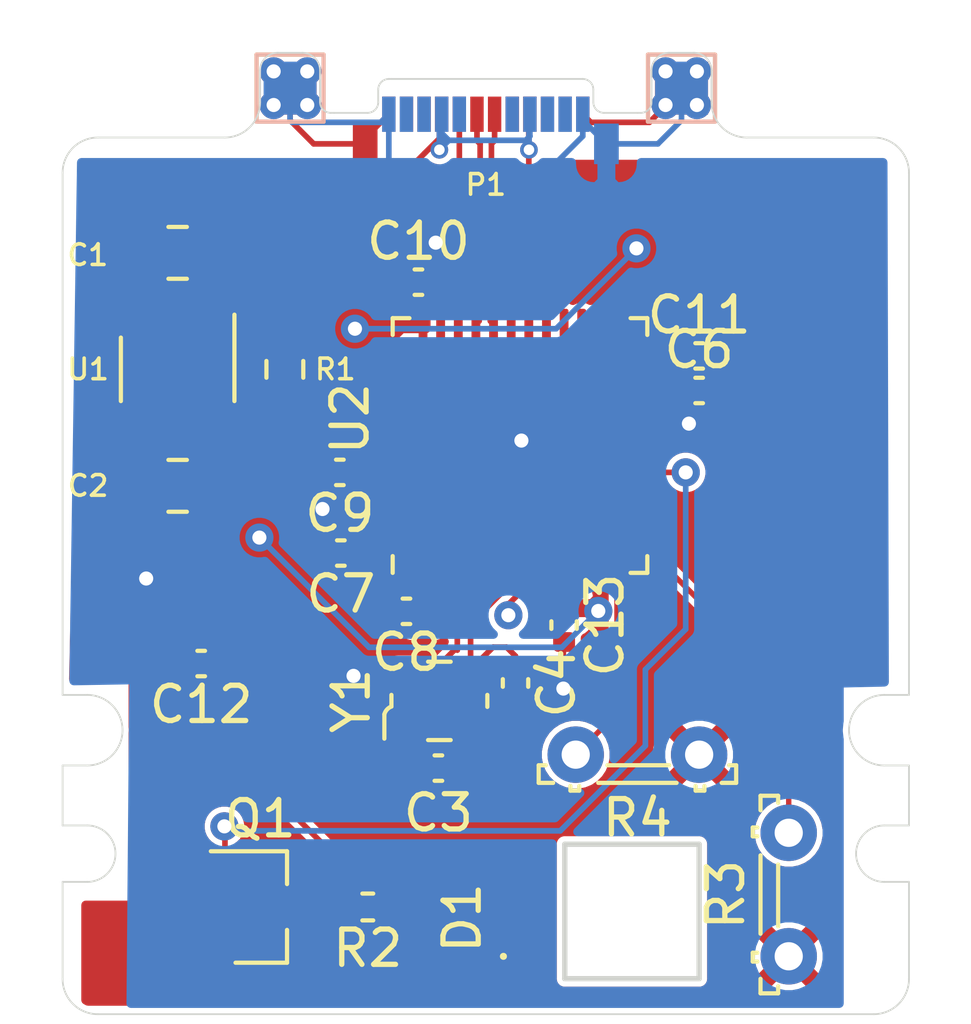
<source format=kicad_pcb>
(kicad_pcb (version 20171130) (host pcbnew 5.1.12-84ad8e8a86~92~ubuntu18.04.1)

  (general
    (thickness 0.8)
    (drawings 47)
    (tracks 278)
    (zones 0)
    (modules 26)
    (nets 45)
  )

  (page A4)
  (title_block
    (title "Expansion Card Template")
    (rev X1)
    (company Framework)
    (comment 1 "This work is licensed under a Creative Commons Attribution 4.0 International License")
    (comment 4 https://frame.work)
  )

  (layers
    (0 F.Cu signal)
    (31 B.Cu signal)
    (32 B.Adhes user)
    (33 F.Adhes user)
    (34 B.Paste user)
    (35 F.Paste user)
    (36 B.SilkS user)
    (37 F.SilkS user)
    (38 B.Mask user)
    (39 F.Mask user)
    (40 Dwgs.User user)
    (41 Cmts.User user)
    (42 Eco1.User user hide)
    (43 Eco2.User user)
    (44 Edge.Cuts user)
    (45 Margin user)
    (46 B.CrtYd user)
    (47 F.CrtYd user)
    (48 B.Fab user)
    (49 F.Fab user)
  )

  (setup
    (last_trace_width 0.16)
    (user_trace_width 0.1524)
    (user_trace_width 0.254)
    (user_trace_width 0.381)
    (user_trace_width 0.508)
    (user_trace_width 0.8128)
    (trace_clearance 0.16)
    (zone_clearance 0.1524)
    (zone_45_only no)
    (trace_min 0.1524)
    (via_size 0.8)
    (via_drill 0.4)
    (via_min_size 0.5)
    (via_min_drill 0.3)
    (user_via 0.5 0.3)
    (uvia_size 0.3)
    (uvia_drill 0.1)
    (uvias_allowed no)
    (uvia_min_size 0.2)
    (uvia_min_drill 0.1)
    (edge_width 0.05)
    (segment_width 0.2)
    (pcb_text_width 0.3)
    (pcb_text_size 1.5 1.5)
    (mod_edge_width 0.1016)
    (mod_text_size 0.5842 0.5842)
    (mod_text_width 0.1016)
    (pad_size 1.5 1.5)
    (pad_drill 0)
    (pad_to_mask_clearance 0)
    (aux_axis_origin 0 0)
    (visible_elements 7FFFFFFF)
    (pcbplotparams
      (layerselection 0x01000_7ffffffe)
      (usegerberextensions false)
      (usegerberattributes true)
      (usegerberadvancedattributes true)
      (creategerberjobfile true)
      (excludeedgelayer true)
      (linewidth 0.100000)
      (plotframeref false)
      (viasonmask false)
      (mode 1)
      (useauxorigin false)
      (hpglpennumber 1)
      (hpglpenspeed 20)
      (hpglpendiameter 15.000000)
      (psnegative false)
      (psa4output false)
      (plotreference true)
      (plotvalue true)
      (plotinvisibletext false)
      (padsonsilk false)
      (subtractmaskfromsilk false)
      (outputformat 1)
      (mirror false)
      (drillshape 0)
      (scaleselection 1)
      (outputdirectory "gerber/"))
  )

  (net 0 "")
  (net 1 GND)
  (net 2 +3V3)
  (net 3 VBUS)
  (net 4 "Net-(P1-PadA5)")
  (net 5 /NRST)
  (net 6 "Net-(C6-Pad1)")
  (net 7 /USB_DP)
  (net 8 /USB_DN)
  (net 9 "Net-(P1-PadB5)")
  (net 10 "Net-(Q1-Pad3)")
  (net 11 "Net-(U1-Pad4)")
  (net 12 "Net-(U2-Pad2)")
  (net 13 "Net-(U2-Pad3)")
  (net 14 "Net-(U2-Pad4)")
  (net 15 "Net-(U2-Pad10)")
  (net 16 "Net-(U2-Pad11)")
  (net 17 /HORIZONTAL)
  (net 18 /VERTICAL)
  (net 19 "Net-(U2-Pad14)")
  (net 20 "Net-(U2-Pad15)")
  (net 21 "Net-(U2-Pad16)")
  (net 22 /TRIGGER)
  (net 23 "Net-(U2-Pad18)")
  (net 24 "Net-(U2-Pad19)")
  (net 25 "Net-(U2-Pad21)")
  (net 26 "Net-(U2-Pad25)")
  (net 27 "Net-(U2-Pad26)")
  (net 28 "Net-(U2-Pad27)")
  (net 29 "Net-(U2-Pad28)")
  (net 30 "Net-(U2-Pad29)")
  (net 31 "Net-(U2-Pad31)")
  (net 32 "Net-(U2-Pad34)")
  (net 33 "Net-(U2-Pad37)")
  (net 34 "Net-(U2-Pad38)")
  (net 35 "Net-(U2-Pad39)")
  (net 36 "Net-(U2-Pad40)")
  (net 37 "Net-(U2-Pad41)")
  (net 38 "Net-(U2-Pad42)")
  (net 39 "Net-(U2-Pad43)")
  (net 40 "Net-(U2-Pad45)")
  (net 41 "Net-(U2-Pad46)")
  (net 42 /XTAL_P)
  (net 43 /XTAL_N)
  (net 44 "Net-(D1-Pad2)")

  (net_class Default "This is the default net class."
    (clearance 0.16)
    (trace_width 0.16)
    (via_dia 0.8)
    (via_drill 0.4)
    (uvia_dia 0.3)
    (uvia_drill 0.1)
    (diff_pair_width 0.16)
    (diff_pair_gap 0.16)
    (add_net +3V3)
    (add_net /HORIZONTAL)
    (add_net /NRST)
    (add_net /TRIGGER)
    (add_net /USB_DN)
    (add_net /USB_DP)
    (add_net /VERTICAL)
    (add_net /XTAL_N)
    (add_net /XTAL_P)
    (add_net GND)
    (add_net "Net-(C6-Pad1)")
    (add_net "Net-(D1-Pad2)")
    (add_net "Net-(P1-PadA5)")
    (add_net "Net-(P1-PadB5)")
    (add_net "Net-(Q1-Pad3)")
    (add_net "Net-(U1-Pad4)")
    (add_net "Net-(U2-Pad10)")
    (add_net "Net-(U2-Pad11)")
    (add_net "Net-(U2-Pad14)")
    (add_net "Net-(U2-Pad15)")
    (add_net "Net-(U2-Pad16)")
    (add_net "Net-(U2-Pad18)")
    (add_net "Net-(U2-Pad19)")
    (add_net "Net-(U2-Pad2)")
    (add_net "Net-(U2-Pad21)")
    (add_net "Net-(U2-Pad25)")
    (add_net "Net-(U2-Pad26)")
    (add_net "Net-(U2-Pad27)")
    (add_net "Net-(U2-Pad28)")
    (add_net "Net-(U2-Pad29)")
    (add_net "Net-(U2-Pad3)")
    (add_net "Net-(U2-Pad31)")
    (add_net "Net-(U2-Pad34)")
    (add_net "Net-(U2-Pad37)")
    (add_net "Net-(U2-Pad38)")
    (add_net "Net-(U2-Pad39)")
    (add_net "Net-(U2-Pad4)")
    (add_net "Net-(U2-Pad40)")
    (add_net "Net-(U2-Pad41)")
    (add_net "Net-(U2-Pad42)")
    (add_net "Net-(U2-Pad43)")
    (add_net "Net-(U2-Pad45)")
    (add_net "Net-(U2-Pad46)")
    (add_net VBUS)
  )

  (module TestPoint:TestPoint_Pad_1.5x1.5mm (layer B.Cu) (tedit 5A0F774F) (tstamp 60B1BD5C)
    (at 145.55 128.3 180)
    (descr "SMD rectangular pad as test Point, square 1.5mm side length")
    (tags "test point SMD pad rectangle square")
    (path /606A8E98)
    (attr virtual)
    (fp_text reference TP4 (at 0 1.648) (layer B.SilkS) hide
      (effects (font (size 1 1) (thickness 0.15)) (justify mirror))
    )
    (fp_text value TestPoint (at 0 -1.75) (layer B.Fab)
      (effects (font (size 1 1) (thickness 0.15)) (justify mirror))
    )
    (fp_line (start 1.25 -1.25) (end -1.25 -1.25) (layer B.CrtYd) (width 0.05))
    (fp_line (start 1.25 -1.25) (end 1.25 1.25) (layer B.CrtYd) (width 0.05))
    (fp_line (start -1.25 1.25) (end -1.25 -1.25) (layer B.CrtYd) (width 0.05))
    (fp_line (start -1.25 1.25) (end 1.25 1.25) (layer B.CrtYd) (width 0.05))
    (fp_line (start -0.95 -0.95) (end -0.95 0.95) (layer B.SilkS) (width 0.12))
    (fp_line (start 0.95 -0.95) (end -0.95 -0.95) (layer B.SilkS) (width 0.12))
    (fp_line (start 0.95 0.95) (end 0.95 -0.95) (layer B.SilkS) (width 0.12))
    (fp_line (start -0.95 0.95) (end 0.95 0.95) (layer B.SilkS) (width 0.12))
    (fp_text user %R (at 0 1.65) (layer B.Fab)
      (effects (font (size 1 1) (thickness 0.15)) (justify mirror))
    )
    (pad 1 smd rect (at 0 0 180) (size 1.5 1.5) (layers B.Cu B.Mask)
      (net 1 GND))
  )

  (module TestPoint:TestPoint_Pad_1.5x1.5mm (layer F.Cu) (tedit 5A0F774F) (tstamp 60B1BD4E)
    (at 145.55 128.3)
    (descr "SMD rectangular pad as test Point, square 1.5mm side length")
    (tags "test point SMD pad rectangle square")
    (path /606A8C9B)
    (attr virtual)
    (fp_text reference TP3 (at 0 -1.648) (layer F.SilkS) hide
      (effects (font (size 1 1) (thickness 0.15)))
    )
    (fp_text value TestPoint (at 0 1.75) (layer F.Fab)
      (effects (font (size 1 1) (thickness 0.15)))
    )
    (fp_line (start 1.25 1.25) (end -1.25 1.25) (layer F.CrtYd) (width 0.05))
    (fp_line (start 1.25 1.25) (end 1.25 -1.25) (layer F.CrtYd) (width 0.05))
    (fp_line (start -1.25 -1.25) (end -1.25 1.25) (layer F.CrtYd) (width 0.05))
    (fp_line (start -1.25 -1.25) (end 1.25 -1.25) (layer F.CrtYd) (width 0.05))
    (fp_line (start -0.95 0.95) (end -0.95 -0.95) (layer F.SilkS) (width 0.12))
    (fp_line (start 0.95 0.95) (end -0.95 0.95) (layer F.SilkS) (width 0.12))
    (fp_line (start 0.95 -0.95) (end 0.95 0.95) (layer F.SilkS) (width 0.12))
    (fp_line (start -0.95 -0.95) (end 0.95 -0.95) (layer F.SilkS) (width 0.12))
    (fp_text user %R (at 0 -1.65) (layer F.Fab)
      (effects (font (size 1 1) (thickness 0.15)))
    )
    (pad 1 smd rect (at 0 0) (size 1.5 1.5) (layers F.Cu F.Mask)
      (net 1 GND))
  )

  (module TestPoint:TestPoint_Pad_1.5x1.5mm (layer B.Cu) (tedit 5A0F774F) (tstamp 60B1BD40)
    (at 134.45 128.3 180)
    (descr "SMD rectangular pad as test Point, square 1.5mm side length")
    (tags "test point SMD pad rectangle square")
    (path /606A78C1)
    (attr virtual)
    (fp_text reference TP2 (at 0 1.648) (layer B.SilkS) hide
      (effects (font (size 1 1) (thickness 0.15)) (justify mirror))
    )
    (fp_text value TestPoint (at 0 -1.75) (layer B.Fab)
      (effects (font (size 1 1) (thickness 0.15)) (justify mirror))
    )
    (fp_line (start 1.25 -1.25) (end -1.25 -1.25) (layer B.CrtYd) (width 0.05))
    (fp_line (start 1.25 -1.25) (end 1.25 1.25) (layer B.CrtYd) (width 0.05))
    (fp_line (start -1.25 1.25) (end -1.25 -1.25) (layer B.CrtYd) (width 0.05))
    (fp_line (start -1.25 1.25) (end 1.25 1.25) (layer B.CrtYd) (width 0.05))
    (fp_line (start -0.95 -0.95) (end -0.95 0.95) (layer B.SilkS) (width 0.12))
    (fp_line (start 0.95 -0.95) (end -0.95 -0.95) (layer B.SilkS) (width 0.12))
    (fp_line (start 0.95 0.95) (end 0.95 -0.95) (layer B.SilkS) (width 0.12))
    (fp_line (start -0.95 0.95) (end 0.95 0.95) (layer B.SilkS) (width 0.12))
    (fp_text user %R (at 0 1.65) (layer B.Fab)
      (effects (font (size 1 1) (thickness 0.15)) (justify mirror))
    )
    (pad 1 smd rect (at 0 0 180) (size 1.5 1.5) (layers B.Cu B.Mask)
      (net 1 GND))
  )

  (module TestPoint:TestPoint_Pad_1.5x1.5mm (layer F.Cu) (tedit 5A0F774F) (tstamp 60B1BDE8)
    (at 134.45 128.3)
    (descr "SMD rectangular pad as test Point, square 1.5mm side length")
    (tags "test point SMD pad rectangle square")
    (path /606A89A3)
    (attr virtual)
    (fp_text reference TP1 (at 0 -1.648) (layer F.SilkS) hide
      (effects (font (size 1 1) (thickness 0.15)))
    )
    (fp_text value TestPoint (at 0 1.75) (layer F.Fab)
      (effects (font (size 1 1) (thickness 0.15)))
    )
    (fp_line (start 1.25 1.25) (end -1.25 1.25) (layer F.CrtYd) (width 0.05))
    (fp_line (start 1.25 1.25) (end 1.25 -1.25) (layer F.CrtYd) (width 0.05))
    (fp_line (start -1.25 -1.25) (end -1.25 1.25) (layer F.CrtYd) (width 0.05))
    (fp_line (start -1.25 -1.25) (end 1.25 -1.25) (layer F.CrtYd) (width 0.05))
    (fp_line (start -0.95 0.95) (end -0.95 -0.95) (layer F.SilkS) (width 0.12))
    (fp_line (start 0.95 0.95) (end -0.95 0.95) (layer F.SilkS) (width 0.12))
    (fp_line (start 0.95 -0.95) (end 0.95 0.95) (layer F.SilkS) (width 0.12))
    (fp_line (start -0.95 -0.95) (end 0.95 -0.95) (layer F.SilkS) (width 0.12))
    (fp_text user %R (at 0 -1.65) (layer F.Fab)
      (effects (font (size 1 1) (thickness 0.15)))
    )
    (pad 1 smd rect (at 0 0) (size 1.5 1.5) (layers F.Cu F.Mask)
      (net 1 GND))
  )

  (module Expansion_Card:USB_C_Plug_Molex_105444 (layer F.Cu) (tedit 5FD6C164) (tstamp 5FD711FA)
    (at 140 129)
    (descr "Universal Serial Bus (USB) Shielded I/O Plug, Type C, Right Angle, Surface Mount, http://www.molex.com/pdm_docs/sd/1054440001_sd.pdf")
    (tags "USB Type-C Plug Edge Mount")
    (path /5FD76BC6)
    (attr smd)
    (fp_text reference P1 (at 0 2.04) (layer F.SilkS)
      (effects (font (size 0.5842 0.5842) (thickness 0.1016)))
    )
    (fp_text value USB_C_Plug_USB2.0 (at 0 -1.96) (layer F.Fab)
      (effects (font (size 1 1) (thickness 0.15)))
    )
    (fp_line (start -4.3 1.96) (end -4.3 -1.46) (layer F.CrtYd) (width 0.05))
    (fp_line (start 3.35 0) (end 4.3 0) (layer Eco1.User) (width 0.1))
    (fp_line (start 3.05 -0.66) (end 3.05 -0.3) (layer Eco1.User) (width 0.1))
    (fp_line (start -2.75 -0.96) (end 2.75 -0.96) (layer Eco1.User) (width 0.1))
    (fp_line (start -3.05 -0.66) (end -3.05 -0.3) (layer Eco1.User) (width 0.1))
    (fp_line (start -3.35 0) (end -4.3 0) (layer Eco1.User) (width 0.1))
    (fp_line (start 3.35 0) (end 4.3 0) (layer Edge.Cuts) (width 0.05))
    (fp_line (start 3.05 -0.66) (end 3.05 -0.3) (layer Edge.Cuts) (width 0.05))
    (fp_line (start -2.75 -0.96) (end 2.75 -0.96) (layer Edge.Cuts) (width 0.05))
    (fp_line (start -3.05 -0.66) (end -3.05 -0.3) (layer Edge.Cuts) (width 0.05))
    (fp_line (start -3.35 0) (end -4.3 0) (layer Edge.Cuts) (width 0.05))
    (fp_line (start 4.3 1.96) (end 4.3 -1.46) (layer F.CrtYd) (width 0.05))
    (fp_line (start 4.3 -1.46) (end -4.3 -1.46) (layer F.CrtYd) (width 0.05))
    (fp_line (start 4.3 1.96) (end -4.3 1.96) (layer F.CrtYd) (width 0.05))
    (fp_text user %R (at 0 2.04) (layer F.Fab)
      (effects (font (size 1 1) (thickness 0.15)))
    )
    (fp_text user "PCB Edge" (at 0 -0.96) (layer Dwgs.User)
      (effects (font (size 0.5 0.5) (thickness 0.08)))
    )
    (fp_arc (start 2.75 -0.66) (end 2.75 -0.96) (angle 90) (layer Edge.Cuts) (width 0.05))
    (fp_arc (start -2.75 -0.66) (end -3.05 -0.66) (angle 90) (layer Edge.Cuts) (width 0.05))
    (fp_arc (start 3.35 -0.3) (end 3.35 0) (angle 90) (layer Edge.Cuts) (width 0.05))
    (fp_arc (start -3.35 -0.3) (end -3.05 -0.3) (angle 90) (layer Edge.Cuts) (width 0.05))
    (fp_arc (start 2.75 -0.66) (end 2.75 -0.96) (angle 90) (layer Eco1.User) (width 0.1))
    (fp_arc (start -2.75 -0.66) (end -3.05 -0.66) (angle 90) (layer Eco1.User) (width 0.1))
    (fp_arc (start 3.35 -0.3) (end 3.35 0) (angle 90) (layer Eco1.User) (width 0.1))
    (fp_arc (start -3.35 -0.3) (end -3.05 -0.3) (angle 90) (layer Eco1.User) (width 0.1))
    (pad A1 smd rect (at -2.75 0.04) (size 0.38 1) (layers F.Cu F.Paste F.Mask)
      (net 1 GND))
    (pad A2 smd rect (at -2.25 0.04) (size 0.38 1) (layers F.Cu F.Paste F.Mask))
    (pad A3 smd rect (at -1.75 0.04) (size 0.38 1) (layers F.Cu F.Paste F.Mask))
    (pad A4 smd rect (at -1.25 0.04) (size 0.38 1) (layers F.Cu F.Paste F.Mask)
      (net 3 VBUS))
    (pad A5 smd rect (at -0.75 0.04) (size 0.38 1) (layers F.Cu F.Paste F.Mask)
      (net 4 "Net-(P1-PadA5)"))
    (pad A6 smd rect (at -0.25 0.04) (size 0.38 1) (layers F.Cu F.Paste F.Mask)
      (net 7 /USB_DP))
    (pad A7 smd rect (at 0.25 0.04) (size 0.38 1) (layers F.Cu F.Paste F.Mask)
      (net 8 /USB_DN))
    (pad A8 smd rect (at 0.75 0.04) (size 0.38 1) (layers F.Cu F.Paste F.Mask))
    (pad A9 smd rect (at 1.25 0.04) (size 0.38 1) (layers F.Cu F.Paste F.Mask)
      (net 3 VBUS))
    (pad A10 smd rect (at 1.75 0.04) (size 0.38 1) (layers F.Cu F.Paste F.Mask))
    (pad A11 smd rect (at 2.25 0.04) (size 0.38 1) (layers F.Cu F.Paste F.Mask))
    (pad A12 smd rect (at 2.75 0.04) (size 0.38 1) (layers F.Cu F.Paste F.Mask)
      (net 1 GND))
    (pad S1 smd rect (at -3.42 0.88) (size 0.7 1.15) (layers F.Cu F.Paste F.Mask)
      (net 1 GND))
    (pad S1 smd rect (at 3.42 0.88) (size 0.7 1.15) (layers B.Cu B.Paste B.Mask)
      (net 1 GND))
    (pad B1 smd rect (at 2.75 0.04) (size 0.38 1) (layers B.Cu B.Paste B.Mask)
      (net 1 GND))
    (pad B2 smd rect (at 2.25 0.04) (size 0.38 1) (layers B.Cu B.Paste B.Mask))
    (pad B3 smd rect (at 1.75 0.04) (size 0.38 1) (layers B.Cu B.Paste B.Mask))
    (pad B4 smd rect (at 1.25 0.04) (size 0.38 1) (layers B.Cu B.Paste B.Mask)
      (net 3 VBUS))
    (pad B5 smd rect (at 0.75 0.04) (size 0.38 1) (layers B.Cu B.Paste B.Mask)
      (net 9 "Net-(P1-PadB5)"))
    (pad B8 smd rect (at -0.75 0.04) (size 0.38 1) (layers B.Cu B.Paste B.Mask))
    (pad B9 smd rect (at -1.25 0.04) (size 0.38 1) (layers B.Cu B.Paste B.Mask)
      (net 3 VBUS))
    (pad B10 smd rect (at -1.75 0.04) (size 0.38 1) (layers B.Cu B.Paste B.Mask))
    (pad B11 smd rect (at -2.25 0.04) (size 0.38 1) (layers B.Cu B.Paste B.Mask))
    (pad B12 smd rect (at -2.75 0.04) (size 0.38 1) (layers B.Cu B.Paste B.Mask)
      (net 1 GND))
    (model ${KISYS3DMOD}/Connector_USB.3dshapes/USB_C_Plug_Molex_105444.wrl
      (at (xyz 0 0 0))
      (scale (xyz 1 1 1))
      (rotate (xyz 0 0 0))
    )
  )

  (module Package_TO_SOT_SMD:SOT-23-5 (layer F.Cu) (tedit 5A02FF57) (tstamp 5FD6CBAE)
    (at 131.2625 136.271 270)
    (descr "5-pin SOT23 package")
    (tags SOT-23-5)
    (path /5FD33096)
    (attr smd)
    (fp_text reference U1 (at 0 2.54 180) (layer F.SilkS)
      (effects (font (size 0.5842 0.5842) (thickness 0.1016)))
    )
    (fp_text value AP2112K-3.3 (at 0 2.9 90) (layer F.Fab)
      (effects (font (size 1 1) (thickness 0.15)))
    )
    (fp_line (start -0.9 1.61) (end 0.9 1.61) (layer F.SilkS) (width 0.12))
    (fp_line (start 0.9 -1.61) (end -1.55 -1.61) (layer F.SilkS) (width 0.12))
    (fp_line (start -1.9 -1.8) (end 1.9 -1.8) (layer F.CrtYd) (width 0.05))
    (fp_line (start 1.9 -1.8) (end 1.9 1.8) (layer F.CrtYd) (width 0.05))
    (fp_line (start 1.9 1.8) (end -1.9 1.8) (layer F.CrtYd) (width 0.05))
    (fp_line (start -1.9 1.8) (end -1.9 -1.8) (layer F.CrtYd) (width 0.05))
    (fp_line (start -0.9 -0.9) (end -0.25 -1.55) (layer F.Fab) (width 0.1))
    (fp_line (start 0.9 -1.55) (end -0.25 -1.55) (layer F.Fab) (width 0.1))
    (fp_line (start -0.9 -0.9) (end -0.9 1.55) (layer F.Fab) (width 0.1))
    (fp_line (start 0.9 1.55) (end -0.9 1.55) (layer F.Fab) (width 0.1))
    (fp_line (start 0.9 -1.55) (end 0.9 1.55) (layer F.Fab) (width 0.1))
    (fp_text user %R (at 0.08 0) (layer F.Fab)
      (effects (font (size 1 1) (thickness 0.15)))
    )
    (pad 5 smd rect (at 1.1 -0.95 270) (size 1.06 0.65) (layers F.Cu F.Paste F.Mask)
      (net 2 +3V3))
    (pad 4 smd rect (at 1.1 0.95 270) (size 1.06 0.65) (layers F.Cu F.Paste F.Mask)
      (net 11 "Net-(U1-Pad4)"))
    (pad 3 smd rect (at -1.1 0.95 270) (size 1.06 0.65) (layers F.Cu F.Paste F.Mask)
      (net 3 VBUS))
    (pad 2 smd rect (at -1.1 0 270) (size 1.06 0.65) (layers F.Cu F.Paste F.Mask)
      (net 1 GND))
    (pad 1 smd rect (at -1.1 -0.95 270) (size 1.06 0.65) (layers F.Cu F.Paste F.Mask)
      (net 3 VBUS))
    (model ${KISYS3DMOD}/Package_TO_SOT_SMD.3dshapes/SOT-23-5.wrl
      (at (xyz 0 0 0))
      (scale (xyz 1 1 1))
      (rotate (xyz 0 0 0))
    )
  )

  (module Resistor_SMD:R_0603_1608Metric (layer F.Cu) (tedit 5F68FEEE) (tstamp 5FD71185)
    (at 134.3025 136.271 270)
    (descr "Resistor SMD 0603 (1608 Metric), square (rectangular) end terminal, IPC_7351 nominal, (Body size source: IPC-SM-782 page 72, https://www.pcb-3d.com/wordpress/wp-content/uploads/ipc-sm-782a_amendment_1_and_2.pdf), generated with kicad-footprint-generator")
    (tags resistor)
    (path /5FD77C84)
    (attr smd)
    (fp_text reference R1 (at 0 -1.43 180) (layer F.SilkS)
      (effects (font (size 0.5842 0.5842) (thickness 0.1016)))
    )
    (fp_text value 5.1k (at 0 1.43 90) (layer F.Fab)
      (effects (font (size 1 1) (thickness 0.15)))
    )
    (fp_line (start -0.8 0.4125) (end -0.8 -0.4125) (layer F.Fab) (width 0.1))
    (fp_line (start -0.8 -0.4125) (end 0.8 -0.4125) (layer F.Fab) (width 0.1))
    (fp_line (start 0.8 -0.4125) (end 0.8 0.4125) (layer F.Fab) (width 0.1))
    (fp_line (start 0.8 0.4125) (end -0.8 0.4125) (layer F.Fab) (width 0.1))
    (fp_line (start -0.237258 -0.5225) (end 0.237258 -0.5225) (layer F.SilkS) (width 0.12))
    (fp_line (start -0.237258 0.5225) (end 0.237258 0.5225) (layer F.SilkS) (width 0.12))
    (fp_line (start -1.48 0.73) (end -1.48 -0.73) (layer F.CrtYd) (width 0.05))
    (fp_line (start -1.48 -0.73) (end 1.48 -0.73) (layer F.CrtYd) (width 0.05))
    (fp_line (start 1.48 -0.73) (end 1.48 0.73) (layer F.CrtYd) (width 0.05))
    (fp_line (start 1.48 0.73) (end -1.48 0.73) (layer F.CrtYd) (width 0.05))
    (fp_text user %R (at 0 0 90) (layer F.Fab)
      (effects (font (size 1 1) (thickness 0.15)))
    )
    (pad 2 smd roundrect (at 0.825 0 270) (size 0.8 0.95) (layers F.Cu F.Paste F.Mask) (roundrect_rratio 0.25)
      (net 1 GND))
    (pad 1 smd roundrect (at -0.825 0 270) (size 0.8 0.95) (layers F.Cu F.Paste F.Mask) (roundrect_rratio 0.25)
      (net 4 "Net-(P1-PadA5)"))
    (model ${KISYS3DMOD}/Resistor_SMD.3dshapes/R_0603_1608Metric.wrl
      (at (xyz 0 0 0))
      (scale (xyz 1 1 1))
      (rotate (xyz 0 0 0))
    )
  )

  (module Capacitor_SMD:C_0805_2012Metric (layer F.Cu) (tedit 5F68FEEE) (tstamp 5FD741E0)
    (at 131.2625 139.573 180)
    (descr "Capacitor SMD 0805 (2012 Metric), square (rectangular) end terminal, IPC_7351 nominal, (Body size source: IPC-SM-782 page 76, https://www.pcb-3d.com/wordpress/wp-content/uploads/ipc-sm-782a_amendment_1_and_2.pdf, https://docs.google.com/spreadsheets/d/1BsfQQcO9C6DZCsRaXUlFlo91Tg2WpOkGARC1WS5S8t0/edit?usp=sharing), generated with kicad-footprint-generator")
    (tags capacitor)
    (path /5FD346B0)
    (attr smd)
    (fp_text reference C2 (at 2.54 0) (layer F.SilkS)
      (effects (font (size 0.5842 0.5842) (thickness 0.1016)))
    )
    (fp_text value 10uF (at 0 1.68) (layer F.Fab)
      (effects (font (size 1 1) (thickness 0.15)))
    )
    (fp_line (start -1 0.625) (end -1 -0.625) (layer F.Fab) (width 0.1))
    (fp_line (start -1 -0.625) (end 1 -0.625) (layer F.Fab) (width 0.1))
    (fp_line (start 1 -0.625) (end 1 0.625) (layer F.Fab) (width 0.1))
    (fp_line (start 1 0.625) (end -1 0.625) (layer F.Fab) (width 0.1))
    (fp_line (start -0.261252 -0.735) (end 0.261252 -0.735) (layer F.SilkS) (width 0.12))
    (fp_line (start -0.261252 0.735) (end 0.261252 0.735) (layer F.SilkS) (width 0.12))
    (fp_line (start -1.7 0.98) (end -1.7 -0.98) (layer F.CrtYd) (width 0.05))
    (fp_line (start -1.7 -0.98) (end 1.7 -0.98) (layer F.CrtYd) (width 0.05))
    (fp_line (start 1.7 -0.98) (end 1.7 0.98) (layer F.CrtYd) (width 0.05))
    (fp_line (start 1.7 0.98) (end -1.7 0.98) (layer F.CrtYd) (width 0.05))
    (fp_text user %R (at 0 0) (layer F.Fab)
      (effects (font (size 1 1) (thickness 0.15)))
    )
    (pad 2 smd roundrect (at 0.95 0 180) (size 1 1.45) (layers F.Cu F.Paste F.Mask) (roundrect_rratio 0.25)
      (net 1 GND))
    (pad 1 smd roundrect (at -0.95 0 180) (size 1 1.45) (layers F.Cu F.Paste F.Mask) (roundrect_rratio 0.25)
      (net 2 +3V3))
    (model ${KISYS3DMOD}/Capacitor_SMD.3dshapes/C_0805_2012Metric.wrl
      (at (xyz 0 0 0))
      (scale (xyz 1 1 1))
      (rotate (xyz 0 0 0))
    )
  )

  (module Capacitor_SMD:C_0805_2012Metric (layer F.Cu) (tedit 5F68FEEE) (tstamp 5FD6CD1E)
    (at 131.2625 132.969 180)
    (descr "Capacitor SMD 0805 (2012 Metric), square (rectangular) end terminal, IPC_7351 nominal, (Body size source: IPC-SM-782 page 76, https://www.pcb-3d.com/wordpress/wp-content/uploads/ipc-sm-782a_amendment_1_and_2.pdf, https://docs.google.com/spreadsheets/d/1BsfQQcO9C6DZCsRaXUlFlo91Tg2WpOkGARC1WS5S8t0/edit?usp=sharing), generated with kicad-footprint-generator")
    (tags capacitor)
    (path /5FD33D8E)
    (attr smd)
    (fp_text reference C1 (at 2.548 -0.0635) (layer F.SilkS)
      (effects (font (size 0.5842 0.5842) (thickness 0.1016)))
    )
    (fp_text value 10uF (at 0 1.68) (layer F.Fab)
      (effects (font (size 1 1) (thickness 0.15)))
    )
    (fp_line (start -1 0.625) (end -1 -0.625) (layer F.Fab) (width 0.1))
    (fp_line (start -1 -0.625) (end 1 -0.625) (layer F.Fab) (width 0.1))
    (fp_line (start 1 -0.625) (end 1 0.625) (layer F.Fab) (width 0.1))
    (fp_line (start 1 0.625) (end -1 0.625) (layer F.Fab) (width 0.1))
    (fp_line (start -0.261252 -0.735) (end 0.261252 -0.735) (layer F.SilkS) (width 0.12))
    (fp_line (start -0.261252 0.735) (end 0.261252 0.735) (layer F.SilkS) (width 0.12))
    (fp_line (start -1.7 0.98) (end -1.7 -0.98) (layer F.CrtYd) (width 0.05))
    (fp_line (start -1.7 -0.98) (end 1.7 -0.98) (layer F.CrtYd) (width 0.05))
    (fp_line (start 1.7 -0.98) (end 1.7 0.98) (layer F.CrtYd) (width 0.05))
    (fp_line (start 1.7 0.98) (end -1.7 0.98) (layer F.CrtYd) (width 0.05))
    (fp_text user %R (at 0 0 180) (layer F.Fab)
      (effects (font (size 1 1) (thickness 0.15)))
    )
    (pad 2 smd roundrect (at 0.95 0 180) (size 1 1.45) (layers F.Cu F.Paste F.Mask) (roundrect_rratio 0.25)
      (net 1 GND))
    (pad 1 smd roundrect (at -0.95 0 180) (size 1 1.45) (layers F.Cu F.Paste F.Mask) (roundrect_rratio 0.25)
      (net 3 VBUS))
    (model ${KISYS3DMOD}/Capacitor_SMD.3dshapes/C_0805_2012Metric.wrl
      (at (xyz 0 0 0))
      (scale (xyz 1 1 1))
      (rotate (xyz 0 0 0))
    )
  )

  (module Capacitor_SMD:C_0402_1005Metric (layer F.Cu) (tedit 5F68FEEE) (tstamp 6197ABA9)
    (at 138.656 147.574)
    (descr "Capacitor SMD 0402 (1005 Metric), square (rectangular) end terminal, IPC_7351 nominal, (Body size source: IPC-SM-782 page 76, https://www.pcb-3d.com/wordpress/wp-content/uploads/ipc-sm-782a_amendment_1_and_2.pdf), generated with kicad-footprint-generator")
    (tags capacitor)
    (path /6198B06A)
    (attr smd)
    (fp_text reference C3 (at 0 1.27) (layer F.SilkS)
      (effects (font (size 1 1) (thickness 0.15)))
    )
    (fp_text value C_Small (at 0 1.16) (layer F.Fab)
      (effects (font (size 1 1) (thickness 0.15)))
    )
    (fp_line (start 0.91 0.46) (end -0.91 0.46) (layer F.CrtYd) (width 0.05))
    (fp_line (start 0.91 -0.46) (end 0.91 0.46) (layer F.CrtYd) (width 0.05))
    (fp_line (start -0.91 -0.46) (end 0.91 -0.46) (layer F.CrtYd) (width 0.05))
    (fp_line (start -0.91 0.46) (end -0.91 -0.46) (layer F.CrtYd) (width 0.05))
    (fp_line (start -0.107836 0.36) (end 0.107836 0.36) (layer F.SilkS) (width 0.12))
    (fp_line (start -0.107836 -0.36) (end 0.107836 -0.36) (layer F.SilkS) (width 0.12))
    (fp_line (start 0.5 0.25) (end -0.5 0.25) (layer F.Fab) (width 0.1))
    (fp_line (start 0.5 -0.25) (end 0.5 0.25) (layer F.Fab) (width 0.1))
    (fp_line (start -0.5 -0.25) (end 0.5 -0.25) (layer F.Fab) (width 0.1))
    (fp_line (start -0.5 0.25) (end -0.5 -0.25) (layer F.Fab) (width 0.1))
    (fp_text user %R (at 0 0) (layer F.Fab)
      (effects (font (size 0.25 0.25) (thickness 0.04)))
    )
    (pad 1 smd roundrect (at -0.48 0) (size 0.56 0.62) (layers F.Cu F.Paste F.Mask) (roundrect_rratio 0.25)
      (net 42 /XTAL_P))
    (pad 2 smd roundrect (at 0.48 0) (size 0.56 0.62) (layers F.Cu F.Paste F.Mask) (roundrect_rratio 0.25)
      (net 1 GND))
    (model ${KISYS3DMOD}/Capacitor_SMD.3dshapes/C_0402_1005Metric.wrl
      (at (xyz 0 0 0))
      (scale (xyz 1 1 1))
      (rotate (xyz 0 0 0))
    )
  )

  (module Capacitor_SMD:C_0402_1005Metric (layer F.Cu) (tedit 5F68FEEE) (tstamp 6197ABBA)
    (at 140.843 145.161 270)
    (descr "Capacitor SMD 0402 (1005 Metric), square (rectangular) end terminal, IPC_7351 nominal, (Body size source: IPC-SM-782 page 76, https://www.pcb-3d.com/wordpress/wp-content/uploads/ipc-sm-782a_amendment_1_and_2.pdf), generated with kicad-footprint-generator")
    (tags capacitor)
    (path /6198BAB8)
    (attr smd)
    (fp_text reference C4 (at 0 -1.16 90) (layer F.SilkS)
      (effects (font (size 1 1) (thickness 0.15)))
    )
    (fp_text value C_Small (at 0 1.16 90) (layer F.Fab)
      (effects (font (size 1 1) (thickness 0.15)))
    )
    (fp_line (start -0.5 0.25) (end -0.5 -0.25) (layer F.Fab) (width 0.1))
    (fp_line (start -0.5 -0.25) (end 0.5 -0.25) (layer F.Fab) (width 0.1))
    (fp_line (start 0.5 -0.25) (end 0.5 0.25) (layer F.Fab) (width 0.1))
    (fp_line (start 0.5 0.25) (end -0.5 0.25) (layer F.Fab) (width 0.1))
    (fp_line (start -0.107836 -0.36) (end 0.107836 -0.36) (layer F.SilkS) (width 0.12))
    (fp_line (start -0.107836 0.36) (end 0.107836 0.36) (layer F.SilkS) (width 0.12))
    (fp_line (start -0.91 0.46) (end -0.91 -0.46) (layer F.CrtYd) (width 0.05))
    (fp_line (start -0.91 -0.46) (end 0.91 -0.46) (layer F.CrtYd) (width 0.05))
    (fp_line (start 0.91 -0.46) (end 0.91 0.46) (layer F.CrtYd) (width 0.05))
    (fp_line (start 0.91 0.46) (end -0.91 0.46) (layer F.CrtYd) (width 0.05))
    (fp_text user %R (at 0 0 90) (layer F.Fab)
      (effects (font (size 0.25 0.25) (thickness 0.04)))
    )
    (pad 2 smd roundrect (at 0.48 0 270) (size 0.56 0.62) (layers F.Cu F.Paste F.Mask) (roundrect_rratio 0.25)
      (net 1 GND))
    (pad 1 smd roundrect (at -0.48 0 270) (size 0.56 0.62) (layers F.Cu F.Paste F.Mask) (roundrect_rratio 0.25)
      (net 43 /XTAL_N))
    (model ${KISYS3DMOD}/Capacitor_SMD.3dshapes/C_0402_1005Metric.wrl
      (at (xyz 0 0 0))
      (scale (xyz 1 1 1))
      (rotate (xyz 0 0 0))
    )
  )

  (module Capacitor_SMD:C_0402_1005Metric (layer F.Cu) (tedit 5F68FEEE) (tstamp 6197ABDC)
    (at 146.05 136.87)
    (descr "Capacitor SMD 0402 (1005 Metric), square (rectangular) end terminal, IPC_7351 nominal, (Body size source: IPC-SM-782 page 76, https://www.pcb-3d.com/wordpress/wp-content/uploads/ipc-sm-782a_amendment_1_and_2.pdf), generated with kicad-footprint-generator")
    (tags capacitor)
    (path /61A27EB5)
    (attr smd)
    (fp_text reference C6 (at 0 -1.16) (layer F.SilkS)
      (effects (font (size 1 1) (thickness 0.15)))
    )
    (fp_text value 4.7uF (at 0 1.16) (layer F.Fab)
      (effects (font (size 1 1) (thickness 0.15)))
    )
    (fp_line (start 0.91 0.46) (end -0.91 0.46) (layer F.CrtYd) (width 0.05))
    (fp_line (start 0.91 -0.46) (end 0.91 0.46) (layer F.CrtYd) (width 0.05))
    (fp_line (start -0.91 -0.46) (end 0.91 -0.46) (layer F.CrtYd) (width 0.05))
    (fp_line (start -0.91 0.46) (end -0.91 -0.46) (layer F.CrtYd) (width 0.05))
    (fp_line (start -0.107836 0.36) (end 0.107836 0.36) (layer F.SilkS) (width 0.12))
    (fp_line (start -0.107836 -0.36) (end 0.107836 -0.36) (layer F.SilkS) (width 0.12))
    (fp_line (start 0.5 0.25) (end -0.5 0.25) (layer F.Fab) (width 0.1))
    (fp_line (start 0.5 -0.25) (end 0.5 0.25) (layer F.Fab) (width 0.1))
    (fp_line (start -0.5 -0.25) (end 0.5 -0.25) (layer F.Fab) (width 0.1))
    (fp_line (start -0.5 0.25) (end -0.5 -0.25) (layer F.Fab) (width 0.1))
    (fp_text user %R (at 0 0) (layer F.Fab)
      (effects (font (size 0.25 0.25) (thickness 0.04)))
    )
    (pad 1 smd roundrect (at -0.48 0) (size 0.56 0.62) (layers F.Cu F.Paste F.Mask) (roundrect_rratio 0.25)
      (net 6 "Net-(C6-Pad1)"))
    (pad 2 smd roundrect (at 0.48 0) (size 0.56 0.62) (layers F.Cu F.Paste F.Mask) (roundrect_rratio 0.25)
      (net 1 GND))
    (model ${KISYS3DMOD}/Capacitor_SMD.3dshapes/C_0402_1005Metric.wrl
      (at (xyz 0 0 0))
      (scale (xyz 1 1 1))
      (rotate (xyz 0 0 0))
    )
  )

  (module Capacitor_SMD:C_0402_1005Metric (layer F.Cu) (tedit 5F68FEEE) (tstamp 6197ABED)
    (at 135.89 141.478 180)
    (descr "Capacitor SMD 0402 (1005 Metric), square (rectangular) end terminal, IPC_7351 nominal, (Body size source: IPC-SM-782 page 76, https://www.pcb-3d.com/wordpress/wp-content/uploads/ipc-sm-782a_amendment_1_and_2.pdf), generated with kicad-footprint-generator")
    (tags capacitor)
    (path /61A05ADF)
    (attr smd)
    (fp_text reference C7 (at 0 -1.16) (layer F.SilkS)
      (effects (font (size 1 1) (thickness 0.15)))
    )
    (fp_text value 100nF (at 0 1.16) (layer F.Fab)
      (effects (font (size 1 1) (thickness 0.15)))
    )
    (fp_line (start 0.91 0.46) (end -0.91 0.46) (layer F.CrtYd) (width 0.05))
    (fp_line (start 0.91 -0.46) (end 0.91 0.46) (layer F.CrtYd) (width 0.05))
    (fp_line (start -0.91 -0.46) (end 0.91 -0.46) (layer F.CrtYd) (width 0.05))
    (fp_line (start -0.91 0.46) (end -0.91 -0.46) (layer F.CrtYd) (width 0.05))
    (fp_line (start -0.107836 0.36) (end 0.107836 0.36) (layer F.SilkS) (width 0.12))
    (fp_line (start -0.107836 -0.36) (end 0.107836 -0.36) (layer F.SilkS) (width 0.12))
    (fp_line (start 0.5 0.25) (end -0.5 0.25) (layer F.Fab) (width 0.1))
    (fp_line (start 0.5 -0.25) (end 0.5 0.25) (layer F.Fab) (width 0.1))
    (fp_line (start -0.5 -0.25) (end 0.5 -0.25) (layer F.Fab) (width 0.1))
    (fp_line (start -0.5 0.25) (end -0.5 -0.25) (layer F.Fab) (width 0.1))
    (fp_text user %R (at 0 0) (layer F.Fab)
      (effects (font (size 0.25 0.25) (thickness 0.04)))
    )
    (pad 1 smd roundrect (at -0.48 0 180) (size 0.56 0.62) (layers F.Cu F.Paste F.Mask) (roundrect_rratio 0.25)
      (net 2 +3V3))
    (pad 2 smd roundrect (at 0.48 0 180) (size 0.56 0.62) (layers F.Cu F.Paste F.Mask) (roundrect_rratio 0.25)
      (net 1 GND))
    (model ${KISYS3DMOD}/Capacitor_SMD.3dshapes/C_0402_1005Metric.wrl
      (at (xyz 0 0 0))
      (scale (xyz 1 1 1))
      (rotate (xyz 0 0 0))
    )
  )

  (module Capacitor_SMD:C_0402_1005Metric (layer F.Cu) (tedit 5F68FEEE) (tstamp 6197ABFE)
    (at 137.75 143.13 180)
    (descr "Capacitor SMD 0402 (1005 Metric), square (rectangular) end terminal, IPC_7351 nominal, (Body size source: IPC-SM-782 page 76, https://www.pcb-3d.com/wordpress/wp-content/uploads/ipc-sm-782a_amendment_1_and_2.pdf), generated with kicad-footprint-generator")
    (tags capacitor)
    (path /61A068A9)
    (attr smd)
    (fp_text reference C8 (at 0 -1.16) (layer F.SilkS)
      (effects (font (size 1 1) (thickness 0.15)))
    )
    (fp_text value 100nF (at 0 1.16) (layer F.Fab)
      (effects (font (size 1 1) (thickness 0.15)))
    )
    (fp_line (start -0.5 0.25) (end -0.5 -0.25) (layer F.Fab) (width 0.1))
    (fp_line (start -0.5 -0.25) (end 0.5 -0.25) (layer F.Fab) (width 0.1))
    (fp_line (start 0.5 -0.25) (end 0.5 0.25) (layer F.Fab) (width 0.1))
    (fp_line (start 0.5 0.25) (end -0.5 0.25) (layer F.Fab) (width 0.1))
    (fp_line (start -0.107836 -0.36) (end 0.107836 -0.36) (layer F.SilkS) (width 0.12))
    (fp_line (start -0.107836 0.36) (end 0.107836 0.36) (layer F.SilkS) (width 0.12))
    (fp_line (start -0.91 0.46) (end -0.91 -0.46) (layer F.CrtYd) (width 0.05))
    (fp_line (start -0.91 -0.46) (end 0.91 -0.46) (layer F.CrtYd) (width 0.05))
    (fp_line (start 0.91 -0.46) (end 0.91 0.46) (layer F.CrtYd) (width 0.05))
    (fp_line (start 0.91 0.46) (end -0.91 0.46) (layer F.CrtYd) (width 0.05))
    (fp_text user %R (at 0 0) (layer F.Fab)
      (effects (font (size 0.25 0.25) (thickness 0.04)))
    )
    (pad 2 smd roundrect (at 0.48 0 180) (size 0.56 0.62) (layers F.Cu F.Paste F.Mask) (roundrect_rratio 0.25)
      (net 1 GND))
    (pad 1 smd roundrect (at -0.48 0 180) (size 0.56 0.62) (layers F.Cu F.Paste F.Mask) (roundrect_rratio 0.25)
      (net 2 +3V3))
    (model ${KISYS3DMOD}/Capacitor_SMD.3dshapes/C_0402_1005Metric.wrl
      (at (xyz 0 0 0))
      (scale (xyz 1 1 1))
      (rotate (xyz 0 0 0))
    )
  )

  (module Capacitor_SMD:C_0402_1005Metric (layer F.Cu) (tedit 5F68FEEE) (tstamp 61983154)
    (at 135.862 139.192 180)
    (descr "Capacitor SMD 0402 (1005 Metric), square (rectangular) end terminal, IPC_7351 nominal, (Body size source: IPC-SM-782 page 76, https://www.pcb-3d.com/wordpress/wp-content/uploads/ipc-sm-782a_amendment_1_and_2.pdf), generated with kicad-footprint-generator")
    (tags capacitor)
    (path /61A069F7)
    (attr smd)
    (fp_text reference C9 (at 0 -1.16) (layer F.SilkS)
      (effects (font (size 1 1) (thickness 0.15)))
    )
    (fp_text value 100nF (at 0 1.16) (layer F.Fab)
      (effects (font (size 1 1) (thickness 0.15)))
    )
    (fp_line (start 0.91 0.46) (end -0.91 0.46) (layer F.CrtYd) (width 0.05))
    (fp_line (start 0.91 -0.46) (end 0.91 0.46) (layer F.CrtYd) (width 0.05))
    (fp_line (start -0.91 -0.46) (end 0.91 -0.46) (layer F.CrtYd) (width 0.05))
    (fp_line (start -0.91 0.46) (end -0.91 -0.46) (layer F.CrtYd) (width 0.05))
    (fp_line (start -0.107836 0.36) (end 0.107836 0.36) (layer F.SilkS) (width 0.12))
    (fp_line (start -0.107836 -0.36) (end 0.107836 -0.36) (layer F.SilkS) (width 0.12))
    (fp_line (start 0.5 0.25) (end -0.5 0.25) (layer F.Fab) (width 0.1))
    (fp_line (start 0.5 -0.25) (end 0.5 0.25) (layer F.Fab) (width 0.1))
    (fp_line (start -0.5 -0.25) (end 0.5 -0.25) (layer F.Fab) (width 0.1))
    (fp_line (start -0.5 0.25) (end -0.5 -0.25) (layer F.Fab) (width 0.1))
    (fp_text user %R (at 0 0) (layer F.Fab)
      (effects (font (size 0.25 0.25) (thickness 0.04)))
    )
    (pad 1 smd roundrect (at -0.48 0 180) (size 0.56 0.62) (layers F.Cu F.Paste F.Mask) (roundrect_rratio 0.25)
      (net 2 +3V3))
    (pad 2 smd roundrect (at 0.48 0 180) (size 0.56 0.62) (layers F.Cu F.Paste F.Mask) (roundrect_rratio 0.25)
      (net 1 GND))
    (model ${KISYS3DMOD}/Capacitor_SMD.3dshapes/C_0402_1005Metric.wrl
      (at (xyz 0 0 0))
      (scale (xyz 1 1 1))
      (rotate (xyz 0 0 0))
    )
  )

  (module Capacitor_SMD:C_0402_1005Metric (layer F.Cu) (tedit 5F68FEEE) (tstamp 6197AC20)
    (at 138.09 133.8)
    (descr "Capacitor SMD 0402 (1005 Metric), square (rectangular) end terminal, IPC_7351 nominal, (Body size source: IPC-SM-782 page 76, https://www.pcb-3d.com/wordpress/wp-content/uploads/ipc-sm-782a_amendment_1_and_2.pdf), generated with kicad-footprint-generator")
    (tags capacitor)
    (path /61A06B53)
    (attr smd)
    (fp_text reference C10 (at 0 -1.16) (layer F.SilkS)
      (effects (font (size 1 1) (thickness 0.15)))
    )
    (fp_text value 100nF (at 0 1.16) (layer F.Fab)
      (effects (font (size 1 1) (thickness 0.15)))
    )
    (fp_line (start -0.5 0.25) (end -0.5 -0.25) (layer F.Fab) (width 0.1))
    (fp_line (start -0.5 -0.25) (end 0.5 -0.25) (layer F.Fab) (width 0.1))
    (fp_line (start 0.5 -0.25) (end 0.5 0.25) (layer F.Fab) (width 0.1))
    (fp_line (start 0.5 0.25) (end -0.5 0.25) (layer F.Fab) (width 0.1))
    (fp_line (start -0.107836 -0.36) (end 0.107836 -0.36) (layer F.SilkS) (width 0.12))
    (fp_line (start -0.107836 0.36) (end 0.107836 0.36) (layer F.SilkS) (width 0.12))
    (fp_line (start -0.91 0.46) (end -0.91 -0.46) (layer F.CrtYd) (width 0.05))
    (fp_line (start -0.91 -0.46) (end 0.91 -0.46) (layer F.CrtYd) (width 0.05))
    (fp_line (start 0.91 -0.46) (end 0.91 0.46) (layer F.CrtYd) (width 0.05))
    (fp_line (start 0.91 0.46) (end -0.91 0.46) (layer F.CrtYd) (width 0.05))
    (fp_text user %R (at 0 0) (layer F.Fab)
      (effects (font (size 0.25 0.25) (thickness 0.04)))
    )
    (pad 2 smd roundrect (at 0.48 0) (size 0.56 0.62) (layers F.Cu F.Paste F.Mask) (roundrect_rratio 0.25)
      (net 1 GND))
    (pad 1 smd roundrect (at -0.48 0) (size 0.56 0.62) (layers F.Cu F.Paste F.Mask) (roundrect_rratio 0.25)
      (net 2 +3V3))
    (model ${KISYS3DMOD}/Capacitor_SMD.3dshapes/C_0402_1005Metric.wrl
      (at (xyz 0 0 0))
      (scale (xyz 1 1 1))
      (rotate (xyz 0 0 0))
    )
  )

  (module Capacitor_SMD:C_0402_1005Metric (layer F.Cu) (tedit 5F68FEEE) (tstamp 6197AC31)
    (at 146.05 135.89)
    (descr "Capacitor SMD 0402 (1005 Metric), square (rectangular) end terminal, IPC_7351 nominal, (Body size source: IPC-SM-782 page 76, https://www.pcb-3d.com/wordpress/wp-content/uploads/ipc-sm-782a_amendment_1_and_2.pdf), generated with kicad-footprint-generator")
    (tags capacitor)
    (path /61A06E50)
    (attr smd)
    (fp_text reference C11 (at 0 -1.16) (layer F.SilkS)
      (effects (font (size 1 1) (thickness 0.15)))
    )
    (fp_text value 100nF (at 0 1.16) (layer F.Fab)
      (effects (font (size 1 1) (thickness 0.15)))
    )
    (fp_line (start 0.91 0.46) (end -0.91 0.46) (layer F.CrtYd) (width 0.05))
    (fp_line (start 0.91 -0.46) (end 0.91 0.46) (layer F.CrtYd) (width 0.05))
    (fp_line (start -0.91 -0.46) (end 0.91 -0.46) (layer F.CrtYd) (width 0.05))
    (fp_line (start -0.91 0.46) (end -0.91 -0.46) (layer F.CrtYd) (width 0.05))
    (fp_line (start -0.107836 0.36) (end 0.107836 0.36) (layer F.SilkS) (width 0.12))
    (fp_line (start -0.107836 -0.36) (end 0.107836 -0.36) (layer F.SilkS) (width 0.12))
    (fp_line (start 0.5 0.25) (end -0.5 0.25) (layer F.Fab) (width 0.1))
    (fp_line (start 0.5 -0.25) (end 0.5 0.25) (layer F.Fab) (width 0.1))
    (fp_line (start -0.5 -0.25) (end 0.5 -0.25) (layer F.Fab) (width 0.1))
    (fp_line (start -0.5 0.25) (end -0.5 -0.25) (layer F.Fab) (width 0.1))
    (fp_text user %R (at 0 0) (layer F.Fab)
      (effects (font (size 0.25 0.25) (thickness 0.04)))
    )
    (pad 1 smd roundrect (at -0.48 0) (size 0.56 0.62) (layers F.Cu F.Paste F.Mask) (roundrect_rratio 0.25)
      (net 2 +3V3))
    (pad 2 smd roundrect (at 0.48 0) (size 0.56 0.62) (layers F.Cu F.Paste F.Mask) (roundrect_rratio 0.25)
      (net 1 GND))
    (model ${KISYS3DMOD}/Capacitor_SMD.3dshapes/C_0402_1005Metric.wrl
      (at (xyz 0 0 0))
      (scale (xyz 1 1 1))
      (rotate (xyz 0 0 0))
    )
  )

  (module Capacitor_SMD:C_0402_1005Metric (layer F.Cu) (tedit 5F68FEEE) (tstamp 6197AC42)
    (at 131.93 144.61 180)
    (descr "Capacitor SMD 0402 (1005 Metric), square (rectangular) end terminal, IPC_7351 nominal, (Body size source: IPC-SM-782 page 76, https://www.pcb-3d.com/wordpress/wp-content/uploads/ipc-sm-782a_amendment_1_and_2.pdf), generated with kicad-footprint-generator")
    (tags capacitor)
    (path /61A070EB)
    (attr smd)
    (fp_text reference C12 (at 0 -1.16) (layer F.SilkS)
      (effects (font (size 1 1) (thickness 0.15)))
    )
    (fp_text value 100nF (at 0 1.16) (layer F.Fab)
      (effects (font (size 1 1) (thickness 0.15)))
    )
    (fp_line (start -0.5 0.25) (end -0.5 -0.25) (layer F.Fab) (width 0.1))
    (fp_line (start -0.5 -0.25) (end 0.5 -0.25) (layer F.Fab) (width 0.1))
    (fp_line (start 0.5 -0.25) (end 0.5 0.25) (layer F.Fab) (width 0.1))
    (fp_line (start 0.5 0.25) (end -0.5 0.25) (layer F.Fab) (width 0.1))
    (fp_line (start -0.107836 -0.36) (end 0.107836 -0.36) (layer F.SilkS) (width 0.12))
    (fp_line (start -0.107836 0.36) (end 0.107836 0.36) (layer F.SilkS) (width 0.12))
    (fp_line (start -0.91 0.46) (end -0.91 -0.46) (layer F.CrtYd) (width 0.05))
    (fp_line (start -0.91 -0.46) (end 0.91 -0.46) (layer F.CrtYd) (width 0.05))
    (fp_line (start 0.91 -0.46) (end 0.91 0.46) (layer F.CrtYd) (width 0.05))
    (fp_line (start 0.91 0.46) (end -0.91 0.46) (layer F.CrtYd) (width 0.05))
    (fp_text user %R (at 0 0) (layer F.Fab)
      (effects (font (size 0.25 0.25) (thickness 0.04)))
    )
    (pad 2 smd roundrect (at 0.48 0 180) (size 0.56 0.62) (layers F.Cu F.Paste F.Mask) (roundrect_rratio 0.25)
      (net 1 GND))
    (pad 1 smd roundrect (at -0.48 0 180) (size 0.56 0.62) (layers F.Cu F.Paste F.Mask) (roundrect_rratio 0.25)
      (net 2 +3V3))
    (model ${KISYS3DMOD}/Capacitor_SMD.3dshapes/C_0402_1005Metric.wrl
      (at (xyz 0 0 0))
      (scale (xyz 1 1 1))
      (rotate (xyz 0 0 0))
    )
  )

  (module Capacitor_SMD:C_0402_1005Metric (layer F.Cu) (tedit 5F68FEEE) (tstamp 6197AC53)
    (at 142.22 143.52 270)
    (descr "Capacitor SMD 0402 (1005 Metric), square (rectangular) end terminal, IPC_7351 nominal, (Body size source: IPC-SM-782 page 76, https://www.pcb-3d.com/wordpress/wp-content/uploads/ipc-sm-782a_amendment_1_and_2.pdf), generated with kicad-footprint-generator")
    (tags capacitor)
    (path /61A5A795)
    (attr smd)
    (fp_text reference C13 (at 0 -1.16 90) (layer F.SilkS)
      (effects (font (size 1 1) (thickness 0.15)))
    )
    (fp_text value 100nF (at 0 1.16 90) (layer F.Fab)
      (effects (font (size 1 1) (thickness 0.15)))
    )
    (fp_line (start -0.5 0.25) (end -0.5 -0.25) (layer F.Fab) (width 0.1))
    (fp_line (start -0.5 -0.25) (end 0.5 -0.25) (layer F.Fab) (width 0.1))
    (fp_line (start 0.5 -0.25) (end 0.5 0.25) (layer F.Fab) (width 0.1))
    (fp_line (start 0.5 0.25) (end -0.5 0.25) (layer F.Fab) (width 0.1))
    (fp_line (start -0.107836 -0.36) (end 0.107836 -0.36) (layer F.SilkS) (width 0.12))
    (fp_line (start -0.107836 0.36) (end 0.107836 0.36) (layer F.SilkS) (width 0.12))
    (fp_line (start -0.91 0.46) (end -0.91 -0.46) (layer F.CrtYd) (width 0.05))
    (fp_line (start -0.91 -0.46) (end 0.91 -0.46) (layer F.CrtYd) (width 0.05))
    (fp_line (start 0.91 -0.46) (end 0.91 0.46) (layer F.CrtYd) (width 0.05))
    (fp_line (start 0.91 0.46) (end -0.91 0.46) (layer F.CrtYd) (width 0.05))
    (fp_text user %R (at 0 0 90) (layer F.Fab)
      (effects (font (size 0.25 0.25) (thickness 0.04)))
    )
    (pad 2 smd roundrect (at 0.48 0 270) (size 0.56 0.62) (layers F.Cu F.Paste F.Mask) (roundrect_rratio 0.25)
      (net 1 GND))
    (pad 1 smd roundrect (at -0.48 0 270) (size 0.56 0.62) (layers F.Cu F.Paste F.Mask) (roundrect_rratio 0.25)
      (net 2 +3V3))
    (model ${KISYS3DMOD}/Capacitor_SMD.3dshapes/C_0402_1005Metric.wrl
      (at (xyz 0 0 0))
      (scale (xyz 1 1 1))
      (rotate (xyz 0 0 0))
    )
  )

  (module Resistor_SMD:R_0402_1005Metric (layer F.Cu) (tedit 5F68FEEE) (tstamp 6198213D)
    (at 136.654 151.511 180)
    (descr "Resistor SMD 0402 (1005 Metric), square (rectangular) end terminal, IPC_7351 nominal, (Body size source: IPC-SM-782 page 72, https://www.pcb-3d.com/wordpress/wp-content/uploads/ipc-sm-782a_amendment_1_and_2.pdf), generated with kicad-footprint-generator")
    (tags resistor)
    (path /6196EB28/619774DF)
    (attr smd)
    (fp_text reference R2 (at 0 -1.17) (layer F.SilkS)
      (effects (font (size 1 1) (thickness 0.15)))
    )
    (fp_text value 10k (at 0 1.17) (layer F.Fab)
      (effects (font (size 1 1) (thickness 0.15)))
    )
    (fp_line (start 0.93 0.47) (end -0.93 0.47) (layer F.CrtYd) (width 0.05))
    (fp_line (start 0.93 -0.47) (end 0.93 0.47) (layer F.CrtYd) (width 0.05))
    (fp_line (start -0.93 -0.47) (end 0.93 -0.47) (layer F.CrtYd) (width 0.05))
    (fp_line (start -0.93 0.47) (end -0.93 -0.47) (layer F.CrtYd) (width 0.05))
    (fp_line (start -0.153641 0.38) (end 0.153641 0.38) (layer F.SilkS) (width 0.12))
    (fp_line (start -0.153641 -0.38) (end 0.153641 -0.38) (layer F.SilkS) (width 0.12))
    (fp_line (start 0.525 0.27) (end -0.525 0.27) (layer F.Fab) (width 0.1))
    (fp_line (start 0.525 -0.27) (end 0.525 0.27) (layer F.Fab) (width 0.1))
    (fp_line (start -0.525 -0.27) (end 0.525 -0.27) (layer F.Fab) (width 0.1))
    (fp_line (start -0.525 0.27) (end -0.525 -0.27) (layer F.Fab) (width 0.1))
    (fp_text user %R (at 0 0) (layer F.Fab)
      (effects (font (size 0.26 0.26) (thickness 0.04)))
    )
    (pad 1 smd roundrect (at -0.51 0 180) (size 0.54 0.64) (layers F.Cu F.Paste F.Mask) (roundrect_rratio 0.25)
      (net 1 GND))
    (pad 2 smd roundrect (at 0.51 0 180) (size 0.54 0.64) (layers F.Cu F.Paste F.Mask) (roundrect_rratio 0.25)
      (net 10 "Net-(Q1-Pad3)"))
    (model ${KISYS3DMOD}/Resistor_SMD.3dshapes/R_0402_1005Metric.wrl
      (at (xyz 0 0 0))
      (scale (xyz 1 1 1))
      (rotate (xyz 0 0 0))
    )
  )

  (module Package_DFN_QFN:QFN-48-1EP_7x7mm_P0.5mm_EP5.6x5.6mm (layer F.Cu) (tedit 5DC5F6A5) (tstamp 6197ACED)
    (at 140.97 138.43 90)
    (descr "QFN, 48 Pin (http://www.st.com/resource/en/datasheet/stm32f042k6.pdf#page=94), generated with kicad-footprint-generator ipc_noLead_generator.py")
    (tags "QFN NoLead")
    (path /619825D9)
    (attr smd)
    (fp_text reference U2 (at 0.762 -4.82 90) (layer F.SilkS)
      (effects (font (size 1 1) (thickness 0.15)))
    )
    (fp_text value STM32F411CEUx (at 0 4.82 90) (layer F.Fab)
      (effects (font (size 1 1) (thickness 0.15)))
    )
    (fp_line (start 4.12 -4.12) (end -4.12 -4.12) (layer F.CrtYd) (width 0.05))
    (fp_line (start 4.12 4.12) (end 4.12 -4.12) (layer F.CrtYd) (width 0.05))
    (fp_line (start -4.12 4.12) (end 4.12 4.12) (layer F.CrtYd) (width 0.05))
    (fp_line (start -4.12 -4.12) (end -4.12 4.12) (layer F.CrtYd) (width 0.05))
    (fp_line (start -3.5 -2.5) (end -2.5 -3.5) (layer F.Fab) (width 0.1))
    (fp_line (start -3.5 3.5) (end -3.5 -2.5) (layer F.Fab) (width 0.1))
    (fp_line (start 3.5 3.5) (end -3.5 3.5) (layer F.Fab) (width 0.1))
    (fp_line (start 3.5 -3.5) (end 3.5 3.5) (layer F.Fab) (width 0.1))
    (fp_line (start -2.5 -3.5) (end 3.5 -3.5) (layer F.Fab) (width 0.1))
    (fp_line (start -3.135 -3.61) (end -3.61 -3.61) (layer F.SilkS) (width 0.12))
    (fp_line (start 3.61 3.61) (end 3.61 3.135) (layer F.SilkS) (width 0.12))
    (fp_line (start 3.135 3.61) (end 3.61 3.61) (layer F.SilkS) (width 0.12))
    (fp_line (start -3.61 3.61) (end -3.61 3.135) (layer F.SilkS) (width 0.12))
    (fp_line (start -3.135 3.61) (end -3.61 3.61) (layer F.SilkS) (width 0.12))
    (fp_line (start 3.61 -3.61) (end 3.61 -3.135) (layer F.SilkS) (width 0.12))
    (fp_line (start 3.135 -3.61) (end 3.61 -3.61) (layer F.SilkS) (width 0.12))
    (fp_text user %R (at 0 0 90) (layer F.Fab)
      (effects (font (size 1 1) (thickness 0.15)))
    )
    (pad 1 smd roundrect (at -3.4375 -2.75 90) (size 0.875 0.25) (layers F.Cu F.Paste F.Mask) (roundrect_rratio 0.25)
      (net 2 +3V3))
    (pad 2 smd roundrect (at -3.4375 -2.25 90) (size 0.875 0.25) (layers F.Cu F.Paste F.Mask) (roundrect_rratio 0.25)
      (net 12 "Net-(U2-Pad2)"))
    (pad 3 smd roundrect (at -3.4375 -1.75 90) (size 0.875 0.25) (layers F.Cu F.Paste F.Mask) (roundrect_rratio 0.25)
      (net 13 "Net-(U2-Pad3)"))
    (pad 4 smd roundrect (at -3.4375 -1.25 90) (size 0.875 0.25) (layers F.Cu F.Paste F.Mask) (roundrect_rratio 0.25)
      (net 14 "Net-(U2-Pad4)"))
    (pad 5 smd roundrect (at -3.4375 -0.75 90) (size 0.875 0.25) (layers F.Cu F.Paste F.Mask) (roundrect_rratio 0.25)
      (net 42 /XTAL_P))
    (pad 6 smd roundrect (at -3.4375 -0.25 90) (size 0.875 0.25) (layers F.Cu F.Paste F.Mask) (roundrect_rratio 0.25)
      (net 43 /XTAL_N))
    (pad 7 smd roundrect (at -3.4375 0.25 90) (size 0.875 0.25) (layers F.Cu F.Paste F.Mask) (roundrect_rratio 0.25)
      (net 5 /NRST))
    (pad 8 smd roundrect (at -3.4375 0.75 90) (size 0.875 0.25) (layers F.Cu F.Paste F.Mask) (roundrect_rratio 0.25)
      (net 1 GND))
    (pad 9 smd roundrect (at -3.4375 1.25 90) (size 0.875 0.25) (layers F.Cu F.Paste F.Mask) (roundrect_rratio 0.25)
      (net 2 +3V3))
    (pad 10 smd roundrect (at -3.4375 1.75 90) (size 0.875 0.25) (layers F.Cu F.Paste F.Mask) (roundrect_rratio 0.25)
      (net 15 "Net-(U2-Pad10)"))
    (pad 11 smd roundrect (at -3.4375 2.25 90) (size 0.875 0.25) (layers F.Cu F.Paste F.Mask) (roundrect_rratio 0.25)
      (net 16 "Net-(U2-Pad11)"))
    (pad 12 smd roundrect (at -3.4375 2.75 90) (size 0.875 0.25) (layers F.Cu F.Paste F.Mask) (roundrect_rratio 0.25)
      (net 17 /HORIZONTAL))
    (pad 13 smd roundrect (at -2.75 3.4375 90) (size 0.25 0.875) (layers F.Cu F.Paste F.Mask) (roundrect_rratio 0.25)
      (net 18 /VERTICAL))
    (pad 14 smd roundrect (at -2.25 3.4375 90) (size 0.25 0.875) (layers F.Cu F.Paste F.Mask) (roundrect_rratio 0.25)
      (net 19 "Net-(U2-Pad14)"))
    (pad 15 smd roundrect (at -1.75 3.4375 90) (size 0.25 0.875) (layers F.Cu F.Paste F.Mask) (roundrect_rratio 0.25)
      (net 20 "Net-(U2-Pad15)"))
    (pad 16 smd roundrect (at -1.25 3.4375 90) (size 0.25 0.875) (layers F.Cu F.Paste F.Mask) (roundrect_rratio 0.25)
      (net 21 "Net-(U2-Pad16)"))
    (pad 17 smd roundrect (at -0.75 3.4375 90) (size 0.25 0.875) (layers F.Cu F.Paste F.Mask) (roundrect_rratio 0.25)
      (net 22 /TRIGGER))
    (pad 18 smd roundrect (at -0.25 3.4375 90) (size 0.25 0.875) (layers F.Cu F.Paste F.Mask) (roundrect_rratio 0.25)
      (net 23 "Net-(U2-Pad18)"))
    (pad 19 smd roundrect (at 0.25 3.4375 90) (size 0.25 0.875) (layers F.Cu F.Paste F.Mask) (roundrect_rratio 0.25)
      (net 24 "Net-(U2-Pad19)"))
    (pad 20 smd roundrect (at 0.75 3.4375 90) (size 0.25 0.875) (layers F.Cu F.Paste F.Mask) (roundrect_rratio 0.25)
      (net 1 GND))
    (pad 21 smd roundrect (at 1.25 3.4375 90) (size 0.25 0.875) (layers F.Cu F.Paste F.Mask) (roundrect_rratio 0.25)
      (net 25 "Net-(U2-Pad21)"))
    (pad 22 smd roundrect (at 1.75 3.4375 90) (size 0.25 0.875) (layers F.Cu F.Paste F.Mask) (roundrect_rratio 0.25)
      (net 6 "Net-(C6-Pad1)"))
    (pad 23 smd roundrect (at 2.25 3.4375 90) (size 0.25 0.875) (layers F.Cu F.Paste F.Mask) (roundrect_rratio 0.25)
      (net 1 GND))
    (pad 24 smd roundrect (at 2.75 3.4375 90) (size 0.25 0.875) (layers F.Cu F.Paste F.Mask) (roundrect_rratio 0.25)
      (net 2 +3V3))
    (pad 25 smd roundrect (at 3.4375 2.75 90) (size 0.875 0.25) (layers F.Cu F.Paste F.Mask) (roundrect_rratio 0.25)
      (net 26 "Net-(U2-Pad25)"))
    (pad 26 smd roundrect (at 3.4375 2.25 90) (size 0.875 0.25) (layers F.Cu F.Paste F.Mask) (roundrect_rratio 0.25)
      (net 27 "Net-(U2-Pad26)"))
    (pad 27 smd roundrect (at 3.4375 1.75 90) (size 0.875 0.25) (layers F.Cu F.Paste F.Mask) (roundrect_rratio 0.25)
      (net 28 "Net-(U2-Pad27)"))
    (pad 28 smd roundrect (at 3.4375 1.25 90) (size 0.875 0.25) (layers F.Cu F.Paste F.Mask) (roundrect_rratio 0.25)
      (net 29 "Net-(U2-Pad28)"))
    (pad 29 smd roundrect (at 3.4375 0.75 90) (size 0.875 0.25) (layers F.Cu F.Paste F.Mask) (roundrect_rratio 0.25)
      (net 30 "Net-(U2-Pad29)"))
    (pad 30 smd roundrect (at 3.4375 0.25 90) (size 0.875 0.25) (layers F.Cu F.Paste F.Mask) (roundrect_rratio 0.25)
      (net 3 VBUS))
    (pad 31 smd roundrect (at 3.4375 -0.25 90) (size 0.875 0.25) (layers F.Cu F.Paste F.Mask) (roundrect_rratio 0.25)
      (net 31 "Net-(U2-Pad31)"))
    (pad 32 smd roundrect (at 3.4375 -0.75 90) (size 0.875 0.25) (layers F.Cu F.Paste F.Mask) (roundrect_rratio 0.25)
      (net 8 /USB_DN))
    (pad 33 smd roundrect (at 3.4375 -1.25 90) (size 0.875 0.25) (layers F.Cu F.Paste F.Mask) (roundrect_rratio 0.25)
      (net 7 /USB_DP))
    (pad 34 smd roundrect (at 3.4375 -1.75 90) (size 0.875 0.25) (layers F.Cu F.Paste F.Mask) (roundrect_rratio 0.25)
      (net 32 "Net-(U2-Pad34)"))
    (pad 35 smd roundrect (at 3.4375 -2.25 90) (size 0.875 0.25) (layers F.Cu F.Paste F.Mask) (roundrect_rratio 0.25)
      (net 1 GND))
    (pad 36 smd roundrect (at 3.4375 -2.75 90) (size 0.875 0.25) (layers F.Cu F.Paste F.Mask) (roundrect_rratio 0.25)
      (net 2 +3V3))
    (pad 37 smd roundrect (at 2.75 -3.4375 90) (size 0.25 0.875) (layers F.Cu F.Paste F.Mask) (roundrect_rratio 0.25)
      (net 33 "Net-(U2-Pad37)"))
    (pad 38 smd roundrect (at 2.25 -3.4375 90) (size 0.25 0.875) (layers F.Cu F.Paste F.Mask) (roundrect_rratio 0.25)
      (net 34 "Net-(U2-Pad38)"))
    (pad 39 smd roundrect (at 1.75 -3.4375 90) (size 0.25 0.875) (layers F.Cu F.Paste F.Mask) (roundrect_rratio 0.25)
      (net 35 "Net-(U2-Pad39)"))
    (pad 40 smd roundrect (at 1.25 -3.4375 90) (size 0.25 0.875) (layers F.Cu F.Paste F.Mask) (roundrect_rratio 0.25)
      (net 36 "Net-(U2-Pad40)"))
    (pad 41 smd roundrect (at 0.75 -3.4375 90) (size 0.25 0.875) (layers F.Cu F.Paste F.Mask) (roundrect_rratio 0.25)
      (net 37 "Net-(U2-Pad41)"))
    (pad 42 smd roundrect (at 0.25 -3.4375 90) (size 0.25 0.875) (layers F.Cu F.Paste F.Mask) (roundrect_rratio 0.25)
      (net 38 "Net-(U2-Pad42)"))
    (pad 43 smd roundrect (at -0.25 -3.4375 90) (size 0.25 0.875) (layers F.Cu F.Paste F.Mask) (roundrect_rratio 0.25)
      (net 39 "Net-(U2-Pad43)"))
    (pad 44 smd roundrect (at -0.75 -3.4375 90) (size 0.25 0.875) (layers F.Cu F.Paste F.Mask) (roundrect_rratio 0.25)
      (net 2 +3V3))
    (pad 45 smd roundrect (at -1.25 -3.4375 90) (size 0.25 0.875) (layers F.Cu F.Paste F.Mask) (roundrect_rratio 0.25)
      (net 40 "Net-(U2-Pad45)"))
    (pad 46 smd roundrect (at -1.75 -3.4375 90) (size 0.25 0.875) (layers F.Cu F.Paste F.Mask) (roundrect_rratio 0.25)
      (net 41 "Net-(U2-Pad46)"))
    (pad 47 smd roundrect (at -2.25 -3.4375 90) (size 0.25 0.875) (layers F.Cu F.Paste F.Mask) (roundrect_rratio 0.25)
      (net 1 GND))
    (pad 48 smd roundrect (at -2.75 -3.4375 90) (size 0.25 0.875) (layers F.Cu F.Paste F.Mask) (roundrect_rratio 0.25)
      (net 2 +3V3))
    (pad 49 smd rect (at 0 0 90) (size 5.6 5.6) (layers F.Cu F.Mask)
      (net 1 GND))
    (pad "" smd roundrect (at -2.1 -2.1 90) (size 1.13 1.13) (layers F.Paste) (roundrect_rratio 0.221239))
    (pad "" smd roundrect (at -2.1 -0.7 90) (size 1.13 1.13) (layers F.Paste) (roundrect_rratio 0.221239))
    (pad "" smd roundrect (at -2.1 0.7 90) (size 1.13 1.13) (layers F.Paste) (roundrect_rratio 0.221239))
    (pad "" smd roundrect (at -2.1 2.1 90) (size 1.13 1.13) (layers F.Paste) (roundrect_rratio 0.221239))
    (pad "" smd roundrect (at -0.7 -2.1 90) (size 1.13 1.13) (layers F.Paste) (roundrect_rratio 0.221239))
    (pad "" smd roundrect (at -0.7 -0.7 90) (size 1.13 1.13) (layers F.Paste) (roundrect_rratio 0.221239))
    (pad "" smd roundrect (at -0.7 0.7 90) (size 1.13 1.13) (layers F.Paste) (roundrect_rratio 0.221239))
    (pad "" smd roundrect (at -0.7 2.1 90) (size 1.13 1.13) (layers F.Paste) (roundrect_rratio 0.221239))
    (pad "" smd roundrect (at 0.7 -2.1 90) (size 1.13 1.13) (layers F.Paste) (roundrect_rratio 0.221239))
    (pad "" smd roundrect (at 0.7 -0.7 90) (size 1.13 1.13) (layers F.Paste) (roundrect_rratio 0.221239))
    (pad "" smd roundrect (at 0.7 0.7 90) (size 1.13 1.13) (layers F.Paste) (roundrect_rratio 0.221239))
    (pad "" smd roundrect (at 0.7 2.1 90) (size 1.13 1.13) (layers F.Paste) (roundrect_rratio 0.221239))
    (pad "" smd roundrect (at 2.1 -2.1 90) (size 1.13 1.13) (layers F.Paste) (roundrect_rratio 0.221239))
    (pad "" smd roundrect (at 2.1 -0.7 90) (size 1.13 1.13) (layers F.Paste) (roundrect_rratio 0.221239))
    (pad "" smd roundrect (at 2.1 0.7 90) (size 1.13 1.13) (layers F.Paste) (roundrect_rratio 0.221239))
    (pad "" smd roundrect (at 2.1 2.1 90) (size 1.13 1.13) (layers F.Paste) (roundrect_rratio 0.221239))
    (model ${KISYS3DMOD}/Package_DFN_QFN.3dshapes/QFN-48-1EP_7x7mm_P0.5mm_EP5.6x5.6mm.wrl
      (at (xyz 0 0 0))
      (scale (xyz 1 1 1))
      (rotate (xyz 0 0 0))
    )
  )

  (module Oscillator:Oscillator_SMD_ECS_2520MV-xxx-xx-4Pin_2.5x2.0mm (layer F.Cu) (tedit 5C2B7AE4) (tstamp 6197AD05)
    (at 138.684 145.669 90)
    (descr "Miniature Crystal Clock Oscillator ECS 2520MV series, https://www.ecsxtal.com/store/pdf/ECS-2520MV.pdf")
    (tags "Miniature Crystal Clock Oscillator ECS 2520MV series SMD SMT HCMOS")
    (path /619876AD)
    (attr smd)
    (fp_text reference Y1 (at 0 -2.5 90) (layer F.SilkS)
      (effects (font (size 1 1) (thickness 0.15)))
    )
    (fp_text value Crystal_GND24 (at 0 2.5 90) (layer F.Fab)
      (effects (font (size 1 1) (thickness 0.15)))
    )
    (fp_line (start -1.38 -1.63) (end 1.38 -1.63) (layer F.CrtYd) (width 0.05))
    (fp_line (start -1.38 -1.63) (end -1.38 1.63) (layer F.CrtYd) (width 0.05))
    (fp_line (start -1.38 1.63) (end 1.38 1.63) (layer F.CrtYd) (width 0.05))
    (fp_line (start 1.38 -1.63) (end 1.38 1.63) (layer F.CrtYd) (width 0.05))
    (fp_line (start -0.38 -1.56) (end -1.07 -1.56) (layer F.SilkS) (width 0.12))
    (fp_line (start -1.11 0.32) (end -1.11 -0.32) (layer F.SilkS) (width 0.12))
    (fp_line (start 1.11 0.32) (end 1.11 -0.32) (layer F.SilkS) (width 0.12))
    (fp_line (start -0.16 -1.36) (end 0.17 -1.36) (layer F.SilkS) (width 0.12))
    (fp_line (start -0.17 1.36) (end 0.17 1.36) (layer F.SilkS) (width 0.12))
    (fp_line (start -1 -0.75) (end -0.5 -1.25) (layer F.Fab) (width 0.1))
    (fp_line (start -1 1.25) (end 1 1.25) (layer F.Fab) (width 0.1))
    (fp_line (start -0.5 -1.25) (end 1 -1.25) (layer F.Fab) (width 0.1))
    (fp_line (start 1 -1.25) (end 1 1.25) (layer F.Fab) (width 0.1))
    (fp_line (start -1 -0.75) (end -1 1.25) (layer F.Fab) (width 0.1))
    (fp_text user %R (at 0 0) (layer F.Fab)
      (effects (font (size 0.5 0.5) (thickness 0.075)))
    )
    (fp_arc (start -0.47 -1.24) (end -0.16 -1.36) (angle -53.13010235) (layer F.SilkS) (width 0.12))
    (pad 1 smd roundrect (at -0.725 -0.925 90) (size 0.8 0.9) (layers F.Cu F.Paste F.Mask) (roundrect_rratio 0.25)
      (net 42 /XTAL_P))
    (pad 4 smd roundrect (at 0.725 -0.925 90) (size 0.8 0.9) (layers F.Cu F.Paste F.Mask) (roundrect_rratio 0.25)
      (net 1 GND))
    (pad 2 smd roundrect (at -0.725 0.925 90) (size 0.8 0.9) (layers F.Cu F.Paste F.Mask) (roundrect_rratio 0.25)
      (net 1 GND))
    (pad 3 smd roundrect (at 0.725 0.925 90) (size 0.8 0.9) (layers F.Cu F.Paste F.Mask) (roundrect_rratio 0.25)
      (net 43 /XTAL_N))
    (model ${KISYS3DMOD}/Oscillator.3dshapes/Oscillator_SMD_ECS_2520MV-xxx-xx-4Pin_2.5x2.0mm.wrl
      (at (xyz 0 0 0))
      (scale (xyz 1 1 1))
      (rotate (xyz 0 0 0))
    )
  )

  (module Package_TO_SOT_SMD:SOT-23 (layer F.Cu) (tedit 5A02FF57) (tstamp 61980F45)
    (at 133.604 151.511)
    (descr "SOT-23, Standard")
    (tags SOT-23)
    (path /6196EB28/6197387E)
    (attr smd)
    (fp_text reference Q1 (at 0 -2.5) (layer F.SilkS)
      (effects (font (size 1 1) (thickness 0.15)))
    )
    (fp_text value Q_NPN_BCE (at 0 2.5) (layer F.Fab)
      (effects (font (size 1 1) (thickness 0.15)))
    )
    (fp_line (start -0.7 -0.95) (end -0.7 1.5) (layer F.Fab) (width 0.1))
    (fp_line (start -0.15 -1.52) (end 0.7 -1.52) (layer F.Fab) (width 0.1))
    (fp_line (start -0.7 -0.95) (end -0.15 -1.52) (layer F.Fab) (width 0.1))
    (fp_line (start 0.7 -1.52) (end 0.7 1.52) (layer F.Fab) (width 0.1))
    (fp_line (start -0.7 1.52) (end 0.7 1.52) (layer F.Fab) (width 0.1))
    (fp_line (start 0.76 1.58) (end 0.76 0.65) (layer F.SilkS) (width 0.12))
    (fp_line (start 0.76 -1.58) (end 0.76 -0.65) (layer F.SilkS) (width 0.12))
    (fp_line (start -1.7 -1.75) (end 1.7 -1.75) (layer F.CrtYd) (width 0.05))
    (fp_line (start 1.7 -1.75) (end 1.7 1.75) (layer F.CrtYd) (width 0.05))
    (fp_line (start 1.7 1.75) (end -1.7 1.75) (layer F.CrtYd) (width 0.05))
    (fp_line (start -1.7 1.75) (end -1.7 -1.75) (layer F.CrtYd) (width 0.05))
    (fp_line (start 0.76 -1.58) (end -1.4 -1.58) (layer F.SilkS) (width 0.12))
    (fp_line (start 0.76 1.58) (end -0.7 1.58) (layer F.SilkS) (width 0.12))
    (fp_text user %R (at 0 0 90) (layer F.Fab)
      (effects (font (size 0.5 0.5) (thickness 0.075)))
    )
    (pad 1 smd rect (at -1 -0.95) (size 0.9 0.8) (layers F.Cu F.Paste F.Mask)
      (net 22 /TRIGGER))
    (pad 2 smd rect (at -1 0.95) (size 0.9 0.8) (layers F.Cu F.Paste F.Mask)
      (net 44 "Net-(D1-Pad2)"))
    (pad 3 smd rect (at 1 0) (size 0.9 0.8) (layers F.Cu F.Paste F.Mask)
      (net 10 "Net-(Q1-Pad3)"))
    (model ${KISYS3DMOD}/Package_TO_SOT_SMD.3dshapes/SOT-23.wrl
      (at (xyz 0 0 0))
      (scale (xyz 1 1 1))
      (rotate (xyz 0 0 0))
    )
  )

  (module OptoDevice:R_LDR_5.2x5.2mm_P3.5mm_Horizontal (layer F.Cu) (tedit 5B86041F) (tstamp 6197F652)
    (at 148.59 152.908 90)
    (descr "Resistor, LDR 5.2x5.2, upright, see http://cdn-reichelt.de/documents/datenblatt/A500/M996011A.pdf")
    (tags "Resistor LDR5.2x5.2 ")
    (path /6196EB28/6197091C)
    (fp_text reference R3 (at 1.75 -1.79 90) (layer F.SilkS)
      (effects (font (size 1 1) (thickness 0.15)))
    )
    (fp_text value R_PHOTO (at 1.62 1.4 90) (layer F.Fab)
      (effects (font (size 1 1) (thickness 0.15)))
    )
    (fp_line (start 3.5 0) (end 3.5 -0.9) (layer F.Fab) (width 0.1))
    (fp_line (start 0 0) (end 0 -0.9) (layer F.Fab) (width 0.1))
    (fp_line (start -1 -0.75) (end 4.5 -0.75) (layer F.Fab) (width 0.1))
    (fp_line (start 4.5 -0.75) (end 4.5 -0.35) (layer F.Fab) (width 0.1))
    (fp_line (start 4.5 -0.35) (end -1 -0.35) (layer F.Fab) (width 0.1))
    (fp_line (start -1 -0.35) (end -1 -0.75) (layer F.Fab) (width 0.1))
    (fp_line (start 3.4 -1.02) (end 3.4 -0.89) (layer F.SilkS) (width 0.12))
    (fp_line (start -0.15 -1.02) (end -0.15 -0.89) (layer F.SilkS) (width 0.12))
    (fp_line (start 3.4 -1.02) (end 3.65 -1.02) (layer F.SilkS) (width 0.12))
    (fp_line (start 3.65 -1.02) (end 3.65 -0.89) (layer F.SilkS) (width 0.12))
    (fp_line (start -0.15 -1.02) (end 0.1 -1.02) (layer F.SilkS) (width 0.12))
    (fp_line (start 0.1 -1.02) (end 0.1 -0.89) (layer F.SilkS) (width 0.12))
    (fp_line (start -1.05 -0.3) (end -0.85 -0.3) (layer F.SilkS) (width 0.12))
    (fp_line (start 4.55 -0.3) (end 4.55 -0.8) (layer F.SilkS) (width 0.12))
    (fp_line (start 4.55 -0.8) (end 4.14 -0.8) (layer F.SilkS) (width 0.12))
    (fp_line (start -1.05 -0.8) (end -1.05 -0.3) (layer F.SilkS) (width 0.12))
    (fp_line (start 0.85 -0.3) (end 2.6 -0.3) (layer F.SilkS) (width 0.12))
    (fp_line (start 4.35 -0.3) (end 4.55 -0.3) (layer F.SilkS) (width 0.12))
    (fp_line (start -0.64 -0.8) (end -1.05 -0.8) (layer F.SilkS) (width 0.12))
    (fp_line (start 2.86 -0.8) (end 0.64 -0.8) (layer F.SilkS) (width 0.12))
    (fp_line (start -1.25 -1.15) (end 4.75 -1.15) (layer F.CrtYd) (width 0.05))
    (fp_line (start -1.25 -1.15) (end -1.25 1.05) (layer F.CrtYd) (width 0.05))
    (fp_line (start 4.75 1.05) (end 4.75 -1.15) (layer F.CrtYd) (width 0.05))
    (fp_line (start 4.75 1.05) (end -1.25 1.05) (layer F.CrtYd) (width 0.05))
    (fp_text user %R (at 1.75 -1.79 90) (layer F.Fab)
      (effects (font (size 1 1) (thickness 0.15)))
    )
    (pad 1 thru_hole circle (at 0 0 90) (size 1.6 1.6) (drill 0.8) (layers *.Cu *.Mask)
      (net 2 +3V3))
    (pad 2 thru_hole circle (at 3.5 0 90) (size 1.6 1.6) (drill 0.8) (layers *.Cu *.Mask)
      (net 18 /VERTICAL))
    (model ${KISYS3DMOD}/OptoDevice.3dshapes/R_LDR_5.2x5.2mm_P3.5mm_Horizontal.wrl
      (at (xyz 0 0 0))
      (scale (xyz 1 1 1))
      (rotate (xyz 0 0 0))
    )
  )

  (module OptoDevice:R_LDR_5.2x5.2mm_P3.5mm_Horizontal (layer F.Cu) (tedit 5B86041F) (tstamp 6197F671)
    (at 146.05 147.193 180)
    (descr "Resistor, LDR 5.2x5.2, upright, see http://cdn-reichelt.de/documents/datenblatt/A500/M996011A.pdf")
    (tags "Resistor LDR5.2x5.2 ")
    (path /6196EB28/61970BDD)
    (fp_text reference R4 (at 1.75 -1.79) (layer F.SilkS)
      (effects (font (size 1 1) (thickness 0.15)))
    )
    (fp_text value R_PHOTO (at 1.62 1.4) (layer F.Fab)
      (effects (font (size 1 1) (thickness 0.15)))
    )
    (fp_line (start 4.75 1.05) (end -1.25 1.05) (layer F.CrtYd) (width 0.05))
    (fp_line (start 4.75 1.05) (end 4.75 -1.15) (layer F.CrtYd) (width 0.05))
    (fp_line (start -1.25 -1.15) (end -1.25 1.05) (layer F.CrtYd) (width 0.05))
    (fp_line (start -1.25 -1.15) (end 4.75 -1.15) (layer F.CrtYd) (width 0.05))
    (fp_line (start 2.86 -0.8) (end 0.64 -0.8) (layer F.SilkS) (width 0.12))
    (fp_line (start -0.64 -0.8) (end -1.05 -0.8) (layer F.SilkS) (width 0.12))
    (fp_line (start 4.35 -0.3) (end 4.55 -0.3) (layer F.SilkS) (width 0.12))
    (fp_line (start 0.85 -0.3) (end 2.6 -0.3) (layer F.SilkS) (width 0.12))
    (fp_line (start -1.05 -0.8) (end -1.05 -0.3) (layer F.SilkS) (width 0.12))
    (fp_line (start 4.55 -0.8) (end 4.14 -0.8) (layer F.SilkS) (width 0.12))
    (fp_line (start 4.55 -0.3) (end 4.55 -0.8) (layer F.SilkS) (width 0.12))
    (fp_line (start -1.05 -0.3) (end -0.85 -0.3) (layer F.SilkS) (width 0.12))
    (fp_line (start 0.1 -1.02) (end 0.1 -0.89) (layer F.SilkS) (width 0.12))
    (fp_line (start -0.15 -1.02) (end 0.1 -1.02) (layer F.SilkS) (width 0.12))
    (fp_line (start 3.65 -1.02) (end 3.65 -0.89) (layer F.SilkS) (width 0.12))
    (fp_line (start 3.4 -1.02) (end 3.65 -1.02) (layer F.SilkS) (width 0.12))
    (fp_line (start -0.15 -1.02) (end -0.15 -0.89) (layer F.SilkS) (width 0.12))
    (fp_line (start 3.4 -1.02) (end 3.4 -0.89) (layer F.SilkS) (width 0.12))
    (fp_line (start -1 -0.35) (end -1 -0.75) (layer F.Fab) (width 0.1))
    (fp_line (start 4.5 -0.35) (end -1 -0.35) (layer F.Fab) (width 0.1))
    (fp_line (start 4.5 -0.75) (end 4.5 -0.35) (layer F.Fab) (width 0.1))
    (fp_line (start -1 -0.75) (end 4.5 -0.75) (layer F.Fab) (width 0.1))
    (fp_line (start 0 0) (end 0 -0.9) (layer F.Fab) (width 0.1))
    (fp_line (start 3.5 0) (end 3.5 -0.9) (layer F.Fab) (width 0.1))
    (fp_text user %R (at 1.75 -1.79) (layer F.Fab)
      (effects (font (size 1 1) (thickness 0.15)))
    )
    (pad 2 thru_hole circle (at 3.5 0 180) (size 1.6 1.6) (drill 0.8) (layers *.Cu *.Mask)
      (net 17 /HORIZONTAL))
    (pad 1 thru_hole circle (at 0 0 180) (size 1.6 1.6) (drill 0.8) (layers *.Cu *.Mask)
      (net 2 +3V3))
    (model ${KISYS3DMOD}/OptoDevice.3dshapes/R_LDR_5.2x5.2mm_P3.5mm_Horizontal.wrl
      (at (xyz 0 0 0))
      (scale (xyz 1 1 1))
      (rotate (xyz 0 0 0))
    )
  )

  (module LED_SMD:LED_0402_1005Metric (layer F.Cu) (tedit 5F68FEF1) (tstamp 61984955)
    (at 140.5 151.82 90)
    (descr "LED SMD 0402 (1005 Metric), square (rectangular) end terminal, IPC_7351 nominal, (Body size source: http://www.tortai-tech.com/upload/download/2011102023233369053.pdf), generated with kicad-footprint-generator")
    (tags LED)
    (path /6196EB28/61B0B6E5)
    (attr smd)
    (fp_text reference D1 (at 0 -1.17 90) (layer F.SilkS)
      (effects (font (size 1 1) (thickness 0.15)))
    )
    (fp_text value LED (at 0 1.17 90) (layer F.Fab)
      (effects (font (size 1 1) (thickness 0.15)))
    )
    (fp_line (start 0.93 0.47) (end -0.93 0.47) (layer F.CrtYd) (width 0.05))
    (fp_line (start 0.93 -0.47) (end 0.93 0.47) (layer F.CrtYd) (width 0.05))
    (fp_line (start -0.93 -0.47) (end 0.93 -0.47) (layer F.CrtYd) (width 0.05))
    (fp_line (start -0.93 0.47) (end -0.93 -0.47) (layer F.CrtYd) (width 0.05))
    (fp_line (start -0.3 0.25) (end -0.3 -0.25) (layer F.Fab) (width 0.1))
    (fp_line (start -0.4 0.25) (end -0.4 -0.25) (layer F.Fab) (width 0.1))
    (fp_line (start 0.5 0.25) (end -0.5 0.25) (layer F.Fab) (width 0.1))
    (fp_line (start 0.5 -0.25) (end 0.5 0.25) (layer F.Fab) (width 0.1))
    (fp_line (start -0.5 -0.25) (end 0.5 -0.25) (layer F.Fab) (width 0.1))
    (fp_line (start -0.5 0.25) (end -0.5 -0.25) (layer F.Fab) (width 0.1))
    (fp_circle (center -1.09 0) (end -1.04 0) (layer F.SilkS) (width 0.1))
    (fp_text user %R (at 0 0 90) (layer F.Fab)
      (effects (font (size 0.25 0.25) (thickness 0.04)))
    )
    (pad 1 smd roundrect (at -0.485 0 90) (size 0.59 0.64) (layers F.Cu F.Paste F.Mask) (roundrect_rratio 0.25)
      (net 2 +3V3))
    (pad 2 smd roundrect (at 0.485 0 90) (size 0.59 0.64) (layers F.Cu F.Paste F.Mask) (roundrect_rratio 0.25)
      (net 44 "Net-(D1-Pad2)"))
    (model ${KISYS3DMOD}/LED_SMD.3dshapes/LED_0402_1005Metric.wrl
      (at (xyz 0 0 0))
      (scale (xyz 1 1 1))
      (rotate (xyz 0 0 0))
    )
  )

  (gr_line (start 142.24 153.543) (end 142.24 149.733) (layer Edge.Cuts) (width 0.15) (tstamp 6197FBA3))
  (gr_line (start 146.05 153.543) (end 142.24 153.543) (layer Edge.Cuts) (width 0.15) (tstamp 6197FBA6))
  (gr_line (start 146.05 149.733) (end 146.05 153.543) (layer Edge.Cuts) (width 0.15) (tstamp 6197FBA0))
  (gr_line (start 142.24 149.733) (end 146.05 149.733) (layer Edge.Cuts) (width 0.15) (tstamp 6197FB9D))
  (gr_circle (center 151.3 146.5) (end 153.75 146.5) (layer F.CrtYd) (width 0.05) (tstamp 60B1B3F5))
  (gr_circle (center 128.7 146.5) (end 131.15 146.5) (layer F.CrtYd) (width 0.05))
  (gr_arc (start 147.4 128.7) (end 146.4 128.7) (angle -90) (layer Edge.Cuts) (width 0.05))
  (gr_arc (start 151 130.7) (end 152 130.7) (angle -90) (layer Edge.Cuts) (width 0.05))
  (gr_arc (start 145.9 127.8) (end 146.4 127.8) (angle -90) (layer Edge.Cuts) (width 0.05))
  (gr_arc (start 151.3 150) (end 151.3 149.2) (angle -180) (layer Edge.Cuts) (width 0.05))
  (gr_arc (start 151.3 146.5) (end 151.3 145.5) (angle -180) (layer Edge.Cuts) (width 0.05))
  (gr_arc (start 145.2 127.8) (end 145.2 127.3) (angle -90) (layer Edge.Cuts) (width 0.05))
  (gr_arc (start 134.8 127.8) (end 135.3 127.8) (angle -90) (layer Edge.Cuts) (width 0.05))
  (gr_arc (start 151 153.55) (end 151 154.55) (angle -90) (layer Edge.Cuts) (width 0.05))
  (gr_arc (start 134.1 127.8) (end 134.1 127.3) (angle -90) (layer Edge.Cuts) (width 0.05))
  (gr_line (start 145.9 127.3) (end 145.2 127.3) (layer Edge.Cuts) (width 0.05))
  (gr_line (start 132.6 129.7) (end 129 129.7) (layer Edge.Cuts) (width 0.05))
  (gr_line (start 147.4 129.7) (end 151 129.7) (layer Edge.Cuts) (width 0.05))
  (gr_arc (start 132.6 128.7) (end 132.6 129.7) (angle -90) (layer Edge.Cuts) (width 0.05))
  (gr_arc (start 128.7 146.5) (end 128.7 147.5) (angle -180) (layer Edge.Cuts) (width 0.05))
  (gr_arc (start 129 130.7) (end 129 129.7) (angle -90) (layer Edge.Cuts) (width 0.05))
  (gr_arc (start 129 153.55) (end 128 153.55) (angle -90) (layer Edge.Cuts) (width 0.05))
  (gr_arc (start 128.7 150) (end 128.7 150.8) (angle -180) (layer Edge.Cuts) (width 0.05))
  (gr_line (start 134.8 127.3) (end 134.1 127.3) (layer Edge.Cuts) (width 0.05))
  (gr_line (start 128 150.8) (end 128.7 150.8) (layer Edge.Cuts) (width 0.05))
  (gr_line (start 128.7 149.2) (end 128 149.2) (layer Edge.Cuts) (width 0.05))
  (gr_line (start 128 145.5) (end 128 130.7) (layer Edge.Cuts) (width 0.05))
  (gr_line (start 151.3 149.2) (end 152 149.2) (layer Edge.Cuts) (width 0.05))
  (gr_line (start 151.3 150.8) (end 152 150.8) (layer Edge.Cuts) (width 0.05))
  (gr_line (start 152 145.5) (end 152 130.7) (layer Edge.Cuts) (width 0.05))
  (gr_line (start 146.4 128.7) (end 146.4 127.8) (layer Edge.Cuts) (width 0.05))
  (gr_line (start 144.7 128.7) (end 144.7 127.8) (layer Edge.Cuts) (width 0.05))
  (gr_line (start 152 153.55) (end 152 150.8) (layer Edge.Cuts) (width 0.05))
  (gr_line (start 152 149.2) (end 152 147.5) (layer Edge.Cuts) (width 0.05))
  (gr_line (start 135.3 128.7) (end 135.3 127.8) (layer Edge.Cuts) (width 0.05))
  (gr_line (start 128.7 145.5) (end 128 145.5) (layer Edge.Cuts) (width 0.05))
  (gr_line (start 128.7 147.5) (end 128 147.5) (layer Edge.Cuts) (width 0.05))
  (gr_line (start 133.6 128.7) (end 133.6 127.8) (layer Edge.Cuts) (width 0.05))
  (gr_line (start 151.3 147.5) (end 152 147.5) (layer Edge.Cuts) (width 0.05))
  (gr_line (start 151.3 145.5) (end 152 145.5) (layer Edge.Cuts) (width 0.05))
  (gr_line (start 151 154.55) (end 129 154.55) (layer Edge.Cuts) (width 0.05))
  (gr_line (start 128 149.2) (end 128 147.5) (layer Edge.Cuts) (width 0.05))
  (gr_line (start 128 150.8) (end 128 153.55) (layer Edge.Cuts) (width 0.05))
  (gr_line (start 144.3 129) (end 144.4 129) (layer Edge.Cuts) (width 0.05) (tstamp 5FD7F67A))
  (gr_line (start 135.6 129) (end 135.7 129) (layer Edge.Cuts) (width 0.05))
  (gr_arc (start 144.4 128.7) (end 144.4 129) (angle -90) (layer Edge.Cuts) (width 0.05) (tstamp 5FD740C4))
  (gr_arc (start 135.6 128.7) (end 135.3 128.7) (angle -90) (layer Edge.Cuts) (width 0.05) (tstamp 60B1B6CA))

  (via (at 141.224 130.048) (size 0.5) (drill 0.3) (layers F.Cu B.Cu) (net 3) (tstamp 6198742C))
  (via (at 136.25 144.96) (size 0.8) (drill 0.4) (layers F.Cu B.Cu) (net 1))
  (via (at 143.19 143.12) (size 0.8) (drill 0.4) (layers F.Cu B.Cu) (net 2))
  (via (at 140.64 143.24) (size 0.8) (drill 0.4) (layers F.Cu B.Cu) (net 5))
  (via (at 142.2 145.32) (size 0.8) (drill 0.4) (layers F.Cu B.Cu) (net 1))
  (via (at 141.01 138.29) (size 0.8) (drill 0.4) (layers F.Cu B.Cu) (net 1))
  (via (at 132.588 149.225) (size 0.8) (drill 0.4) (layers F.Cu B.Cu) (net 22) (tstamp 619823FC))
  (via (at 145.669 139.192) (size 0.8) (drill 0.4) (layers F.Cu B.Cu) (net 22))
  (via (at 145.9865 128.778) (size 0.8) (drill 0.4) (layers F.Cu B.Cu) (net 1))
  (via (at 145.0975 128.778) (size 0.8) (drill 0.4) (layers F.Cu B.Cu) (net 1))
  (via (at 145.9865 127.8255) (size 0.8) (drill 0.4) (layers F.Cu B.Cu) (net 1))
  (via (at 145.0975 127.8255) (size 0.8) (drill 0.4) (layers F.Cu B.Cu) (net 1))
  (via (at 133.985 128.778) (size 0.8) (drill 0.4) (layers F.Cu B.Cu) (net 1))
  (via (at 134.9375 128.778) (size 0.8) (drill 0.4) (layers F.Cu B.Cu) (net 1))
  (via (at 134.9375 127.8255) (size 0.8) (drill 0.4) (layers F.Cu B.Cu) (net 1))
  (via (at 133.985 127.8255) (size 0.8) (drill 0.4) (layers F.Cu B.Cu) (net 1))
  (segment (start 142.75 129.04) (end 142.756 129.04) (width 0.16) (layer F.Cu) (net 1))
  (segment (start 146.53 136.87) (end 146.53 136.87) (width 0.16) (layer F.Cu) (net 1))
  (segment (start 143.22 136.18) (end 140.97 138.43) (width 0.16) (layer F.Cu) (net 1))
  (segment (start 144.4075 136.18) (end 143.22 136.18) (width 0.16) (layer F.Cu) (net 1))
  (segment (start 141.72 137.68) (end 140.97 138.43) (width 0.16) (layer F.Cu) (net 1))
  (segment (start 144.4075 137.68) (end 141.72 137.68) (width 0.16) (layer F.Cu) (net 1))
  (segment (start 138.72 140.68) (end 140.97 138.43) (width 0.16) (layer F.Cu) (net 1))
  (segment (start 137.5325 140.68) (end 138.72 140.68) (width 0.16) (layer F.Cu) (net 1))
  (segment (start 138.72 136.18) (end 140.97 138.43) (width 0.16) (layer F.Cu) (net 1))
  (segment (start 138.72 134.9925) (end 138.72 136.18) (width 0.16) (layer F.Cu) (net 1))
  (segment (start 137.062 143.13) (end 137.27 143.13) (width 0.16) (layer F.Cu) (net 1))
  (segment (start 135.41 141.478) (end 135.471 141.539) (width 0.16) (layer F.Cu) (net 1))
  (segment (start 138.72 133.95) (end 138.72 134.9925) (width 0.16) (layer F.Cu) (net 1))
  (segment (start 138.57 133.8) (end 138.605 133.835) (width 0.16) (layer F.Cu) (net 1))
  (segment (start 141.66999 143.47999) (end 142.18 143.99) (width 0.16) (layer F.Cu) (net 1))
  (segment (start 141.66999 142.35501) (end 141.66999 143.47999) (width 0.16) (layer F.Cu) (net 1))
  (segment (start 141.72 142.305) (end 141.66999 142.35501) (width 0.16) (layer F.Cu) (net 1))
  (segment (start 141.72 141.8675) (end 141.72 142.305) (width 0.16) (layer F.Cu) (net 1))
  (segment (start 142.2 144.02) (end 142.22 144) (width 0.16) (layer F.Cu) (net 1))
  (segment (start 142.2 145.32) (end 142.2 144.02) (width 0.16) (layer F.Cu) (net 1))
  (segment (start 140.97 140.3) (end 141.72 141.05) (width 0.16) (layer F.Cu) (net 1))
  (segment (start 140.97 138.43) (end 140.97 140.3) (width 0.16) (layer F.Cu) (net 1))
  (segment (start 141.72 141.8675) (end 141.72 141.05) (width 0.16) (layer F.Cu) (net 1))
  (segment (start 136.58 129.71) (end 137.25 129.04) (width 0.16) (layer F.Cu) (net 1))
  (segment (start 136.58 129.88) (end 136.58 129.71) (width 0.16) (layer F.Cu) (net 1))
  (segment (start 142.75 129.04) (end 142.75 129.18) (width 0.16) (layer F.Cu) (net 1))
  (segment (start 144.637156 129.270007) (end 142.980007 129.270007) (width 0.16) (layer F.Cu) (net 1))
  (segment (start 142.980007 129.270007) (end 142.75 129.04) (width 0.16) (layer F.Cu) (net 1))
  (segment (start 145.55 128.357163) (end 144.637156 129.270007) (width 0.16) (layer F.Cu) (net 1))
  (segment (start 145.55 128.3) (end 145.55 128.357163) (width 0.16) (layer F.Cu) (net 1))
  (segment (start 135.12 129.88) (end 136.58 129.88) (width 0.16) (layer F.Cu) (net 1))
  (segment (start 134.45 129.21) (end 135.12 129.88) (width 0.16) (layer F.Cu) (net 1))
  (segment (start 134.45 128.3) (end 134.45 129.21) (width 0.16) (layer F.Cu) (net 1))
  (segment (start 144.88 129.88) (end 143.42 129.88) (width 0.16) (layer B.Cu) (net 1))
  (segment (start 145.55 129.21) (end 144.88 129.88) (width 0.16) (layer B.Cu) (net 1))
  (segment (start 145.55 128.3) (end 145.55 129.21) (width 0.16) (layer B.Cu) (net 1))
  (segment (start 142.75 129.21) (end 143.42 129.88) (width 0.16) (layer B.Cu) (net 1))
  (segment (start 142.75 129.04) (end 142.75 129.21) (width 0.16) (layer B.Cu) (net 1))
  (segment (start 137.25 129.04) (end 137.25 129.17) (width 0.16) (layer B.Cu) (net 1))
  (segment (start 137.019993 129.270007) (end 137.25 129.04) (width 0.16) (layer B.Cu) (net 1))
  (segment (start 134.510007 129.270007) (end 137.019993 129.270007) (width 0.16) (layer B.Cu) (net 1))
  (segment (start 134.45 129.21) (end 134.510007 129.270007) (width 0.16) (layer B.Cu) (net 1))
  (segment (start 134.45 128.3) (end 134.45 129.21) (width 0.16) (layer B.Cu) (net 1))
  (segment (start 134.3025 138.1125) (end 135.382 139.192) (width 0.16) (layer F.Cu) (net 1))
  (segment (start 134.3025 137.096) (end 134.3025 138.1125) (width 0.16) (layer F.Cu) (net 1))
  (segment (start 130.3125 139.573) (end 130.3125 139.573) (width 0.16) (layer F.Cu) (net 1))
  (segment (start 128.88 134.4015) (end 130.3125 132.969) (width 0.16) (layer F.Cu) (net 1))
  (segment (start 133.807499 136.600999) (end 134.3025 137.096) (width 0.16) (layer F.Cu) (net 1))
  (segment (start 132.002499 136.600999) (end 133.807499 136.600999) (width 0.16) (layer F.Cu) (net 1))
  (segment (start 131.2625 135.861) (end 132.002499 136.600999) (width 0.16) (layer F.Cu) (net 1))
  (segment (start 131.2625 135.861) (end 131.2625 135.171) (width 0.16) (layer F.Cu) (net 1))
  (segment (start 128.88 136.24) (end 130.8835 136.24) (width 0.16) (layer F.Cu) (net 1))
  (segment (start 130.8835 136.24) (end 131.2625 135.861) (width 0.16) (layer F.Cu) (net 1))
  (segment (start 128.88 136.24) (end 128.88 134.4015) (width 0.16) (layer F.Cu) (net 1))
  (segment (start 128.88 138.1405) (end 128.88 136.24) (width 0.16) (layer F.Cu) (net 1))
  (segment (start 146.849999 147.992999) (end 146.05 147.193) (width 0.1524) (layer F.Cu) (net 2))
  (segment (start 146.849999 151.167999) (end 146.849999 147.992999) (width 0.1524) (layer F.Cu) (net 2))
  (segment (start 148.59 152.908) (end 146.849999 151.167999) (width 0.1524) (layer F.Cu) (net 2))
  (segment (start 140.335 152.418) (end 141.841 153.924) (width 0.16) (layer F.Cu) (net 2))
  (segment (start 140.335 152.123) (end 140.335 152.418) (width 0.16) (layer F.Cu) (net 2))
  (segment (start 147.574 153.924) (end 148.59 152.908) (width 0.16) (layer F.Cu) (net 2))
  (segment (start 141.841 153.924) (end 147.574 153.924) (width 0.16) (layer F.Cu) (net 2))
  (segment (start 146.05 147.193) (end 143.891 149.352) (width 0.16) (layer F.Cu) (net 2))
  (segment (start 143.891 149.352) (end 142.175509 149.352) (width 0.16) (layer F.Cu) (net 2))
  (segment (start 140.335 152.123) (end 140.993 152.123) (width 0.16) (layer F.Cu) (net 2))
  (segment (start 140.993 152.123) (end 141.763254 151.352746) (width 0.16) (layer F.Cu) (net 2))
  (segment (start 141.763254 151.352746) (end 141.763254 149.764254) (width 0.16) (layer F.Cu) (net 2))
  (segment (start 145.36 135.68) (end 145.57 135.89) (width 0.16) (layer F.Cu) (net 2))
  (segment (start 144.4075 135.68) (end 145.36 135.68) (width 0.16) (layer F.Cu) (net 2))
  (segment (start 138.23 141.8775) (end 138.22 141.8675) (width 0.16) (layer F.Cu) (net 2))
  (segment (start 138.23 143.13) (end 138.23 141.8775) (width 0.16) (layer F.Cu) (net 2))
  (segment (start 137.2345 141.478) (end 137.5325 141.18) (width 0.16) (layer F.Cu) (net 2))
  (segment (start 136.37 141.478) (end 137.2345 141.478) (width 0.16) (layer F.Cu) (net 2))
  (segment (start 137.5325 139.18) (end 136.156 139.18) (width 0.16) (layer F.Cu) (net 2))
  (segment (start 137.61 134.3825) (end 138.22 134.9925) (width 0.16) (layer F.Cu) (net 2))
  (segment (start 137.61 133.8) (end 137.61 134.3825) (width 0.16) (layer F.Cu) (net 2))
  (segment (start 142.22 143.04) (end 142.22 141.8675) (width 0.16) (layer F.Cu) (net 2))
  (segment (start 136.37 139.22) (end 136.342 139.192) (width 0.16) (layer F.Cu) (net 2))
  (segment (start 136.578 141.478) (end 138.23 143.13) (width 0.16) (layer F.Cu) (net 2))
  (segment (start 136.37 141.478) (end 136.578 141.478) (width 0.16) (layer F.Cu) (net 2))
  (segment (start 142.3 143.12) (end 142.22 143.04) (width 0.16) (layer F.Cu) (net 2))
  (segment (start 143.19 143.12) (end 142.3 143.12) (width 0.16) (layer F.Cu) (net 2))
  (segment (start 136.37 141.478) (end 136.37 140.16) (width 0.16) (layer F.Cu) (net 2))
  (segment (start 132.2125 139.573) (end 132.2125 139.573) (width 0.16) (layer F.Cu) (net 2))
  (segment (start 136.37 140.16) (end 136.37 139.22) (width 0.16) (layer F.Cu) (net 2))
  (segment (start 132.2125 139.573) (end 136.4595 143.82) (width 0.16) (layer F.Cu) (net 2))
  (segment (start 137.54 143.82) (end 138.23 143.13) (width 0.16) (layer F.Cu) (net 2))
  (segment (start 136.4595 143.82) (end 137.54 143.82) (width 0.16) (layer F.Cu) (net 2))
  (segment (start 132.2125 139.573) (end 132.7995 140.16) (width 0.16) (layer F.Cu) (net 2) (tstamp 619847F3))
  (via (at 133.58 141.04) (size 0.8) (drill 0.4) (layers F.Cu B.Cu) (net 2))
  (segment (start 143.19 143.12) (end 142.16 144.15) (width 0.16) (layer B.Cu) (net 2))
  (segment (start 136.69 144.15) (end 133.58 141.04) (width 0.16) (layer B.Cu) (net 2))
  (segment (start 142.16 144.15) (end 136.69 144.15) (width 0.16) (layer B.Cu) (net 2))
  (segment (start 133.58 143.825416) (end 139.453339 149.698755) (width 0.16) (layer F.Cu) (net 2))
  (segment (start 139.453339 149.698755) (end 141.828755 149.698755) (width 0.16) (layer F.Cu) (net 2))
  (segment (start 133.58 141.04) (end 133.58 143.825416) (width 0.16) (layer F.Cu) (net 2))
  (segment (start 142.175509 149.352) (end 141.828755 149.698755) (width 0.16) (layer F.Cu) (net 2))
  (segment (start 141.828755 149.698755) (end 141.763254 149.764254) (width 0.16) (layer F.Cu) (net 2))
  (segment (start 132.2125 137.371) (end 132.2125 137.371) (width 0.16) (layer F.Cu) (net 2))
  (segment (start 136.342 135.068) (end 136.342 139.192) (width 0.16) (layer F.Cu) (net 2))
  (segment (start 137.61 133.8) (end 136.342 135.068) (width 0.16) (layer F.Cu) (net 2))
  (segment (start 141.22 129.29) (end 141.22 130.179) (width 0.16) (layer F.Cu) (net 3))
  (segment (start 141.25 129.26) (end 141.22 129.29) (width 0.16) (layer F.Cu) (net 3))
  (segment (start 141.25 129.04) (end 141.25 129.26) (width 0.16) (layer F.Cu) (net 3))
  (segment (start 138.75 129.662002) (end 138.75 129.04) (width 0.16) (layer F.Cu) (net 3))
  (segment (start 135.443002 132.969) (end 138.016001 130.396001) (width 0.16) (layer F.Cu) (net 3))
  (segment (start 132.2125 132.969) (end 135.443002 132.969) (width 0.16) (layer F.Cu) (net 3))
  (segment (start 141.22 130.179) (end 141.22 134.9925) (width 0.16) (layer F.Cu) (net 3) (tstamp 6198025B))
  (segment (start 138.016001 130.396001) (end 138.270001 130.142001) (width 0.16) (layer F.Cu) (net 3) (tstamp 6198025D))
  (segment (start 141.132001 129.780001) (end 141.25 129.662002) (width 0.16) (layer B.Cu) (net 3))
  (segment (start 141.25 129.662002) (end 141.25 129.04) (width 0.16) (layer B.Cu) (net 3))
  (segment (start 138.75 129.578002) (end 138.75 129.04) (width 0.16) (layer B.Cu) (net 3))
  (segment (start 138.951999 129.780001) (end 138.75 129.578002) (width 0.16) (layer B.Cu) (net 3))
  (segment (start 138.951999 129.780001) (end 141.132001 129.780001) (width 0.16) (layer B.Cu) (net 3))
  (segment (start 132.2125 132.969) (end 132.2125 135.171) (width 0.16) (layer F.Cu) (net 3))
  (segment (start 130.3125 134.481) (end 130.3125 135.171) (width 0.16) (layer F.Cu) (net 3))
  (segment (start 130.392501 134.400999) (end 130.3125 134.481) (width 0.16) (layer F.Cu) (net 3))
  (segment (start 132.132499 134.400999) (end 130.392501 134.400999) (width 0.16) (layer F.Cu) (net 3))
  (segment (start 132.2125 134.481) (end 132.132499 134.400999) (width 0.16) (layer F.Cu) (net 3))
  (segment (start 132.2125 135.171) (end 132.2125 134.481) (width 0.16) (layer F.Cu) (net 3))
  (segment (start 139.25 130.4985) (end 139.25 129.04) (width 0.16) (layer F.Cu) (net 4))
  (segment (start 134.3025 135.446) (end 139.25 130.4985) (width 0.16) (layer F.Cu) (net 4))
  (segment (start 139.609 146.394) (end 139.609 147.157) (width 0.16) (layer F.Cu) (net 1))
  (segment (start 139.192 147.574) (end 139.136 147.574) (width 0.16) (layer F.Cu) (net 1))
  (segment (start 139.609 147.157) (end 139.192 147.574) (width 0.16) (layer F.Cu) (net 1))
  (segment (start 140.09 146.394) (end 140.843 145.641) (width 0.16) (layer F.Cu) (net 1))
  (segment (start 139.609 146.394) (end 140.09 146.394) (width 0.16) (layer F.Cu) (net 1))
  (segment (start 141.164 145.32) (end 140.843 145.641) (width 0.16) (layer F.Cu) (net 1))
  (segment (start 142.2 145.32) (end 141.164 145.32) (width 0.16) (layer F.Cu) (net 1))
  (segment (start 137.743 144.96) (end 137.759 144.944) (width 0.16) (layer F.Cu) (net 1))
  (segment (start 136.25 144.96) (end 137.743 144.96) (width 0.16) (layer F.Cu) (net 1))
  (segment (start 135.382 141.45) (end 135.41 141.478) (width 0.16) (layer F.Cu) (net 1))
  (segment (start 135.382 139.192) (end 135.382 141.45) (width 0.16) (layer F.Cu) (net 1))
  (segment (start 130.3125 144.6595) (end 130.3125 139.573) (width 0.16) (layer F.Cu) (net 1))
  (segment (start 137.164 151.511) (end 130.3125 144.6595) (width 0.16) (layer F.Cu) (net 1))
  (segment (start 130.362 144.61) (end 130.3125 144.6595) (width 0.16) (layer F.Cu) (net 1))
  (segment (start 131.45 144.61) (end 130.362 144.61) (width 0.16) (layer F.Cu) (net 1))
  (segment (start 145.55 128.262) (end 145.9865 127.8255) (width 0.16) (layer F.Cu) (net 1))
  (segment (start 145.55 128.3) (end 145.55 128.262) (width 0.16) (layer F.Cu) (net 1))
  (segment (start 145.0975 127.889) (end 145.9865 128.778) (width 0.16) (layer F.Cu) (net 1))
  (segment (start 145.0975 127.8255) (end 145.0975 127.889) (width 0.16) (layer F.Cu) (net 1))
  (segment (start 145.55 128.3415) (end 145.9865 128.778) (width 0.16) (layer F.Cu) (net 1))
  (segment (start 145.55 128.3) (end 145.55 128.3415) (width 0.16) (layer F.Cu) (net 1))
  (segment (start 145.55 128.3255) (end 145.0975 128.778) (width 0.16) (layer F.Cu) (net 1))
  (segment (start 145.55 128.3) (end 145.55 128.3255) (width 0.16) (layer F.Cu) (net 1))
  (segment (start 138.605 133.835) (end 138.72 133.95) (width 0.16) (layer F.Cu) (net 1) (tstamp 61986561))
  (via (at 138.58 132.68) (size 0.8) (drill 0.4) (layers F.Cu B.Cu) (net 1))
  (segment (start 137.25 131.35) (end 137.25 129.04) (width 0.16) (layer B.Cu) (net 1))
  (segment (start 138.58 132.68) (end 137.25 131.35) (width 0.16) (layer B.Cu) (net 1))
  (segment (start 138.57 132.69) (end 138.58 132.68) (width 0.16) (layer F.Cu) (net 1))
  (segment (start 138.57 133.8) (end 138.57 132.69) (width 0.16) (layer F.Cu) (net 1))
  (segment (start 139.732002 132.68) (end 138.58 132.68) (width 0.16) (layer B.Cu) (net 1))
  (segment (start 142.75 129.662002) (end 139.732002 132.68) (width 0.16) (layer B.Cu) (net 1))
  (segment (start 142.75 129.04) (end 142.75 129.662002) (width 0.16) (layer B.Cu) (net 1))
  (segment (start 135.471 141.539) (end 137.062 143.13) (width 0.16) (layer F.Cu) (net 1) (tstamp 619867C3))
  (via (at 135.37 140.23) (size 0.8) (drill 0.4) (layers F.Cu B.Cu) (net 1))
  (segment (start 136.25 144.96) (end 134.64 144.96) (width 0.16) (layer B.Cu) (net 1))
  (segment (start 135.37 140.23) (end 132.03 140.23) (width 0.16) (layer B.Cu) (net 1))
  (segment (start 132.03 140.23) (end 131.87 140.39) (width 0.16) (layer B.Cu) (net 1))
  (segment (start 131.87 142.19) (end 132.23 142.55) (width 0.16) (layer B.Cu) (net 1))
  (segment (start 131.87 140.39) (end 131.87 142.19) (width 0.16) (layer B.Cu) (net 1))
  (segment (start 134.64 144.96) (end 132.23 142.55) (width 0.16) (layer B.Cu) (net 1))
  (segment (start 130.3125 139.573) (end 128.88 138.1405) (width 0.16) (layer F.Cu) (net 1) (tstamp 619868DE))
  (via (at 130.37 142.2) (size 0.8) (drill 0.4) (layers F.Cu B.Cu) (net 1))
  (segment (start 130.38 142.19) (end 130.37 142.2) (width 0.16) (layer B.Cu) (net 1))
  (segment (start 131.87 142.19) (end 130.38 142.19) (width 0.16) (layer B.Cu) (net 1))
  (segment (start 145.72 137.68) (end 146.53 136.87) (width 0.16) (layer F.Cu) (net 1))
  (segment (start 144.4075 137.68) (end 145.72 137.68) (width 0.16) (layer F.Cu) (net 1))
  (segment (start 146.53 136.87) (end 146.53 135.89) (width 0.16) (layer F.Cu) (net 1) (tstamp 61986D76))
  (via (at 145.76 137.81) (size 0.8) (drill 0.4) (layers F.Cu B.Cu) (net 1))
  (segment (start 132.795416 144.61) (end 133.58 143.825416) (width 0.16) (layer F.Cu) (net 2))
  (segment (start 132.41 144.61) (end 132.795416 144.61) (width 0.16) (layer F.Cu) (net 2))
  (segment (start 132.2125 137.371) (end 132.2125 139.5075) (width 0.16) (layer F.Cu) (net 2) (tstamp 61986DA4))
  (via (at 144.272 132.842) (size 0.8) (drill 0.4) (layers F.Cu B.Cu) (net 2))
  (segment (start 132.2125 139.5075) (end 132.2125 139.573) (width 0.16) (layer F.Cu) (net 2) (tstamp 61986DA6))
  (via (at 136.29 135.12) (size 0.8) (drill 0.4) (layers F.Cu B.Cu) (net 2))
  (segment (start 145.57 134.14) (end 144.272 132.842) (width 0.16) (layer F.Cu) (net 2))
  (segment (start 145.57 135.89) (end 145.57 134.14) (width 0.16) (layer F.Cu) (net 2))
  (segment (start 141.994 135.12) (end 144.272 132.842) (width 0.16) (layer B.Cu) (net 2))
  (segment (start 136.29 135.12) (end 141.994 135.12) (width 0.16) (layer B.Cu) (net 2))
  (segment (start 138.270001 130.142001) (end 138.75 129.662002) (width 0.16) (layer F.Cu) (net 3) (tstamp 619873C1))
  (via (at 138.684 130.048) (size 0.5) (drill 0.3) (layers F.Cu B.Cu) (net 3))
  (segment (start 138.684 129.106) (end 138.75 129.04) (width 0.16) (layer F.Cu) (net 3))
  (segment (start 138.684 130.048) (end 138.684 129.106) (width 0.16) (layer F.Cu) (net 3))
  (segment (start 138.684 129.106) (end 138.75 129.04) (width 0.16) (layer B.Cu) (net 3))
  (segment (start 138.684 130.048) (end 138.684 129.106) (width 0.16) (layer B.Cu) (net 3))
  (segment (start 138.684 130.048) (end 138.938 129.794) (width 0.16) (layer B.Cu) (net 3))
  (segment (start 138.938 129.794) (end 138.684 129.794) (width 0.16) (layer B.Cu) (net 3))
  (segment (start 141.224 129.688002) (end 141.25 129.662002) (width 0.16) (layer B.Cu) (net 3))
  (segment (start 141.224 130.048) (end 141.224 129.688002) (width 0.16) (layer B.Cu) (net 3))
  (segment (start 141.224 129.066) (end 141.25 129.04) (width 0.16) (layer B.Cu) (net 3))
  (segment (start 141.224 130.048) (end 141.224 129.066) (width 0.16) (layer B.Cu) (net 3))
  (segment (start 140.64 142.932438) (end 140.64 143.24) (width 0.16) (layer F.Cu) (net 5))
  (segment (start 141.22 142.352438) (end 140.64 142.932438) (width 0.16) (layer F.Cu) (net 5))
  (segment (start 141.22 141.8675) (end 141.22 142.352438) (width 0.16) (layer F.Cu) (net 5))
  (segment (start 145.38 136.68) (end 145.57 136.87) (width 0.16) (layer F.Cu) (net 6))
  (segment (start 144.4075 136.68) (end 145.38 136.68) (width 0.16) (layer F.Cu) (net 6))
  (segment (start 139.81 131.368276) (end 139.783313 131.394963) (width 0.16) (layer F.Cu) (net 7))
  (segment (start 139.81 131.235724) (end 139.81 131.368276) (width 0.16) (layer F.Cu) (net 7))
  (segment (start 139.84 131.205724) (end 139.81 131.235724) (width 0.16) (layer F.Cu) (net 7))
  (segment (start 139.84 129.880001) (end 139.84 131.205724) (width 0.16) (layer F.Cu) (net 7))
  (segment (start 139.75 129.04) (end 139.75 129.790001) (width 0.16) (layer F.Cu) (net 7))
  (segment (start 139.75 129.790001) (end 139.84 129.880001) (width 0.16) (layer F.Cu) (net 7))
  (segment (start 139.783313 131.394963) (end 139.490763 131.394963) (width 0.16) (layer F.Cu) (net 7))
  (segment (start 139.490763 131.394963) (end 139.276625 131.609101) (width 0.16) (layer F.Cu) (net 7))
  (segment (start 139.276625 131.609101) (end 139.276625 132.150824) (width 0.16) (layer F.Cu) (net 7))
  (segment (start 139.276625 132.150824) (end 139.490763 132.364963) (width 0.16) (layer F.Cu) (net 7))
  (segment (start 139.81 132.39165) (end 139.81 134.9025) (width 0.16) (layer F.Cu) (net 7))
  (segment (start 139.783313 132.364963) (end 139.81 132.39165) (width 0.16) (layer F.Cu) (net 7))
  (segment (start 139.490763 132.364963) (end 139.783313 132.364963) (width 0.16) (layer F.Cu) (net 7))
  (segment (start 139.81 134.9025) (end 139.72 134.9925) (width 0.16) (layer F.Cu) (net 7))
  (segment (start 140.13 134.9025) (end 140.22 134.9925) (width 0.16) (layer F.Cu) (net 8))
  (segment (start 140.13 132.259101) (end 140.13 134.9025) (width 0.16) (layer F.Cu) (net 8))
  (segment (start 139.596625 132.018276) (end 139.623312 132.044963) (width 0.16) (layer F.Cu) (net 8))
  (segment (start 139.596625 131.74165) (end 139.596625 132.018276) (width 0.16) (layer F.Cu) (net 8))
  (segment (start 140.16 131.338276) (end 140.13 131.368276) (width 0.16) (layer F.Cu) (net 8))
  (segment (start 139.623312 131.714963) (end 139.596625 131.74165) (width 0.16) (layer F.Cu) (net 8))
  (segment (start 139.623312 132.044963) (end 139.915861 132.044963) (width 0.16) (layer F.Cu) (net 8))
  (segment (start 140.13 131.500824) (end 139.915861 131.714963) (width 0.16) (layer F.Cu) (net 8))
  (segment (start 140.13 131.368276) (end 140.13 131.500824) (width 0.16) (layer F.Cu) (net 8))
  (segment (start 140.16 129.880001) (end 140.16 131.338276) (width 0.16) (layer F.Cu) (net 8))
  (segment (start 140.25 129.04) (end 140.25 129.790001) (width 0.16) (layer F.Cu) (net 8))
  (segment (start 139.915861 132.044963) (end 140.13 132.259101) (width 0.16) (layer F.Cu) (net 8))
  (segment (start 139.915861 131.714963) (end 139.623312 131.714963) (width 0.16) (layer F.Cu) (net 8))
  (segment (start 140.25 129.790001) (end 140.16 129.880001) (width 0.16) (layer F.Cu) (net 8))
  (segment (start 136.144 151.511) (end 134.604 151.511) (width 0.16) (layer F.Cu) (net 10))
  (segment (start 143.72 146.023) (end 143.72 141.8675) (width 0.1524) (layer F.Cu) (net 17))
  (segment (start 142.55 147.193) (end 143.72 146.023) (width 0.1524) (layer F.Cu) (net 17))
  (segment (start 148.59 145.3625) (end 144.4075 141.18) (width 0.1524) (layer F.Cu) (net 18))
  (segment (start 148.59 149.408) (end 148.59 145.3625) (width 0.1524) (layer F.Cu) (net 18))
  (segment (start 144.4195 139.192) (end 144.4075 139.18) (width 0.16) (layer F.Cu) (net 22))
  (segment (start 145.669 139.192) (end 144.4195 139.192) (width 0.16) (layer F.Cu) (net 22))
  (segment (start 132.604 149.241) (end 132.588 149.225) (width 0.16) (layer F.Cu) (net 22))
  (segment (start 132.604 150.561) (end 132.604 149.241) (width 0.16) (layer F.Cu) (net 22))
  (segment (start 144.526 146.939) (end 142.113 149.352) (width 0.16) (layer B.Cu) (net 22))
  (segment (start 142.113 149.352) (end 132.643798 149.352) (width 0.16) (layer B.Cu) (net 22))
  (segment (start 145.669 143.637) (end 144.526 144.78) (width 0.16) (layer B.Cu) (net 22))
  (segment (start 144.526 144.78) (end 144.526 146.939) (width 0.16) (layer B.Cu) (net 22))
  (segment (start 145.669 139.192) (end 145.669 143.637) (width 0.16) (layer B.Cu) (net 22))
  (segment (start 140.31 141.9575) (end 140.22 141.8675) (width 0.16) (layer F.Cu) (net 42))
  (segment (start 138.811 145.23401) (end 138.811 144.56174) (width 0.16) (layer F.Cu) (net 42))
  (segment (start 137.65101 146.394) (end 138.811 145.23401) (width 0.16) (layer F.Cu) (net 42))
  (segment (start 140.31 142.292724) (end 140.31 141.9575) (width 0.16) (layer F.Cu) (net 42))
  (segment (start 138.811 144.526) (end 139.14101 144.19599) (width 0.16) (layer F.Cu) (net 42))
  (segment (start 139.192 144.23173) (end 139.192 143.353724) (width 0.16) (layer F.Cu) (net 42))
  (segment (start 139.249 143.353724) (end 140.31 142.292724) (width 0.16) (layer F.Cu) (net 42))
  (segment (start 137.759 146.394) (end 137.759 147.411) (width 0.16) (layer F.Cu) (net 42))
  (segment (start 137.922 147.574) (end 138.176 147.574) (width 0.16) (layer F.Cu) (net 42))
  (segment (start 137.759 147.411) (end 137.922 147.574) (width 0.16) (layer F.Cu) (net 42))
  (segment (start 140.63 142.425276) (end 140.63 141.9575) (width 0.16) (layer F.Cu) (net 43))
  (segment (start 139.569 143.486276) (end 140.63 142.425276) (width 0.16) (layer F.Cu) (net 43))
  (segment (start 139.609 144.944) (end 139.569 144.904) (width 0.16) (layer F.Cu) (net 43))
  (segment (start 139.569 144.904) (end 139.569 143.486276) (width 0.16) (layer F.Cu) (net 43))
  (segment (start 140.63 141.9575) (end 140.72 141.8675) (width 0.16) (layer F.Cu) (net 43))
  (segment (start 139.609 144.944) (end 139.609 144.871) (width 0.16) (layer F.Cu) (net 43))
  (segment (start 140.843 144.399) (end 140.843 144.681) (width 0.16) (layer F.Cu) (net 43))
  (segment (start 140.589 144.145) (end 140.843 144.399) (width 0.16) (layer F.Cu) (net 43))
  (segment (start 140.208 144.145) (end 140.589 144.145) (width 0.16) (layer F.Cu) (net 43))
  (segment (start 139.609 144.944) (end 139.609 144.744) (width 0.16) (layer F.Cu) (net 43))
  (segment (start 139.609 144.744) (end 140.208 144.145) (width 0.16) (layer F.Cu) (net 43))
  (segment (start 139.374 152.461) (end 140.5 151.335) (width 0.16) (layer F.Cu) (net 44))
  (segment (start 132.604 152.461) (end 139.374 152.461) (width 0.16) (layer F.Cu) (net 44))

  (zone (net 2) (net_name +3V3) (layer F.Cu) (tstamp 61987819) (hatch edge 0.508)
    (connect_pads (clearance 0.1524))
    (min_thickness 0.254)
    (fill yes (arc_segments 32) (thermal_gap 0.508) (thermal_bridge_width 0.508))
    (polygon
      (pts
        (xy 151.35 145.26) (xy 150.11 145.26) (xy 150.11 154.31) (xy 128.53 154.31) (xy 128.53 151.33)
        (xy 129.87 151.33) (xy 129.87 145.18) (xy 128.18 145.18) (xy 128.53 130.33) (xy 151.35 130.33)
      )
    )
    (filled_polygon
      (pts
        (xy 151.223 145.133) (xy 150.11 145.133) (xy 150.085224 145.13544) (xy 150.061399 145.142667) (xy 150.039443 145.154403)
        (xy 150.020197 145.170197) (xy 150.004403 145.189443) (xy 149.992667 145.211399) (xy 149.98544 145.235224) (xy 149.983 145.26)
        (xy 149.983 152.541688) (xy 149.893603 152.291708) (xy 149.826671 152.166486) (xy 149.582702 152.094903) (xy 148.769605 152.908)
        (xy 149.582702 153.721097) (xy 149.826671 153.649514) (xy 149.947571 153.394004) (xy 149.983 153.252663) (xy 149.983 154.183)
        (xy 149.259805 154.183) (xy 149.331514 154.144671) (xy 149.403097 153.900702) (xy 148.59 153.087605) (xy 147.776903 153.900702)
        (xy 147.848486 154.144671) (xy 147.92949 154.183) (xy 128.719 154.183) (xy 128.657 154.150034) (xy 128.657 151.457)
        (xy 129.87 151.457) (xy 129.894776 151.45456) (xy 129.918601 151.447333) (xy 129.940557 151.435597) (xy 129.959803 151.419803)
        (xy 129.975597 151.400557) (xy 129.987333 151.378601) (xy 129.99456 151.354776) (xy 129.997 151.33) (xy 129.997 150.161)
        (xy 131.865612 150.161) (xy 131.865612 150.961) (xy 131.871153 151.017262) (xy 131.887564 151.071361) (xy 131.914214 151.12122)
        (xy 131.950079 151.164921) (xy 131.99378 151.200786) (xy 132.043639 151.227436) (xy 132.097738 151.243847) (xy 132.154 151.249388)
        (xy 133.054 151.249388) (xy 133.110262 151.243847) (xy 133.164361 151.227436) (xy 133.21422 151.200786) (xy 133.257921 151.164921)
        (xy 133.293786 151.12122) (xy 133.320436 151.071361) (xy 133.336847 151.017262) (xy 133.342388 150.961) (xy 133.342388 150.161)
        (xy 133.336847 150.104738) (xy 133.320436 150.050639) (xy 133.293786 150.00078) (xy 133.257921 149.957079) (xy 133.21422 149.921214)
        (xy 133.164361 149.894564) (xy 133.110262 149.878153) (xy 133.054 149.872612) (xy 132.971 149.872612) (xy 132.971 149.795335)
        (xy 133.025937 149.758628) (xy 133.121628 149.662937) (xy 133.196811 149.550416) (xy 133.248599 149.42539) (xy 133.275 149.292664)
        (xy 133.275 149.157336) (xy 133.248599 149.02461) (xy 133.196811 148.899584) (xy 133.121628 148.787063) (xy 133.025937 148.691372)
        (xy 132.913416 148.616189) (xy 132.78839 148.564401) (xy 132.655664 148.538) (xy 132.520336 148.538) (xy 132.38761 148.564401)
        (xy 132.262584 148.616189) (xy 132.150063 148.691372) (xy 132.054372 148.787063) (xy 131.979189 148.899584) (xy 131.927401 149.02461)
        (xy 131.901 149.157336) (xy 131.901 149.292664) (xy 131.927401 149.42539) (xy 131.979189 149.550416) (xy 132.054372 149.662937)
        (xy 132.150063 149.758628) (xy 132.237001 149.816717) (xy 132.237001 149.872612) (xy 132.154 149.872612) (xy 132.097738 149.878153)
        (xy 132.043639 149.894564) (xy 131.99378 149.921214) (xy 131.950079 149.957079) (xy 131.914214 150.00078) (xy 131.887564 150.050639)
        (xy 131.871153 150.104738) (xy 131.865612 150.161) (xy 129.997 150.161) (xy 129.997 146.587887) (xy 130.003123 146.520609)
        (xy 130.00293 146.492986) (xy 130.003123 146.465429) (xy 130.002709 146.46121) (xy 130.002709 146.461202) (xy 130.002708 146.461195)
        (xy 129.997 146.40689) (xy 129.997 145.18) (xy 129.99456 145.155224) (xy 129.987333 145.131399) (xy 129.975597 145.109443)
        (xy 129.959803 145.090197) (xy 129.940557 145.074403) (xy 129.918601 145.062667) (xy 129.894776 145.05544) (xy 129.87 145.053)
        (xy 128.310029 145.053) (xy 128.513001 136.44118) (xy 128.513 138.122488) (xy 128.511226 138.1405) (xy 128.513 138.158511)
        (xy 128.513 138.158521) (xy 128.518311 138.212443) (xy 128.539296 138.281623) (xy 128.573375 138.345379) (xy 128.619237 138.401262)
        (xy 128.633236 138.412751) (xy 129.524112 139.303628) (xy 129.524112 140.048) (xy 129.534457 140.153034) (xy 129.565094 140.254032)
        (xy 129.614847 140.347112) (xy 129.681802 140.428698) (xy 129.763388 140.495653) (xy 129.856468 140.545406) (xy 129.945501 140.572413)
        (xy 129.945501 141.657393) (xy 129.932063 141.666372) (xy 129.836372 141.762063) (xy 129.761189 141.874584) (xy 129.709401 141.99961)
        (xy 129.683 142.132336) (xy 129.683 142.267664) (xy 129.709401 142.40039) (xy 129.761189 142.525416) (xy 129.836372 142.637937)
        (xy 129.932063 142.733628) (xy 129.9455 142.742606) (xy 129.9455 144.641489) (xy 129.943726 144.6595) (xy 129.9455 144.677511)
        (xy 129.9455 144.677521) (xy 129.950811 144.731443) (xy 129.971796 144.800623) (xy 130.001805 144.856764) (xy 130.005876 144.86438)
        (xy 130.051737 144.920263) (xy 130.065738 144.931753) (xy 136.036596 150.902612) (xy 136.009 150.902612) (xy 135.926401 150.910747)
        (xy 135.846976 150.93484) (xy 135.773778 150.973966) (xy 135.709619 151.026619) (xy 135.656966 151.090778) (xy 135.628518 151.144)
        (xy 135.342388 151.144) (xy 135.342388 151.111) (xy 135.336847 151.054738) (xy 135.320436 151.000639) (xy 135.293786 150.95078)
        (xy 135.257921 150.907079) (xy 135.21422 150.871214) (xy 135.164361 150.844564) (xy 135.110262 150.828153) (xy 135.054 150.822612)
        (xy 134.154 150.822612) (xy 134.097738 150.828153) (xy 134.043639 150.844564) (xy 133.99378 150.871214) (xy 133.950079 150.907079)
        (xy 133.914214 150.95078) (xy 133.887564 151.000639) (xy 133.871153 151.054738) (xy 133.865612 151.111) (xy 133.865612 151.911)
        (xy 133.871153 151.967262) (xy 133.887564 152.021361) (xy 133.914214 152.07122) (xy 133.932909 152.094) (xy 133.342388 152.094)
        (xy 133.342388 152.061) (xy 133.336847 152.004738) (xy 133.320436 151.950639) (xy 133.293786 151.90078) (xy 133.257921 151.857079)
        (xy 133.21422 151.821214) (xy 133.164361 151.794564) (xy 133.110262 151.778153) (xy 133.054 151.772612) (xy 132.154 151.772612)
        (xy 132.097738 151.778153) (xy 132.043639 151.794564) (xy 131.99378 151.821214) (xy 131.950079 151.857079) (xy 131.914214 151.90078)
        (xy 131.887564 151.950639) (xy 131.871153 152.004738) (xy 131.865612 152.061) (xy 131.865612 152.861) (xy 131.871153 152.917262)
        (xy 131.887564 152.971361) (xy 131.914214 153.02122) (xy 131.950079 153.064921) (xy 131.99378 153.100786) (xy 132.043639 153.127436)
        (xy 132.097738 153.143847) (xy 132.154 153.149388) (xy 133.054 153.149388) (xy 133.110262 153.143847) (xy 133.164361 153.127436)
        (xy 133.21422 153.100786) (xy 133.257921 153.064921) (xy 133.293786 153.02122) (xy 133.320436 152.971361) (xy 133.336847 152.917262)
        (xy 133.342388 152.861) (xy 133.342388 152.828) (xy 139.355989 152.828) (xy 139.374 152.829774) (xy 139.392011 152.828)
        (xy 139.392022 152.828) (xy 139.445944 152.822689) (xy 139.515124 152.801704) (xy 139.568894 152.772963) (xy 139.590498 152.84418)
        (xy 139.649463 152.954494) (xy 139.728815 153.051185) (xy 139.825506 153.130537) (xy 139.93582 153.189502) (xy 140.055518 153.225812)
        (xy 140.18 153.238072) (xy 140.21425 153.235) (xy 140.373 153.07625) (xy 140.373 152.432) (xy 140.627 152.432)
        (xy 140.627 153.07625) (xy 140.78575 153.235) (xy 140.82 153.238072) (xy 140.944482 153.225812) (xy 141.06418 153.189502)
        (xy 141.174494 153.130537) (xy 141.271185 153.051185) (xy 141.350537 152.954494) (xy 141.409502 152.84418) (xy 141.445812 152.724482)
        (xy 141.458072 152.6) (xy 141.455 152.59075) (xy 141.29625 152.432) (xy 140.627 152.432) (xy 140.373 152.432)
        (xy 140.353 152.432) (xy 140.353 152.178) (xy 140.373 152.178) (xy 140.373 152.158) (xy 140.627 152.158)
        (xy 140.627 152.178) (xy 141.29625 152.178) (xy 141.455 152.01925) (xy 141.458072 152.01) (xy 141.445812 151.885518)
        (xy 141.409502 151.76582) (xy 141.350537 151.655506) (xy 141.271185 151.558815) (xy 141.174494 151.479463) (xy 141.108388 151.444128)
        (xy 141.108388 151.1875) (xy 141.100013 151.102462) (xy 141.075208 151.020693) (xy 141.034928 150.945334) (xy 140.980719 150.879281)
        (xy 140.914666 150.825072) (xy 140.839307 150.784792) (xy 140.757538 150.759987) (xy 140.6725 150.751612) (xy 140.3275 150.751612)
        (xy 140.242462 150.759987) (xy 140.160693 150.784792) (xy 140.085334 150.825072) (xy 140.019281 150.879281) (xy 139.965072 150.945334)
        (xy 139.924792 151.020693) (xy 139.899987 151.102462) (xy 139.891612 151.1875) (xy 139.891612 151.424372) (xy 139.849169 151.466815)
        (xy 139.825506 151.479463) (xy 139.728815 151.558815) (xy 139.649463 151.655506) (xy 139.636814 151.67917) (xy 139.221985 152.094)
        (xy 137.438475 152.094) (xy 137.461024 152.08716) (xy 137.534222 152.048034) (xy 137.598381 151.995381) (xy 137.651034 151.931222)
        (xy 137.69016 151.858024) (xy 137.714253 151.778599) (xy 137.722388 151.696) (xy 137.722388 151.326) (xy 137.714253 151.243401)
        (xy 137.69016 151.163976) (xy 137.651034 151.090778) (xy 137.598381 151.026619) (xy 137.534222 150.973966) (xy 137.461024 150.93484)
        (xy 137.381599 150.910747) (xy 137.299 150.902612) (xy 137.074628 150.902612) (xy 135.905016 149.733) (xy 141.883886 149.733)
        (xy 141.885601 149.750412) (xy 141.8856 153.525598) (xy 141.883886 153.543) (xy 141.890729 153.612474) (xy 141.910994 153.679279)
        (xy 141.943902 153.740846) (xy 141.988189 153.794811) (xy 142.038714 153.836275) (xy 142.042154 153.839098) (xy 142.103721 153.872006)
        (xy 142.170526 153.892271) (xy 142.24 153.899114) (xy 142.257401 153.8974) (xy 146.032599 153.8974) (xy 146.05 153.899114)
        (xy 146.067401 153.8974) (xy 146.083047 153.895859) (xy 146.119474 153.892271) (xy 146.186279 153.872006) (xy 146.247846 153.839098)
        (xy 146.301811 153.794811) (xy 146.346098 153.740846) (xy 146.379006 153.679279) (xy 146.399271 153.612474) (xy 146.4044 153.560401)
        (xy 146.4044 153.5604) (xy 146.406114 153.543) (xy 146.4044 153.525599) (xy 146.4044 152.978512) (xy 147.149783 152.978512)
        (xy 147.191213 153.25813) (xy 147.286397 153.524292) (xy 147.353329 153.649514) (xy 147.597298 153.721097) (xy 148.410395 152.908)
        (xy 147.597298 152.094903) (xy 147.353329 152.166486) (xy 147.232429 152.421996) (xy 147.1637 152.696184) (xy 147.149783 152.978512)
        (xy 146.4044 152.978512) (xy 146.4044 151.915298) (xy 147.776903 151.915298) (xy 148.59 152.728395) (xy 149.403097 151.915298)
        (xy 149.331514 151.671329) (xy 149.076004 151.550429) (xy 148.801816 151.4817) (xy 148.519488 151.467783) (xy 148.23987 151.509213)
        (xy 147.973708 151.604397) (xy 147.848486 151.671329) (xy 147.776903 151.915298) (xy 146.4044 151.915298) (xy 146.4044 149.750401)
        (xy 146.406114 149.733) (xy 146.399271 149.663526) (xy 146.379006 149.596721) (xy 146.346098 149.535154) (xy 146.301811 149.481189)
        (xy 146.247846 149.436902) (xy 146.186279 149.403994) (xy 146.119474 149.383729) (xy 146.067401 149.3786) (xy 146.05 149.376886)
        (xy 146.032599 149.3786) (xy 142.257401 149.3786) (xy 142.24 149.376886) (xy 142.222599 149.3786) (xy 142.170526 149.383729)
        (xy 142.103721 149.403994) (xy 142.042154 149.436902) (xy 141.988189 149.481189) (xy 141.943902 149.535154) (xy 141.910994 149.596721)
        (xy 141.890729 149.663526) (xy 141.883886 149.733) (xy 135.905016 149.733) (xy 131.380403 145.208388) (xy 131.564185 145.208388)
        (xy 131.597844 145.272059) (xy 131.676753 145.369113) (xy 131.773079 145.448908) (xy 131.883122 145.508377) (xy 132.002652 145.545235)
        (xy 132.12425 145.555) (xy 132.283 145.39625) (xy 132.283 144.737) (xy 132.537 144.737) (xy 132.537 145.39625)
        (xy 132.69575 145.555) (xy 132.817348 145.545235) (xy 132.936878 145.508377) (xy 133.046921 145.448908) (xy 133.143247 145.369113)
        (xy 133.222156 145.272059) (xy 133.280614 145.161476) (xy 133.316375 145.041613) (xy 133.328065 144.917077) (xy 133.325 144.89575)
        (xy 133.16625 144.737) (xy 132.537 144.737) (xy 132.283 144.737) (xy 132.263 144.737) (xy 132.263 144.483)
        (xy 132.283 144.483) (xy 132.283 143.82375) (xy 132.537 143.82375) (xy 132.537 144.483) (xy 133.16625 144.483)
        (xy 133.325 144.32425) (xy 133.328065 144.302923) (xy 133.316375 144.178387) (xy 133.280614 144.058524) (xy 133.222156 143.947941)
        (xy 133.143247 143.850887) (xy 133.046921 143.771092) (xy 132.936878 143.711623) (xy 132.817348 143.674765) (xy 132.69575 143.665)
        (xy 132.537 143.82375) (xy 132.283 143.82375) (xy 132.12425 143.665) (xy 132.002652 143.674765) (xy 131.883122 143.711623)
        (xy 131.773079 143.771092) (xy 131.676753 143.850887) (xy 131.597844 143.947941) (xy 131.564185 144.011612) (xy 131.31 144.011612)
        (xy 131.226426 144.019843) (xy 131.146063 144.044221) (xy 131.072 144.083808) (xy 131.007084 144.137084) (xy 130.953808 144.202)
        (xy 130.931893 144.243) (xy 130.6795 144.243) (xy 130.6795 142.815404) (xy 130.695416 142.808811) (xy 130.807937 142.733628)
        (xy 130.903628 142.637937) (xy 130.978811 142.525416) (xy 131.030599 142.40039) (xy 131.057 142.267664) (xy 131.057 142.132336)
        (xy 131.030599 141.99961) (xy 130.978811 141.874584) (xy 130.903628 141.762063) (xy 130.807937 141.666372) (xy 130.695416 141.591189)
        (xy 130.6795 141.584596) (xy 130.6795 140.572413) (xy 130.768532 140.545406) (xy 130.861612 140.495653) (xy 130.943198 140.428698)
        (xy 131.010153 140.347112) (xy 131.059906 140.254032) (xy 131.075085 140.203991) (xy 131.074428 140.298) (xy 131.086688 140.422482)
        (xy 131.122998 140.54218) (xy 131.181963 140.652494) (xy 131.261315 140.749185) (xy 131.358006 140.828537) (xy 131.46832 140.887502)
        (xy 131.588018 140.923812) (xy 131.7125 140.936072) (xy 131.92675 140.933) (xy 132.0855 140.77425) (xy 132.0855 139.7)
        (xy 132.3395 139.7) (xy 132.3395 140.77425) (xy 132.49825 140.933) (xy 132.7125 140.936072) (xy 132.836982 140.923812)
        (xy 132.95668 140.887502) (xy 133.066994 140.828537) (xy 133.163685 140.749185) (xy 133.243037 140.652494) (xy 133.302002 140.54218)
        (xy 133.338312 140.422482) (xy 133.350572 140.298) (xy 133.3475 139.85875) (xy 133.18875 139.7) (xy 132.3395 139.7)
        (xy 132.0855 139.7) (xy 132.0655 139.7) (xy 132.0655 139.446) (xy 132.0855 139.446) (xy 132.0855 137.498)
        (xy 132.3395 137.498) (xy 132.3395 139.446) (xy 133.18875 139.446) (xy 133.3475 139.28725) (xy 133.350572 138.848)
        (xy 133.338312 138.723518) (xy 133.302002 138.60382) (xy 133.243037 138.493506) (xy 133.163685 138.396815) (xy 133.066994 138.317463)
        (xy 133.032369 138.298955) (xy 133.068037 138.255494) (xy 133.127002 138.14518) (xy 133.163312 138.025482) (xy 133.175572 137.901)
        (xy 133.1725 137.65675) (xy 133.01375 137.498) (xy 132.3395 137.498) (xy 132.0855 137.498) (xy 131.41125 137.498)
        (xy 131.2525 137.65675) (xy 131.249428 137.901) (xy 131.261688 138.025482) (xy 131.297998 138.14518) (xy 131.356963 138.255494)
        (xy 131.392631 138.298955) (xy 131.358006 138.317463) (xy 131.261315 138.396815) (xy 131.181963 138.493506) (xy 131.122998 138.60382)
        (xy 131.086688 138.723518) (xy 131.074428 138.848) (xy 131.075085 138.942009) (xy 131.059906 138.891968) (xy 131.010153 138.798888)
        (xy 130.943198 138.717302) (xy 130.861612 138.650347) (xy 130.768532 138.600594) (xy 130.667534 138.569957) (xy 130.5625 138.559612)
        (xy 130.0625 138.559612) (xy 129.957466 138.569957) (xy 129.858495 138.599979) (xy 129.247 137.988485) (xy 129.247 136.607)
        (xy 129.82023 136.607) (xy 129.783579 136.637079) (xy 129.747714 136.68078) (xy 129.721064 136.730639) (xy 129.704653 136.784738)
        (xy 129.699112 136.841) (xy 129.699112 137.901) (xy 129.704653 137.957262) (xy 129.721064 138.011361) (xy 129.747714 138.06122)
        (xy 129.783579 138.104921) (xy 129.82728 138.140786) (xy 129.877139 138.167436) (xy 129.931238 138.183847) (xy 129.9875 138.189388)
        (xy 130.6375 138.189388) (xy 130.693762 138.183847) (xy 130.747861 138.167436) (xy 130.79772 138.140786) (xy 130.841421 138.104921)
        (xy 130.877286 138.06122) (xy 130.903936 138.011361) (xy 130.920347 137.957262) (xy 130.925888 137.901) (xy 130.925888 136.841)
        (xy 130.920347 136.784738) (xy 130.903936 136.730639) (xy 130.877286 136.68078) (xy 130.841421 136.637079) (xy 130.80477 136.607)
        (xy 130.865489 136.607) (xy 130.8835 136.608774) (xy 130.901511 136.607) (xy 130.901522 136.607) (xy 130.955444 136.601689)
        (xy 131.024624 136.580704) (xy 131.08838 136.546625) (xy 131.144263 136.500763) (xy 131.155755 136.486761) (xy 131.2625 136.380015)
        (xy 131.362384 136.4799) (xy 131.356963 136.486506) (xy 131.297998 136.59682) (xy 131.261688 136.716518) (xy 131.249428 136.841)
        (xy 131.2525 137.08525) (xy 131.41125 137.244) (xy 132.0855 137.244) (xy 132.0855 136.967999) (xy 132.3395 136.967999)
        (xy 132.3395 137.244) (xy 133.01375 137.244) (xy 133.1725 137.08525) (xy 133.173975 136.967999) (xy 133.539112 136.967999)
        (xy 133.539112 137.296) (xy 133.548496 137.39128) (xy 133.576288 137.482898) (xy 133.62142 137.567334) (xy 133.682158 137.641342)
        (xy 133.756166 137.70208) (xy 133.840602 137.747212) (xy 133.93222 137.775004) (xy 133.935501 137.775327) (xy 133.935501 138.094479)
        (xy 133.933726 138.1125) (xy 133.940812 138.184444) (xy 133.961797 138.253624) (xy 133.995876 138.31738) (xy 134.029259 138.358057)
        (xy 134.041738 138.373263) (xy 134.055735 138.38475) (xy 134.813612 139.142628) (xy 134.813612 139.362) (xy 134.821843 139.445574)
        (xy 134.846221 139.525937) (xy 134.885808 139.6) (xy 134.939084 139.664916) (xy 134.957061 139.679669) (xy 134.932063 139.696372)
        (xy 134.836372 139.792063) (xy 134.761189 139.904584) (xy 134.709401 140.02961) (xy 134.683 140.162336) (xy 134.683 140.297664)
        (xy 134.709401 140.43039) (xy 134.761189 140.555416) (xy 134.836372 140.667937) (xy 134.932063 140.763628) (xy 135.015001 140.819044)
        (xy 135.015001 140.965759) (xy 134.967084 141.005084) (xy 134.913808 141.07) (xy 134.874221 141.144063) (xy 134.849843 141.224426)
        (xy 134.841612 141.308) (xy 134.841612 141.648) (xy 134.849843 141.731574) (xy 134.874221 141.811937) (xy 134.913808 141.886)
        (xy 134.967084 141.950916) (xy 135.032 142.004192) (xy 135.106063 142.043779) (xy 135.186426 142.068157) (xy 135.27 142.076388)
        (xy 135.489373 142.076388) (xy 135.578719 142.165735) (xy 135.636753 142.237113) (xy 135.714512 142.301528) (xy 136.701612 143.288628)
        (xy 136.701612 143.3) (xy 136.709843 143.383574) (xy 136.734221 143.463937) (xy 136.773808 143.538) (xy 136.827084 143.602916)
        (xy 136.892 143.656192) (xy 136.966063 143.695779) (xy 137.046426 143.720157) (xy 137.13 143.728388) (xy 137.384185 143.728388)
        (xy 137.417844 143.792059) (xy 137.496753 143.889113) (xy 137.593079 143.968908) (xy 137.703122 144.028377) (xy 137.822652 144.065235)
        (xy 137.94425 144.075) (xy 138.103 143.91625) (xy 138.103 143.257) (xy 138.083 143.257) (xy 138.083 143.003)
        (xy 138.103 143.003) (xy 138.103 142.983) (xy 138.357 142.983) (xy 138.357 143.003) (xy 138.377 143.003)
        (xy 138.377 143.257) (xy 138.357 143.257) (xy 138.357 143.91625) (xy 138.51575 144.075) (xy 138.637348 144.065235)
        (xy 138.756878 144.028377) (xy 138.825 143.991563) (xy 138.825 143.992984) (xy 138.538749 144.279236) (xy 138.504376 144.32112)
        (xy 138.470297 144.384876) (xy 138.449312 144.454056) (xy 138.442438 144.523849) (xy 138.41508 144.472666) (xy 138.354342 144.398658)
        (xy 138.280334 144.33792) (xy 138.195898 144.292788) (xy 138.10428 144.264996) (xy 138.009 144.255612) (xy 137.509 144.255612)
        (xy 137.41372 144.264996) (xy 137.322102 144.292788) (xy 137.237666 144.33792) (xy 137.163658 144.398658) (xy 137.10292 144.472666)
        (xy 137.057788 144.557102) (xy 137.046898 144.593) (xy 136.831026 144.593) (xy 136.783628 144.522063) (xy 136.687937 144.426372)
        (xy 136.575416 144.351189) (xy 136.45039 144.299401) (xy 136.317664 144.273) (xy 136.182336 144.273) (xy 136.04961 144.299401)
        (xy 135.924584 144.351189) (xy 135.812063 144.426372) (xy 135.716372 144.522063) (xy 135.641189 144.634584) (xy 135.589401 144.75961)
        (xy 135.563 144.892336) (xy 135.563 145.027664) (xy 135.589401 145.16039) (xy 135.641189 145.285416) (xy 135.716372 145.397937)
        (xy 135.812063 145.493628) (xy 135.924584 145.568811) (xy 136.04961 145.620599) (xy 136.182336 145.647) (xy 136.317664 145.647)
        (xy 136.45039 145.620599) (xy 136.575416 145.568811) (xy 136.687937 145.493628) (xy 136.783628 145.397937) (xy 136.831026 145.327)
        (xy 137.056606 145.327) (xy 137.057788 145.330898) (xy 137.10292 145.415334) (xy 137.163658 145.489342) (xy 137.237666 145.55008)
        (xy 137.322102 145.595212) (xy 137.41372 145.623004) (xy 137.509 145.632388) (xy 137.893607 145.632388) (xy 137.820383 145.705612)
        (xy 137.509 145.705612) (xy 137.41372 145.714996) (xy 137.322102 145.742788) (xy 137.237666 145.78792) (xy 137.163658 145.848658)
        (xy 137.10292 145.922666) (xy 137.057788 146.007102) (xy 137.029996 146.09872) (xy 137.020612 146.194) (xy 137.020612 146.594)
        (xy 137.029996 146.68928) (xy 137.057788 146.780898) (xy 137.10292 146.865334) (xy 137.163658 146.939342) (xy 137.237666 147.00008)
        (xy 137.322102 147.045212) (xy 137.392001 147.066416) (xy 137.392001 147.392979) (xy 137.390226 147.411) (xy 137.392001 147.429022)
        (xy 137.393354 147.442755) (xy 137.397312 147.482944) (xy 137.418297 147.552124) (xy 137.452376 147.61588) (xy 137.476094 147.64478)
        (xy 137.498238 147.671763) (xy 137.512235 147.68325) (xy 137.611395 147.78241) (xy 137.615843 147.827574) (xy 137.640221 147.907937)
        (xy 137.679808 147.982) (xy 137.733084 148.046916) (xy 137.798 148.100192) (xy 137.872063 148.139779) (xy 137.952426 148.164157)
        (xy 138.036 148.172388) (xy 138.316 148.172388) (xy 138.399574 148.164157) (xy 138.479937 148.139779) (xy 138.554 148.100192)
        (xy 138.618916 148.046916) (xy 138.656 148.00173) (xy 138.693084 148.046916) (xy 138.758 148.100192) (xy 138.832063 148.139779)
        (xy 138.912426 148.164157) (xy 138.996 148.172388) (xy 139.276 148.172388) (xy 139.359574 148.164157) (xy 139.439937 148.139779)
        (xy 139.514 148.100192) (xy 139.578916 148.046916) (xy 139.632192 147.982) (xy 139.671779 147.907937) (xy 139.696157 147.827574)
        (xy 139.704388 147.744) (xy 139.704388 147.580628) (xy 139.855765 147.429251) (xy 139.869763 147.417763) (xy 139.915625 147.36188)
        (xy 139.949704 147.298124) (xy 139.970689 147.228944) (xy 139.976 147.175022) (xy 139.976 147.175012) (xy 139.977774 147.157001)
        (xy 139.976 147.138989) (xy 139.976 147.066415) (xy 140.045898 147.045212) (xy 140.130334 147.00008) (xy 140.204342 146.939342)
        (xy 140.26508 146.865334) (xy 140.310212 146.780898) (xy 140.338004 146.68928) (xy 140.340581 146.66312) (xy 140.350763 146.654763)
        (xy 140.362255 146.64076) (xy 140.793628 146.209388) (xy 141.013 146.209388) (xy 141.096574 146.201157) (xy 141.176937 146.176779)
        (xy 141.251 146.137192) (xy 141.315916 146.083916) (xy 141.369192 146.019) (xy 141.408779 145.944937) (xy 141.433157 145.864574)
        (xy 141.441388 145.781) (xy 141.441388 145.687) (xy 141.618974 145.687) (xy 141.666372 145.757937) (xy 141.762063 145.853628)
        (xy 141.874584 145.928811) (xy 141.99961 145.980599) (xy 142.132336 146.007) (xy 142.267664 146.007) (xy 142.40039 145.980599)
        (xy 142.525416 145.928811) (xy 142.637937 145.853628) (xy 142.733628 145.757937) (xy 142.808811 145.645416) (xy 142.860599 145.52039)
        (xy 142.887 145.387664) (xy 142.887 145.252336) (xy 142.860599 145.11961) (xy 142.808811 144.994584) (xy 142.733628 144.882063)
        (xy 142.637937 144.786372) (xy 142.567 144.738974) (xy 142.567 144.528797) (xy 142.628 144.496192) (xy 142.692916 144.442916)
        (xy 142.746192 144.378) (xy 142.785779 144.303937) (xy 142.810157 144.223574) (xy 142.818388 144.14) (xy 142.818388 143.885815)
        (xy 142.882059 143.852156) (xy 142.979113 143.773247) (xy 143.058908 143.676921) (xy 143.118377 143.566878) (xy 143.155235 143.447348)
        (xy 143.165 143.32575) (xy 143.00625 143.167) (xy 142.347 143.167) (xy 142.347 143.187) (xy 142.093 143.187)
        (xy 142.093 143.167) (xy 142.073 143.167) (xy 142.073 142.92825) (xy 142.08825 142.913) (xy 142.093 142.913)
        (xy 142.093 142.90825) (xy 142.10825 142.893) (xy 142.33175 142.893) (xy 142.347 142.90825) (xy 142.347 142.913)
        (xy 142.35175 142.913) (xy 142.37875 142.94) (xy 142.483435 142.927874) (xy 142.528793 142.913) (xy 143.00625 142.913)
        (xy 143.165 142.75425) (xy 143.155235 142.632652) (xy 143.142677 142.591928) (xy 143.1575 142.593388) (xy 143.2825 142.593388)
        (xy 143.350955 142.586646) (xy 143.356801 142.584873) (xy 143.3568 145.872558) (xy 143.018755 146.210604) (xy 142.867066 146.147772)
        (xy 142.65706 146.106) (xy 142.44294 146.106) (xy 142.232934 146.147772) (xy 142.035112 146.229713) (xy 141.857078 146.348672)
        (xy 141.705672 146.500078) (xy 141.586713 146.678112) (xy 141.504772 146.875934) (xy 141.463 147.08594) (xy 141.463 147.30006)
        (xy 141.504772 147.510066) (xy 141.586713 147.707888) (xy 141.705672 147.885922) (xy 141.857078 148.037328) (xy 142.035112 148.156287)
        (xy 142.232934 148.238228) (xy 142.44294 148.28) (xy 142.65706 148.28) (xy 142.867066 148.238228) (xy 142.993874 148.185702)
        (xy 145.236903 148.185702) (xy 145.308486 148.429671) (xy 145.563996 148.550571) (xy 145.838184 148.6193) (xy 146.120512 148.633217)
        (xy 146.40013 148.591787) (xy 146.666292 148.496603) (xy 146.791514 148.429671) (xy 146.863097 148.185702) (xy 146.05 147.372605)
        (xy 145.236903 148.185702) (xy 142.993874 148.185702) (xy 143.064888 148.156287) (xy 143.242922 148.037328) (xy 143.394328 147.885922)
        (xy 143.513287 147.707888) (xy 143.595228 147.510066) (xy 143.637 147.30006) (xy 143.637 147.263512) (xy 144.609783 147.263512)
        (xy 144.651213 147.54313) (xy 144.746397 147.809292) (xy 144.813329 147.934514) (xy 145.057298 148.006097) (xy 145.870395 147.193)
        (xy 146.229605 147.193) (xy 147.042702 148.006097) (xy 147.286671 147.934514) (xy 147.407571 147.679004) (xy 147.4763 147.404816)
        (xy 147.490217 147.122488) (xy 147.448787 146.84287) (xy 147.353603 146.576708) (xy 147.286671 146.451486) (xy 147.042702 146.379903)
        (xy 146.229605 147.193) (xy 145.870395 147.193) (xy 145.057298 146.379903) (xy 144.813329 146.451486) (xy 144.692429 146.706996)
        (xy 144.6237 146.981184) (xy 144.609783 147.263512) (xy 143.637 147.263512) (xy 143.637 147.08594) (xy 143.595228 146.875934)
        (xy 143.532396 146.724245) (xy 143.964206 146.292436) (xy 143.978063 146.281064) (xy 144.023451 146.225759) (xy 144.037059 146.200298)
        (xy 145.236903 146.200298) (xy 146.05 147.013395) (xy 146.863097 146.200298) (xy 146.791514 145.956329) (xy 146.536004 145.835429)
        (xy 146.261816 145.7667) (xy 145.979488 145.752783) (xy 145.69987 145.794213) (xy 145.433708 145.889397) (xy 145.308486 145.956329)
        (xy 145.236903 146.200298) (xy 144.037059 146.200298) (xy 144.057176 146.162663) (xy 144.077944 146.0942) (xy 144.0832 146.040838)
        (xy 144.0832 146.040837) (xy 144.084957 146.023) (xy 144.0832 146.005162) (xy 144.0832 142.420704) (xy 144.106678 142.376779)
        (xy 144.126646 142.310955) (xy 144.133388 142.2425) (xy 144.133388 141.593388) (xy 144.307247 141.593388) (xy 148.226801 145.512943)
        (xy 148.2268 148.381881) (xy 148.075112 148.444713) (xy 147.897078 148.563672) (xy 147.745672 148.715078) (xy 147.626713 148.893112)
        (xy 147.544772 149.090934) (xy 147.503 149.30094) (xy 147.503 149.51506) (xy 147.544772 149.725066) (xy 147.626713 149.922888)
        (xy 147.745672 150.100922) (xy 147.897078 150.252328) (xy 148.075112 150.371287) (xy 148.272934 150.453228) (xy 148.48294 150.495)
        (xy 148.69706 150.495) (xy 148.907066 150.453228) (xy 149.104888 150.371287) (xy 149.282922 150.252328) (xy 149.434328 150.100922)
        (xy 149.553287 149.922888) (xy 149.635228 149.725066) (xy 149.677 149.51506) (xy 149.677 149.30094) (xy 149.635228 149.090934)
        (xy 149.553287 148.893112) (xy 149.434328 148.715078) (xy 149.282922 148.563672) (xy 149.104888 148.444713) (xy 148.9532 148.381881)
        (xy 148.9532 145.380337) (xy 148.954957 145.362499) (xy 148.947944 145.291299) (xy 148.94311 145.275365) (xy 148.927176 145.222837)
        (xy 148.893451 145.159741) (xy 148.848064 145.104436) (xy 148.834201 145.093059) (xy 145.109295 141.368153) (xy 145.126646 141.310955)
        (xy 145.133388 141.2425) (xy 145.133388 141.1175) (xy 145.126646 141.049045) (xy 145.106678 140.983221) (xy 145.078231 140.93)
        (xy 145.106678 140.876779) (xy 145.126646 140.810955) (xy 145.133388 140.7425) (xy 145.133388 140.6175) (xy 145.126646 140.549045)
        (xy 145.106678 140.483221) (xy 145.078231 140.43) (xy 145.106678 140.376779) (xy 145.126646 140.310955) (xy 145.133388 140.2425)
        (xy 145.133388 140.1175) (xy 145.126646 140.049045) (xy 145.106678 139.983221) (xy 145.078231 139.93) (xy 145.106678 139.876779)
        (xy 145.126646 139.810955) (xy 145.133388 139.7425) (xy 145.133388 139.626968) (xy 145.135372 139.629937) (xy 145.231063 139.725628)
        (xy 145.343584 139.800811) (xy 145.46861 139.852599) (xy 145.601336 139.879) (xy 145.736664 139.879) (xy 145.86939 139.852599)
        (xy 145.994416 139.800811) (xy 146.106937 139.725628) (xy 146.202628 139.629937) (xy 146.277811 139.517416) (xy 146.329599 139.39239)
        (xy 146.356 139.259664) (xy 146.356 139.124336) (xy 146.329599 138.99161) (xy 146.277811 138.866584) (xy 146.202628 138.754063)
        (xy 146.106937 138.658372) (xy 145.994416 138.583189) (xy 145.86939 138.531401) (xy 145.736664 138.505) (xy 145.601336 138.505)
        (xy 145.46861 138.531401) (xy 145.343584 138.583189) (xy 145.231063 138.658372) (xy 145.135372 138.754063) (xy 145.131709 138.759545)
        (xy 145.133388 138.7425) (xy 145.133388 138.6175) (xy 145.126646 138.549045) (xy 145.106678 138.483221) (xy 145.078231 138.43)
        (xy 145.106678 138.376779) (xy 145.126646 138.310955) (xy 145.133388 138.2425) (xy 145.133388 138.1175) (xy 145.13015 138.084624)
        (xy 145.151189 138.135416) (xy 145.226372 138.247937) (xy 145.322063 138.343628) (xy 145.434584 138.418811) (xy 145.55961 138.470599)
        (xy 145.692336 138.497) (xy 145.827664 138.497) (xy 145.96039 138.470599) (xy 146.085416 138.418811) (xy 146.197937 138.343628)
        (xy 146.293628 138.247937) (xy 146.368811 138.135416) (xy 146.420599 138.01039) (xy 146.447 137.877664) (xy 146.447 137.742336)
        (xy 146.420599 137.60961) (xy 146.388031 137.530985) (xy 146.450628 137.468388) (xy 146.67 137.468388) (xy 146.753574 137.460157)
        (xy 146.833937 137.435779) (xy 146.908 137.396192) (xy 146.972916 137.342916) (xy 147.026192 137.278) (xy 147.065779 137.203937)
        (xy 147.090157 137.123574) (xy 147.098388 137.04) (xy 147.098388 136.7) (xy 147.090157 136.616426) (xy 147.065779 136.536063)
        (xy 147.026192 136.462) (xy 146.972916 136.397084) (xy 146.952099 136.38) (xy 146.972916 136.362916) (xy 147.026192 136.298)
        (xy 147.065779 136.223937) (xy 147.090157 136.143574) (xy 147.098388 136.06) (xy 147.098388 135.72) (xy 147.090157 135.636426)
        (xy 147.065779 135.556063) (xy 147.026192 135.482) (xy 146.972916 135.417084) (xy 146.908 135.363808) (xy 146.833937 135.324221)
        (xy 146.753574 135.299843) (xy 146.67 135.291612) (xy 146.415815 135.291612) (xy 146.382156 135.227941) (xy 146.303247 135.130887)
        (xy 146.206921 135.051092) (xy 146.096878 134.991623) (xy 145.977348 134.954765) (xy 145.85575 134.945) (xy 145.697 135.10375)
        (xy 145.697 135.763) (xy 145.717 135.763) (xy 145.717 136.017) (xy 145.697 136.017) (xy 145.697 136.037)
        (xy 145.443 136.037) (xy 145.443 136.019287) (xy 145.467874 135.943435) (xy 145.48 135.83875) (xy 145.423 135.78175)
        (xy 145.423 135.763) (xy 145.443 135.763) (xy 145.443 135.55825) (xy 145.48 135.52125) (xy 145.467874 135.416565)
        (xy 145.443 135.340713) (xy 145.443 135.10375) (xy 145.28425 134.945) (xy 145.162652 134.954765) (xy 145.102113 134.973433)
        (xy 145.075946 134.960189) (xy 144.955467 134.926563) (xy 144.830742 134.917087) (xy 144.69325 134.92) (xy 144.5345 135.07875)
        (xy 144.5345 135.766612) (xy 144.2805 135.766612) (xy 144.2805 135.07875) (xy 144.133388 134.931638) (xy 144.133388 134.6175)
        (xy 144.126646 134.549045) (xy 144.106678 134.483221) (xy 144.074253 134.422557) (xy 144.030615 134.369385) (xy 143.977443 134.325747)
        (xy 143.916779 134.293322) (xy 143.850955 134.273354) (xy 143.7825 134.266612) (xy 143.6575 134.266612) (xy 143.589045 134.273354)
        (xy 143.523221 134.293322) (xy 143.47 134.321769) (xy 143.416779 134.293322) (xy 143.350955 134.273354) (xy 143.2825 134.266612)
        (xy 143.1575 134.266612) (xy 143.089045 134.273354) (xy 143.023221 134.293322) (xy 142.97 134.321769) (xy 142.916779 134.293322)
        (xy 142.850955 134.273354) (xy 142.7825 134.266612) (xy 142.6575 134.266612) (xy 142.589045 134.273354) (xy 142.523221 134.293322)
        (xy 142.47 134.321769) (xy 142.416779 134.293322) (xy 142.350955 134.273354) (xy 142.2825 134.266612) (xy 142.1575 134.266612)
        (xy 142.089045 134.273354) (xy 142.023221 134.293322) (xy 141.97 134.321769) (xy 141.916779 134.293322) (xy 141.850955 134.273354)
        (xy 141.7825 134.266612) (xy 141.6575 134.266612) (xy 141.589045 134.273354) (xy 141.587 134.273974) (xy 141.587 130.457)
        (xy 151.223 130.457)
      )
    )
    (filled_polygon
      (pts
        (xy 137.500189 141.199054) (xy 137.466563 141.319533) (xy 137.457087 141.444258) (xy 137.46 141.58175) (xy 137.61875 141.7405)
        (xy 137.6595 141.7405) (xy 137.6595 141.78125) (xy 137.81825 141.94) (xy 137.955742 141.942913) (xy 138.080467 141.933437)
        (xy 138.200946 141.899811) (xy 138.306612 141.846331) (xy 138.306612 141.9945) (xy 137.61875 141.9945) (xy 137.46 142.15325)
        (xy 137.457087 142.290742) (xy 137.466046 142.408656) (xy 137.417844 142.467941) (xy 137.384185 142.531612) (xy 137.13 142.531612)
        (xy 137.046426 142.539843) (xy 137.003792 142.552776) (xy 136.843769 142.392754) (xy 136.896878 142.376377) (xy 137.006921 142.316908)
        (xy 137.103247 142.237113) (xy 137.182156 142.140059) (xy 137.240614 142.029476) (xy 137.276051 141.910699) (xy 137.4055 141.78125)
        (xy 137.4055 141.093388) (xy 137.553669 141.093388)
      )
    )
    (filled_polygon
      (pts
        (xy 142.306612 141.9945) (xy 142.133388 141.9945) (xy 142.133388 141.7405) (xy 142.306612 141.7405)
      )
    )
    (filled_polygon
      (pts
        (xy 138.429635 130.523883) (xy 138.527363 130.564363) (xy 138.63111 130.585) (xy 138.644484 130.585) (xy 134.471873 134.757612)
        (xy 134.0275 134.757612) (xy 133.93222 134.766996) (xy 133.840602 134.794788) (xy 133.756166 134.83992) (xy 133.682158 134.900658)
        (xy 133.62142 134.974666) (xy 133.576288 135.059102) (xy 133.548496 135.15072) (xy 133.539112 135.246) (xy 133.539112 135.646)
        (xy 133.548496 135.74128) (xy 133.576288 135.832898) (xy 133.62142 135.917334) (xy 133.682158 135.991342) (xy 133.756166 136.05208)
        (xy 133.840602 136.097212) (xy 133.93222 136.125004) (xy 134.0275 136.134388) (xy 134.5775 136.134388) (xy 134.67278 136.125004)
        (xy 134.764398 136.097212) (xy 134.848834 136.05208) (xy 134.922842 135.991342) (xy 134.98358 135.917334) (xy 135.028712 135.832898)
        (xy 135.056504 135.74128) (xy 135.065888 135.646) (xy 135.065888 135.246) (xy 135.06191 135.205606) (xy 136.724133 133.543383)
        (xy 136.85375 133.673) (xy 137.483 133.673) (xy 137.483 133.01375) (xy 137.368383 132.899133) (xy 139.473001 130.794515)
        (xy 139.473001 131.027938) (xy 139.472751 131.027963) (xy 139.472741 131.027963) (xy 139.418819 131.033274) (xy 139.349639 131.054259)
        (xy 139.285883 131.088338) (xy 139.23 131.1342) (xy 139.218508 131.148203) (xy 139.029861 131.33685) (xy 139.015862 131.348339)
        (xy 138.97 131.404222) (xy 138.935921 131.467978) (xy 138.914936 131.537158) (xy 138.909625 131.59108) (xy 138.909625 131.59109)
        (xy 138.907851 131.609101) (xy 138.909625 131.627113) (xy 138.909626 132.074002) (xy 138.905416 132.071189) (xy 138.78039 132.019401)
        (xy 138.647664 131.993) (xy 138.512336 131.993) (xy 138.37961 132.019401) (xy 138.254584 132.071189) (xy 138.142063 132.146372)
        (xy 138.046372 132.242063) (xy 137.971189 132.354584) (xy 137.919401 132.47961) (xy 137.893 132.612336) (xy 137.893 132.747664)
        (xy 137.914653 132.856518) (xy 137.89575 132.855) (xy 137.737 133.01375) (xy 137.737 133.673) (xy 137.757 133.673)
        (xy 137.757 133.927) (xy 137.737 133.927) (xy 137.737 133.947) (xy 137.483 133.947) (xy 137.483 133.927)
        (xy 136.85375 133.927) (xy 136.695 134.08575) (xy 136.691935 134.107077) (xy 136.703625 134.231613) (xy 136.739386 134.351476)
        (xy 136.797844 134.462059) (xy 136.876753 134.559113) (xy 136.973079 134.638908) (xy 137.083122 134.698377) (xy 137.202652 134.735235)
        (xy 137.32425 134.745) (xy 137.457977 134.611273) (xy 137.46 134.70675) (xy 137.482998 134.729748) (xy 137.482998 134.745)
        (xy 137.49825 134.745) (xy 137.61875 134.8655) (xy 138.306612 134.8655) (xy 138.306612 135.1195) (xy 137.61875 135.1195)
        (xy 137.471638 135.266612) (xy 137.1575 135.266612) (xy 137.089045 135.273354) (xy 137.023221 135.293322) (xy 136.962557 135.325747)
        (xy 136.909385 135.369385) (xy 136.865747 135.422557) (xy 136.833322 135.483221) (xy 136.813354 135.549045) (xy 136.806612 135.6175)
        (xy 136.806612 135.7425) (xy 136.813354 135.810955) (xy 136.833322 135.876779) (xy 136.861769 135.93) (xy 136.833322 135.983221)
        (xy 136.813354 136.049045) (xy 136.806612 136.1175) (xy 136.806612 136.2425) (xy 136.813354 136.310955) (xy 136.833322 136.376779)
        (xy 136.861769 136.43) (xy 136.833322 136.483221) (xy 136.813354 136.549045) (xy 136.806612 136.6175) (xy 136.806612 136.7425)
        (xy 136.813354 136.810955) (xy 136.833322 136.876779) (xy 136.861769 136.93) (xy 136.833322 136.983221) (xy 136.813354 137.049045)
        (xy 136.806612 137.1175) (xy 136.806612 137.2425) (xy 136.813354 137.310955) (xy 136.833322 137.376779) (xy 136.861769 137.43)
        (xy 136.833322 137.483221) (xy 136.813354 137.549045) (xy 136.806612 137.6175) (xy 136.806612 137.7425) (xy 136.813354 137.810955)
        (xy 136.833322 137.876779) (xy 136.861769 137.93) (xy 136.833322 137.983221) (xy 136.813354 138.049045) (xy 136.806612 138.1175)
        (xy 136.806612 138.2425) (xy 136.809854 138.275423) (xy 136.749348 138.256765) (xy 136.62775 138.247) (xy 136.469 138.40575)
        (xy 136.469 138.943552) (xy 136.46 139.02125) (xy 136.469 139.03025) (xy 136.469 139.065) (xy 136.489 139.065)
        (xy 136.489 139.30975) (xy 136.47975 139.319) (xy 136.469 139.319) (xy 136.469 139.32975) (xy 136.46 139.33875)
        (xy 136.469 139.416448) (xy 136.469 139.97825) (xy 136.62775 140.137) (xy 136.749348 140.127235) (xy 136.807417 140.109329)
        (xy 136.806612 140.1175) (xy 136.806612 140.2425) (xy 136.813354 140.310955) (xy 136.833322 140.376779) (xy 136.861769 140.43)
        (xy 136.838801 140.47297) (xy 136.75245 140.516674) (xy 136.724574 140.538527) (xy 136.65575 140.533) (xy 136.497 140.69175)
        (xy 136.497 140.840713) (xy 136.472126 140.916565) (xy 136.46 141.02125) (xy 136.497 141.05825) (xy 136.497 141.30175)
        (xy 136.46 141.33875) (xy 136.472126 141.443435) (xy 136.511102 141.562291) (xy 136.517 141.572756) (xy 136.517 141.605)
        (xy 136.497 141.605) (xy 136.497 141.625) (xy 136.243 141.625) (xy 136.243 141.605) (xy 136.223 141.605)
        (xy 136.223 141.351) (xy 136.243 141.351) (xy 136.243 140.69175) (xy 136.08425 140.533) (xy 135.984788 140.540987)
        (xy 136.030599 140.43039) (xy 136.057 140.297664) (xy 136.057 140.162336) (xy 136.051891 140.13665) (xy 136.05625 140.137)
        (xy 136.215 139.97825) (xy 136.215 139.319) (xy 136.195 139.319) (xy 136.195 139.065) (xy 136.215 139.065)
        (xy 136.215 138.40575) (xy 136.05625 138.247) (xy 135.934652 138.256765) (xy 135.815122 138.293623) (xy 135.705079 138.353092)
        (xy 135.608753 138.432887) (xy 135.529844 138.529941) (xy 135.496185 138.593612) (xy 135.302628 138.593612) (xy 134.6695 137.960485)
        (xy 134.6695 137.775327) (xy 134.67278 137.775004) (xy 134.764398 137.747212) (xy 134.848834 137.70208) (xy 134.922842 137.641342)
        (xy 134.98358 137.567334) (xy 135.028712 137.482898) (xy 135.056504 137.39128) (xy 135.065888 137.296) (xy 135.065888 136.896)
        (xy 135.056504 136.80072) (xy 135.028712 136.709102) (xy 134.98358 136.624666) (xy 134.922842 136.550658) (xy 134.848834 136.48992)
        (xy 134.764398 136.444788) (xy 134.67278 136.416996) (xy 134.5775 136.407612) (xy 134.133127 136.407612) (xy 134.079754 136.354239)
        (xy 134.068262 136.340236) (xy 134.012379 136.294374) (xy 133.948623 136.260295) (xy 133.879443 136.23931) (xy 133.825521 136.233999)
        (xy 133.82551 136.233999) (xy 133.807499 136.232225) (xy 133.789488 136.233999) (xy 132.723994 136.233999) (xy 132.661982 136.215188)
        (xy 132.5375 136.202928) (xy 132.49825 136.206) (xy 132.470251 136.233999) (xy 132.154515 136.233999) (xy 131.909904 135.989388)
        (xy 132.5375 135.989388) (xy 132.593762 135.983847) (xy 132.647861 135.967436) (xy 132.69772 135.940786) (xy 132.741421 135.904921)
        (xy 132.777286 135.86122) (xy 132.803936 135.811361) (xy 132.820347 135.757262) (xy 132.825888 135.701) (xy 132.825888 134.641)
        (xy 132.820347 134.584738) (xy 132.803936 134.530639) (xy 132.777286 134.48078) (xy 132.741421 134.437079) (xy 132.69772 134.401214)
        (xy 132.647861 134.374564) (xy 132.593762 134.358153) (xy 132.5795 134.356748) (xy 132.5795 133.968413) (xy 132.668532 133.941406)
        (xy 132.761612 133.891653) (xy 132.843198 133.824698) (xy 132.910153 133.743112) (xy 132.959906 133.650032) (xy 132.990543 133.549034)
        (xy 133.000888 133.444) (xy 133.000888 133.336) (xy 135.424991 133.336) (xy 135.443002 133.337774) (xy 135.461013 133.336)
        (xy 135.461024 133.336) (xy 135.514946 133.330689) (xy 135.584126 133.309704) (xy 135.647882 133.275625) (xy 135.703765 133.229763)
        (xy 135.715257 133.21576) (xy 138.288252 130.642766) (xy 138.288256 130.642761) (xy 138.416147 130.514871)
      )
    )
    (filled_polygon
      (pts
        (xy 137.6595 139.266612) (xy 137.4055 139.266612) (xy 137.4055 139.093388) (xy 137.6595 139.093388)
      )
    )
  )
  (zone (net 1) (net_name GND) (layer B.Cu) (tstamp 61987816) (hatch edge 0.508)
    (connect_pads (clearance 0.1524))
    (min_thickness 0.254)
    (fill yes (arc_segments 32) (thermal_gap 0.508) (thermal_bridge_width 0.508))
    (polygon
      (pts
        (xy 151.43 145.26) (xy 150.15 145.29) (xy 150.15 154.42) (xy 129.81 154.42) (xy 129.89 145.2)
        (xy 128.19 145.23) (xy 128.41 130.28) (xy 151.39 130.28)
      )
    )
    (filled_polygon
      (pts
        (xy 138.341683 130.465115) (xy 138.429635 130.523883) (xy 138.527363 130.564363) (xy 138.63111 130.585) (xy 138.73689 130.585)
        (xy 138.840637 130.564363) (xy 138.938365 130.523883) (xy 139.026317 130.465115) (xy 139.084432 130.407) (xy 140.823568 130.407)
        (xy 140.881683 130.465115) (xy 140.969635 130.523883) (xy 141.067363 130.564363) (xy 141.17111 130.585) (xy 141.27689 130.585)
        (xy 141.380637 130.564363) (xy 141.478365 130.523883) (xy 141.566317 130.465115) (xy 141.624432 130.407) (xy 142.432438 130.407)
        (xy 142.431928 130.455) (xy 142.444188 130.579482) (xy 142.480498 130.69918) (xy 142.539463 130.809494) (xy 142.618815 130.906185)
        (xy 142.715506 130.985537) (xy 142.82582 131.044502) (xy 142.945518 131.080812) (xy 143.07 131.093072) (xy 143.13425 131.09)
        (xy 143.293 130.93125) (xy 143.293 130.407) (xy 143.547 130.407) (xy 143.547 130.93125) (xy 143.70575 131.09)
        (xy 143.77 131.093072) (xy 143.894482 131.080812) (xy 144.01418 131.044502) (xy 144.124494 130.985537) (xy 144.221185 130.906185)
        (xy 144.300537 130.809494) (xy 144.359502 130.69918) (xy 144.395812 130.579482) (xy 144.408072 130.455) (xy 144.407562 130.407)
        (xy 151.263338 130.407) (xy 151.302668 145.13595) (xy 150.147024 145.163035) (xy 150.122312 145.166055) (xy 150.098663 145.173838)
        (xy 150.076988 145.186086) (xy 150.058118 145.202326) (xy 150.042779 145.221936) (xy 150.031561 145.244162) (xy 150.024894 145.268149)
        (xy 150.023 145.29) (xy 150.023 146.240818) (xy 150.02052 146.253819) (xy 150.014981 146.2808) (xy 150.014567 146.285021)
        (xy 150.014565 146.285031) (xy 150.014565 146.28504) (xy 149.996877 146.479391) (xy 149.99707 146.507014) (xy 149.996877 146.534571)
        (xy 149.997291 146.538789) (xy 149.997291 146.538798) (xy 149.997293 146.538806) (xy 150.017693 146.732897) (xy 150.023 146.758752)
        (xy 150.023 154.2456) (xy 129.938518 154.2456) (xy 129.982667 149.157336) (xy 131.901 149.157336) (xy 131.901 149.292664)
        (xy 131.927401 149.42539) (xy 131.979189 149.550416) (xy 132.054372 149.662937) (xy 132.150063 149.758628) (xy 132.262584 149.833811)
        (xy 132.38761 149.885599) (xy 132.520336 149.912) (xy 132.655664 149.912) (xy 132.78839 149.885599) (xy 132.913416 149.833811)
        (xy 133.025937 149.758628) (xy 133.065565 149.719) (xy 141.885265 149.719) (xy 141.883886 149.733) (xy 141.885601 149.750412)
        (xy 141.8856 153.525598) (xy 141.883886 153.543) (xy 141.890729 153.612474) (xy 141.910994 153.679279) (xy 141.943902 153.740846)
        (xy 141.988189 153.794811) (xy 142.038714 153.836275) (xy 142.042154 153.839098) (xy 142.103721 153.872006) (xy 142.170526 153.892271)
        (xy 142.24 153.899114) (xy 142.257401 153.8974) (xy 146.032599 153.8974) (xy 146.05 153.899114) (xy 146.067401 153.8974)
        (xy 146.083047 153.895859) (xy 146.119474 153.892271) (xy 146.186279 153.872006) (xy 146.247846 153.839098) (xy 146.301811 153.794811)
        (xy 146.346098 153.740846) (xy 146.379006 153.679279) (xy 146.399271 153.612474) (xy 146.4044 153.560401) (xy 146.4044 153.5604)
        (xy 146.406114 153.543) (xy 146.4044 153.525599) (xy 146.4044 152.80094) (xy 147.503 152.80094) (xy 147.503 153.01506)
        (xy 147.544772 153.225066) (xy 147.626713 153.422888) (xy 147.745672 153.600922) (xy 147.897078 153.752328) (xy 148.075112 153.871287)
        (xy 148.272934 153.953228) (xy 148.48294 153.995) (xy 148.69706 153.995) (xy 148.907066 153.953228) (xy 149.104888 153.871287)
        (xy 149.282922 153.752328) (xy 149.434328 153.600922) (xy 149.553287 153.422888) (xy 149.635228 153.225066) (xy 149.677 153.01506)
        (xy 149.677 152.80094) (xy 149.635228 152.590934) (xy 149.553287 152.393112) (xy 149.434328 152.215078) (xy 149.282922 152.063672)
        (xy 149.104888 151.944713) (xy 148.907066 151.862772) (xy 148.69706 151.821) (xy 148.48294 151.821) (xy 148.272934 151.862772)
        (xy 148.075112 151.944713) (xy 147.897078 152.063672) (xy 147.745672 152.215078) (xy 147.626713 152.393112) (xy 147.544772 152.590934)
        (xy 147.503 152.80094) (xy 146.4044 152.80094) (xy 146.4044 149.750401) (xy 146.406114 149.733) (xy 146.399271 149.663526)
        (xy 146.379006 149.596721) (xy 146.346098 149.535154) (xy 146.301811 149.481189) (xy 146.247846 149.436902) (xy 146.186279 149.403994)
        (xy 146.119474 149.383729) (xy 146.067401 149.3786) (xy 146.05 149.376886) (xy 146.032599 149.3786) (xy 142.605415 149.3786)
        (xy 142.683075 149.30094) (xy 147.503 149.30094) (xy 147.503 149.51506) (xy 147.544772 149.725066) (xy 147.626713 149.922888)
        (xy 147.745672 150.100922) (xy 147.897078 150.252328) (xy 148.075112 150.371287) (xy 148.272934 150.453228) (xy 148.48294 150.495)
        (xy 148.69706 150.495) (xy 148.907066 150.453228) (xy 149.104888 150.371287) (xy 149.282922 150.252328) (xy 149.434328 150.100922)
        (xy 149.553287 149.922888) (xy 149.635228 149.725066) (xy 149.677 149.51506) (xy 149.677 149.30094) (xy 149.635228 149.090934)
        (xy 149.553287 148.893112) (xy 149.434328 148.715078) (xy 149.282922 148.563672) (xy 149.104888 148.444713) (xy 148.907066 148.362772)
        (xy 148.69706 148.321) (xy 148.48294 148.321) (xy 148.272934 148.362772) (xy 148.075112 148.444713) (xy 147.897078 148.563672)
        (xy 147.745672 148.715078) (xy 147.626713 148.893112) (xy 147.544772 149.090934) (xy 147.503 149.30094) (xy 142.683075 149.30094)
        (xy 144.772766 147.21125) (xy 144.786763 147.199763) (xy 144.80499 147.177554) (xy 144.828254 147.149206) (xy 144.832625 147.14388)
        (xy 144.863595 147.08594) (xy 144.963 147.08594) (xy 144.963 147.30006) (xy 145.004772 147.510066) (xy 145.086713 147.707888)
        (xy 145.205672 147.885922) (xy 145.357078 148.037328) (xy 145.535112 148.156287) (xy 145.732934 148.238228) (xy 145.94294 148.28)
        (xy 146.15706 148.28) (xy 146.367066 148.238228) (xy 146.564888 148.156287) (xy 146.742922 148.037328) (xy 146.894328 147.885922)
        (xy 147.013287 147.707888) (xy 147.095228 147.510066) (xy 147.137 147.30006) (xy 147.137 147.08594) (xy 147.095228 146.875934)
        (xy 147.013287 146.678112) (xy 146.894328 146.500078) (xy 146.742922 146.348672) (xy 146.564888 146.229713) (xy 146.367066 146.147772)
        (xy 146.15706 146.106) (xy 145.94294 146.106) (xy 145.732934 146.147772) (xy 145.535112 146.229713) (xy 145.357078 146.348672)
        (xy 145.205672 146.500078) (xy 145.086713 146.678112) (xy 145.004772 146.875934) (xy 144.963 147.08594) (xy 144.863595 147.08594)
        (xy 144.866704 147.080124) (xy 144.887689 147.010944) (xy 144.893 146.957022) (xy 144.893 146.957012) (xy 144.894774 146.939001)
        (xy 144.893 146.920989) (xy 144.893 144.932015) (xy 145.915766 143.90925) (xy 145.929763 143.897763) (xy 145.975625 143.84188)
        (xy 146.009704 143.778124) (xy 146.030689 143.708944) (xy 146.036 143.655022) (xy 146.036 143.655012) (xy 146.037774 143.637001)
        (xy 146.036 143.618989) (xy 146.036 139.773026) (xy 146.106937 139.725628) (xy 146.202628 139.629937) (xy 146.277811 139.517416)
        (xy 146.329599 139.39239) (xy 146.356 139.259664) (xy 146.356 139.124336) (xy 146.329599 138.99161) (xy 146.277811 138.866584)
        (xy 146.202628 138.754063) (xy 146.106937 138.658372) (xy 145.994416 138.583189) (xy 145.86939 138.531401) (xy 145.736664 138.505)
        (xy 145.601336 138.505) (xy 145.46861 138.531401) (xy 145.343584 138.583189) (xy 145.231063 138.658372) (xy 145.135372 138.754063)
        (xy 145.060189 138.866584) (xy 145.008401 138.99161) (xy 144.982 139.124336) (xy 144.982 139.259664) (xy 145.008401 139.39239)
        (xy 145.060189 139.517416) (xy 145.135372 139.629937) (xy 145.231063 139.725628) (xy 145.302 139.773026) (xy 145.302001 143.484983)
        (xy 144.279236 144.507749) (xy 144.265237 144.519238) (xy 144.219375 144.575121) (xy 144.185296 144.638877) (xy 144.164311 144.708057)
        (xy 144.159 144.761979) (xy 144.159 144.761989) (xy 144.157226 144.78) (xy 144.159 144.798012) (xy 144.159001 146.786983)
        (xy 143.634784 147.3112) (xy 143.637 147.30006) (xy 143.637 147.08594) (xy 143.595228 146.875934) (xy 143.513287 146.678112)
        (xy 143.394328 146.500078) (xy 143.242922 146.348672) (xy 143.064888 146.229713) (xy 142.867066 146.147772) (xy 142.65706 146.106)
        (xy 142.44294 146.106) (xy 142.232934 146.147772) (xy 142.035112 146.229713) (xy 141.857078 146.348672) (xy 141.705672 146.500078)
        (xy 141.586713 146.678112) (xy 141.504772 146.875934) (xy 141.463 147.08594) (xy 141.463 147.30006) (xy 141.504772 147.510066)
        (xy 141.586713 147.707888) (xy 141.705672 147.885922) (xy 141.857078 148.037328) (xy 142.035112 148.156287) (xy 142.232934 148.238228)
        (xy 142.44294 148.28) (xy 142.65706 148.28) (xy 142.668201 148.277784) (xy 141.960985 148.985) (xy 133.232192 148.985)
        (xy 133.196811 148.899584) (xy 133.121628 148.787063) (xy 133.025937 148.691372) (xy 132.913416 148.616189) (xy 132.78839 148.564401)
        (xy 132.655664 148.538) (xy 132.520336 148.538) (xy 132.38761 148.564401) (xy 132.262584 148.616189) (xy 132.150063 148.691372)
        (xy 132.054372 148.787063) (xy 131.979189 148.899584) (xy 131.927401 149.02461) (xy 131.901 149.157336) (xy 129.982667 149.157336)
        (xy 130.016995 145.201102) (xy 130.01477 145.176305) (xy 130.00775 145.152419) (xy 129.996205 145.130361) (xy 129.980578 145.11098)
        (xy 129.961471 145.09502) (xy 129.939617 145.083093) (xy 129.915856 145.07566) (xy 129.887759 145.07302) (xy 128.318916 145.100705)
        (xy 128.379668 140.972336) (xy 132.893 140.972336) (xy 132.893 141.107664) (xy 132.919401 141.24039) (xy 132.971189 141.365416)
        (xy 133.046372 141.477937) (xy 133.142063 141.573628) (xy 133.254584 141.648811) (xy 133.37961 141.700599) (xy 133.512336 141.727)
        (xy 133.647664 141.727) (xy 133.73134 141.710356) (xy 136.41775 144.396766) (xy 136.429237 144.410763) (xy 136.48512 144.456625)
        (xy 136.548876 144.490704) (xy 136.618056 144.511689) (xy 136.671978 144.517) (xy 136.671988 144.517) (xy 136.689999 144.518774)
        (xy 136.708011 144.517) (xy 142.141989 144.517) (xy 142.16 144.518774) (xy 142.178011 144.517) (xy 142.178022 144.517)
        (xy 142.231944 144.511689) (xy 142.301124 144.490704) (xy 142.36488 144.456625) (xy 142.420763 144.410763) (xy 142.432255 144.39676)
        (xy 143.03866 143.790356) (xy 143.122336 143.807) (xy 143.257664 143.807) (xy 143.39039 143.780599) (xy 143.515416 143.728811)
        (xy 143.627937 143.653628) (xy 143.723628 143.557937) (xy 143.798811 143.445416) (xy 143.850599 143.32039) (xy 143.877 143.187664)
        (xy 143.877 143.052336) (xy 143.850599 142.91961) (xy 143.798811 142.794584) (xy 143.723628 142.682063) (xy 143.627937 142.586372)
        (xy 143.515416 142.511189) (xy 143.39039 142.459401) (xy 143.257664 142.433) (xy 143.122336 142.433) (xy 142.98961 142.459401)
        (xy 142.864584 142.511189) (xy 142.752063 142.586372) (xy 142.656372 142.682063) (xy 142.581189 142.794584) (xy 142.529401 142.91961)
        (xy 142.503 143.052336) (xy 142.503 143.187664) (xy 142.519644 143.27134) (xy 142.007985 143.783) (xy 141.063911 143.783)
        (xy 141.077937 143.773628) (xy 141.173628 143.677937) (xy 141.248811 143.565416) (xy 141.300599 143.44039) (xy 141.327 143.307664)
        (xy 141.327 143.172336) (xy 141.300599 143.03961) (xy 141.248811 142.914584) (xy 141.173628 142.802063) (xy 141.077937 142.706372)
        (xy 140.965416 142.631189) (xy 140.84039 142.579401) (xy 140.707664 142.553) (xy 140.572336 142.553) (xy 140.43961 142.579401)
        (xy 140.314584 142.631189) (xy 140.202063 142.706372) (xy 140.106372 142.802063) (xy 140.031189 142.914584) (xy 139.979401 143.03961)
        (xy 139.953 143.172336) (xy 139.953 143.307664) (xy 139.979401 143.44039) (xy 140.031189 143.565416) (xy 140.106372 143.677937)
        (xy 140.202063 143.773628) (xy 140.216089 143.783) (xy 136.842016 143.783) (xy 134.250356 141.19134) (xy 134.267 141.107664)
        (xy 134.267 140.972336) (xy 134.240599 140.83961) (xy 134.188811 140.714584) (xy 134.113628 140.602063) (xy 134.017937 140.506372)
        (xy 133.905416 140.431189) (xy 133.78039 140.379401) (xy 133.647664 140.353) (xy 133.512336 140.353) (xy 133.37961 140.379401)
        (xy 133.254584 140.431189) (xy 133.142063 140.506372) (xy 133.046372 140.602063) (xy 132.971189 140.714584) (xy 132.919401 140.83961)
        (xy 132.893 140.972336) (xy 128.379668 140.972336) (xy 128.466785 135.052336) (xy 135.603 135.052336) (xy 135.603 135.187664)
        (xy 135.629401 135.32039) (xy 135.681189 135.445416) (xy 135.756372 135.557937) (xy 135.852063 135.653628) (xy 135.964584 135.728811)
        (xy 136.08961 135.780599) (xy 136.222336 135.807) (xy 136.357664 135.807) (xy 136.49039 135.780599) (xy 136.615416 135.728811)
        (xy 136.727937 135.653628) (xy 136.823628 135.557937) (xy 136.871026 135.487) (xy 141.975989 135.487) (xy 141.994 135.488774)
        (xy 142.012011 135.487) (xy 142.012022 135.487) (xy 142.065944 135.481689) (xy 142.135124 135.460704) (xy 142.19888 135.426625)
        (xy 142.254763 135.380763) (xy 142.266255 135.36676) (xy 144.120661 133.512356) (xy 144.204336 133.529) (xy 144.339664 133.529)
        (xy 144.47239 133.502599) (xy 144.597416 133.450811) (xy 144.709937 133.375628) (xy 144.805628 133.279937) (xy 144.880811 133.167416)
        (xy 144.932599 133.04239) (xy 144.959 132.909664) (xy 144.959 132.774336) (xy 144.932599 132.64161) (xy 144.880811 132.516584)
        (xy 144.805628 132.404063) (xy 144.709937 132.308372) (xy 144.597416 132.233189) (xy 144.47239 132.181401) (xy 144.339664 132.155)
        (xy 144.204336 132.155) (xy 144.07161 132.181401) (xy 143.946584 132.233189) (xy 143.834063 132.308372) (xy 143.738372 132.404063)
        (xy 143.663189 132.516584) (xy 143.611401 132.64161) (xy 143.585 132.774336) (xy 143.585 132.909664) (xy 143.601644 132.993339)
        (xy 141.841985 134.753) (xy 136.871026 134.753) (xy 136.823628 134.682063) (xy 136.727937 134.586372) (xy 136.615416 134.511189)
        (xy 136.49039 134.459401) (xy 136.357664 134.433) (xy 136.222336 134.433) (xy 136.08961 134.459401) (xy 135.964584 134.511189)
        (xy 135.852063 134.586372) (xy 135.756372 134.682063) (xy 135.681189 134.794584) (xy 135.629401 134.91961) (xy 135.603 135.052336)
        (xy 128.466785 135.052336) (xy 128.535145 130.407) (xy 138.283568 130.407)
      )
    )
  )
)

</source>
